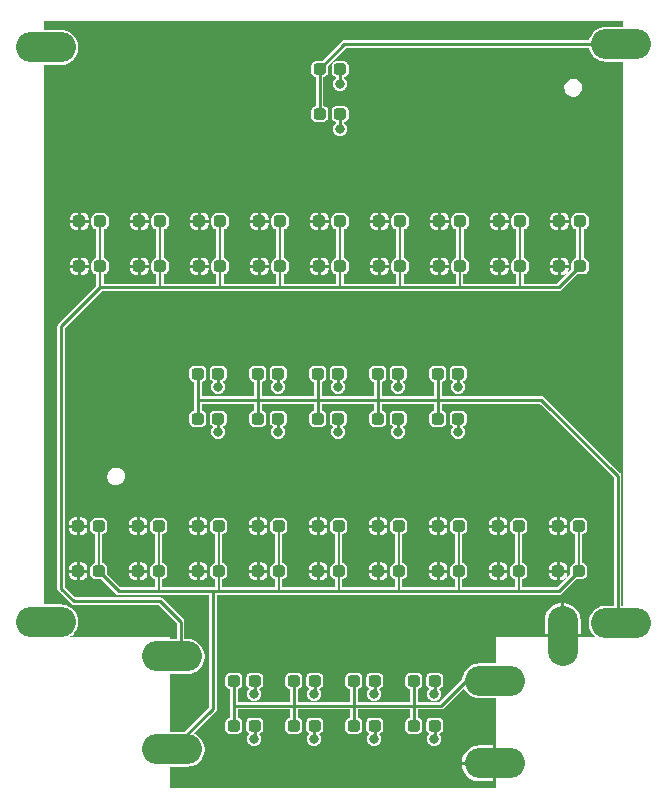
<source format=gbl>
G04 #@! TF.GenerationSoftware,KiCad,Pcbnew,(6.0.2)*
G04 #@! TF.CreationDate,2022-06-08T21:31:36-07:00*
G04 #@! TF.ProjectId,iflfu-bottom,69666c66-752d-4626-9f74-746f6d2e6b69,rev?*
G04 #@! TF.SameCoordinates,Original*
G04 #@! TF.FileFunction,Copper,L2,Bot*
G04 #@! TF.FilePolarity,Positive*
%FSLAX46Y46*%
G04 Gerber Fmt 4.6, Leading zero omitted, Abs format (unit mm)*
G04 Created by KiCad (PCBNEW (6.0.2)) date 2022-06-08 21:31:36*
%MOMM*%
%LPD*%
G01*
G04 APERTURE LIST*
G04 Aperture macros list*
%AMRoundRect*
0 Rectangle with rounded corners*
0 $1 Rounding radius*
0 $2 $3 $4 $5 $6 $7 $8 $9 X,Y pos of 4 corners*
0 Add a 4 corners polygon primitive as box body*
4,1,4,$2,$3,$4,$5,$6,$7,$8,$9,$2,$3,0*
0 Add four circle primitives for the rounded corners*
1,1,$1+$1,$2,$3*
1,1,$1+$1,$4,$5*
1,1,$1+$1,$6,$7*
1,1,$1+$1,$8,$9*
0 Add four rect primitives between the rounded corners*
20,1,$1+$1,$2,$3,$4,$5,0*
20,1,$1+$1,$4,$5,$6,$7,0*
20,1,$1+$1,$6,$7,$8,$9,0*
20,1,$1+$1,$8,$9,$2,$3,0*%
G04 Aperture macros list end*
G04 #@! TA.AperFunction,CastellatedPad*
%ADD10O,5.080000X2.540000*%
G04 #@! TD*
G04 #@! TA.AperFunction,SMDPad,CuDef*
%ADD11RoundRect,0.237500X0.287500X0.237500X-0.287500X0.237500X-0.287500X-0.237500X0.287500X-0.237500X0*%
G04 #@! TD*
G04 #@! TA.AperFunction,CastellatedPad*
%ADD12O,2.540000X5.080000*%
G04 #@! TD*
G04 #@! TA.AperFunction,ViaPad*
%ADD13C,0.800000*%
G04 #@! TD*
G04 #@! TA.AperFunction,Conductor*
%ADD14C,0.250000*%
G04 #@! TD*
G04 #@! TA.AperFunction,Conductor*
%ADD15C,0.200000*%
G04 #@! TD*
G04 APERTURE END LIST*
D10*
X145750000Y-149204717D03*
D11*
X160395000Y-193544717D03*
X158645000Y-193544717D03*
X170655000Y-167734717D03*
X168905000Y-167734717D03*
D10*
X183750000Y-202834717D03*
D11*
X163415000Y-206644717D03*
X161665000Y-206644717D03*
X165475000Y-189734717D03*
X163725000Y-189734717D03*
D10*
X183750000Y-209834717D03*
D11*
X185795000Y-193544717D03*
X184045000Y-193544717D03*
X170515000Y-180644717D03*
X168765000Y-180644717D03*
X155415000Y-163924717D03*
X153665000Y-163924717D03*
X170655000Y-163924717D03*
X168905000Y-163924717D03*
X170555000Y-189734717D03*
X168805000Y-189734717D03*
X185895000Y-167734717D03*
X184145000Y-167734717D03*
X165435000Y-176834717D03*
X163685000Y-176834717D03*
X150335000Y-163924717D03*
X148585000Y-163924717D03*
X170675000Y-151034717D03*
X168925000Y-151034717D03*
X180675000Y-176834717D03*
X178925000Y-176834717D03*
X175735000Y-167734717D03*
X173985000Y-167734717D03*
X170555000Y-193544717D03*
X168805000Y-193544717D03*
X190975000Y-163924717D03*
X189225000Y-163924717D03*
X160355000Y-180644717D03*
X158605000Y-180644717D03*
X160395000Y-189734717D03*
X158645000Y-189734717D03*
X155315000Y-193544717D03*
X153565000Y-193544717D03*
X185795000Y-189734717D03*
X184045000Y-189734717D03*
X190875000Y-189734717D03*
X189125000Y-189734717D03*
X173575000Y-202834717D03*
X171825000Y-202834717D03*
X173575000Y-206644717D03*
X171825000Y-206644717D03*
X180815000Y-167734717D03*
X179065000Y-167734717D03*
X165435000Y-180644717D03*
X163685000Y-180644717D03*
X165575000Y-163924717D03*
X163825000Y-163924717D03*
X150235000Y-189734717D03*
X148485000Y-189734717D03*
X155415000Y-167734717D03*
X153665000Y-167734717D03*
X155315000Y-189734717D03*
X153565000Y-189734717D03*
D10*
X156450000Y-200769717D03*
D11*
X190975000Y-167734717D03*
X189225000Y-167734717D03*
X150335000Y-167734717D03*
X148585000Y-167734717D03*
X170515000Y-176834717D03*
X168765000Y-176834717D03*
X180815000Y-163924717D03*
X179065000Y-163924717D03*
X150235000Y-193544717D03*
X148485000Y-193544717D03*
D10*
X145750000Y-197834717D03*
D11*
X180715000Y-189734717D03*
X178965000Y-189734717D03*
X185895000Y-163924717D03*
X184145000Y-163924717D03*
D10*
X194450000Y-197934717D03*
D11*
X178655000Y-206644717D03*
X176905000Y-206644717D03*
D12*
X189500000Y-199034717D03*
D10*
X194450000Y-148934717D03*
D11*
X165475000Y-193544717D03*
X163725000Y-193544717D03*
X163415000Y-202834717D03*
X161665000Y-202834717D03*
X175635000Y-193544717D03*
X173885000Y-193544717D03*
X175735000Y-163924717D03*
X173985000Y-163924717D03*
X190875000Y-193544717D03*
X189125000Y-193544717D03*
X168495000Y-206644717D03*
X166745000Y-206644717D03*
X180715000Y-193544717D03*
X178965000Y-193544717D03*
X175635000Y-189734717D03*
X173885000Y-189734717D03*
X180675000Y-180644717D03*
X178925000Y-180644717D03*
X160495000Y-163924717D03*
X158745000Y-163924717D03*
D10*
X156450000Y-208634717D03*
D11*
X170675000Y-154844717D03*
X168925000Y-154844717D03*
X168495000Y-202834717D03*
X166745000Y-202834717D03*
X175595000Y-176834717D03*
X173845000Y-176834717D03*
X165575000Y-167734717D03*
X163825000Y-167734717D03*
X175595000Y-180644717D03*
X173845000Y-180644717D03*
X160355000Y-176834717D03*
X158605000Y-176834717D03*
X160495000Y-167734717D03*
X158745000Y-167734717D03*
X178655000Y-202834717D03*
X176905000Y-202834717D03*
D13*
X147400000Y-197834717D03*
X158200000Y-200769717D03*
X158100000Y-208634717D03*
X182100000Y-209834717D03*
X182300000Y-202834717D03*
X189500000Y-197334717D03*
X192900000Y-197934717D03*
X147400000Y-149234717D03*
X192900000Y-148934717D03*
X168470000Y-203947217D03*
X178630000Y-207757217D03*
X165410000Y-181757217D03*
X170650000Y-156122217D03*
X170650000Y-152284717D03*
X170490000Y-177947217D03*
X163390000Y-207757217D03*
X180650000Y-181757217D03*
X163390000Y-203947217D03*
X160330000Y-177947217D03*
X175570000Y-177947217D03*
X175570000Y-181757217D03*
X170490000Y-181757217D03*
X173550000Y-203947217D03*
X178630000Y-203947217D03*
X165410000Y-177947217D03*
X173550000Y-207757217D03*
X168425000Y-207757217D03*
X180650000Y-177947217D03*
X160330000Y-181757217D03*
D14*
X182300000Y-202834717D02*
X181300000Y-202834717D01*
X187700000Y-179034717D02*
X178950000Y-179034717D01*
X194150000Y-185484717D02*
X187700000Y-179034717D01*
X194150000Y-197634717D02*
X194150000Y-185484717D01*
X194450000Y-197934717D02*
X194150000Y-197634717D01*
X192900000Y-148934717D02*
X171025000Y-148934717D01*
X159900000Y-205184717D02*
X159900000Y-195234717D01*
X156450000Y-208634717D02*
X159900000Y-205184717D01*
X194450000Y-148934717D02*
X192900000Y-148934717D01*
X168925000Y-151034717D02*
X168925000Y-154844717D01*
X171025000Y-148934717D02*
X168925000Y-151034717D01*
X175750000Y-169534717D02*
X180800000Y-169534717D01*
X165550000Y-169534717D02*
X170550000Y-169534717D01*
X157150000Y-197834717D02*
X155400000Y-196084717D01*
D15*
X180800000Y-167749717D02*
X180800000Y-169534717D01*
X175735000Y-167734717D02*
X175735000Y-169519717D01*
X155415000Y-163924717D02*
X155415000Y-167734717D01*
D14*
X150350000Y-169534717D02*
X155500000Y-169534717D01*
X157150000Y-200069717D02*
X157150000Y-197834717D01*
X155500000Y-169534717D02*
X160400000Y-169534717D01*
D15*
X155415000Y-167734717D02*
X155415000Y-169449717D01*
X150335000Y-163924717D02*
X150335000Y-167734717D01*
D14*
X156450000Y-200769717D02*
X157150000Y-200069717D01*
X185800000Y-169534717D02*
X189175000Y-169534717D01*
D15*
X165575000Y-163924717D02*
X165575000Y-167734717D01*
X165575000Y-167734717D02*
X165575000Y-169509717D01*
D14*
X189175000Y-169534717D02*
X190975000Y-167734717D01*
D15*
X175735000Y-169519717D02*
X175750000Y-169534717D01*
X160495000Y-169439717D02*
X160400000Y-169534717D01*
X170655000Y-169429717D02*
X170550000Y-169534717D01*
X165575000Y-169509717D02*
X165550000Y-169534717D01*
X175735000Y-163924717D02*
X175735000Y-167734717D01*
X180815000Y-163924717D02*
X180815000Y-167734717D01*
X150335000Y-169519717D02*
X150350000Y-169534717D01*
X185895000Y-167734717D02*
X185895000Y-169439717D01*
D14*
X170550000Y-169534717D02*
X175750000Y-169534717D01*
D15*
X180815000Y-167734717D02*
X180800000Y-167749717D01*
D14*
X155400000Y-196084717D02*
X148100000Y-196084717D01*
D15*
X160495000Y-167734717D02*
X160495000Y-169439717D01*
X185895000Y-169439717D02*
X185800000Y-169534717D01*
X170655000Y-163924717D02*
X170655000Y-167734717D01*
X155415000Y-169449717D02*
X155500000Y-169534717D01*
X160495000Y-163924717D02*
X160495000Y-167734717D01*
D14*
X148100000Y-196084717D02*
X147050000Y-195034717D01*
D15*
X150335000Y-167734717D02*
X150335000Y-169519717D01*
D14*
X147050000Y-172834717D02*
X150350000Y-169534717D01*
X147050000Y-195034717D02*
X147050000Y-172834717D01*
D15*
X190975000Y-163924717D02*
X190975000Y-167734717D01*
D14*
X180800000Y-169534717D02*
X185800000Y-169534717D01*
X160400000Y-169534717D02*
X165550000Y-169534717D01*
D15*
X185895000Y-163924717D02*
X185895000Y-167734717D01*
X170655000Y-167734717D02*
X170655000Y-169429717D01*
X150235000Y-193544717D02*
X150235000Y-193569717D01*
X170555000Y-195189717D02*
X170600000Y-195234717D01*
X160395000Y-195189717D02*
X160350000Y-195234717D01*
D14*
X150235000Y-193569717D02*
X151900000Y-195234717D01*
D15*
X160395000Y-193544717D02*
X160395000Y-195189717D01*
X185795000Y-195229717D02*
X185800000Y-195234717D01*
X175635000Y-195199717D02*
X175600000Y-195234717D01*
X185795000Y-189734717D02*
X185795000Y-193544717D01*
X175635000Y-189734717D02*
X175635000Y-193544717D01*
X165475000Y-189734717D02*
X165475000Y-193544717D01*
X175635000Y-193544717D02*
X175635000Y-195199717D01*
X155315000Y-189734717D02*
X155315000Y-193544717D01*
X170555000Y-189734717D02*
X170555000Y-193544717D01*
D14*
X151900000Y-195234717D02*
X189185000Y-195234717D01*
D15*
X155315000Y-195169717D02*
X155250000Y-195234717D01*
X150235000Y-189734717D02*
X150235000Y-193544717D01*
D14*
X189185000Y-195234717D02*
X190875000Y-193544717D01*
D15*
X170555000Y-193544717D02*
X170555000Y-195189717D01*
X160395000Y-189734717D02*
X160395000Y-193544717D01*
X165475000Y-193544717D02*
X165475000Y-195209717D01*
X180715000Y-195219717D02*
X180700000Y-195234717D01*
X185795000Y-193544717D02*
X185795000Y-195229717D01*
X190875000Y-193544717D02*
X190875000Y-193859717D01*
X180715000Y-193544717D02*
X180715000Y-195219717D01*
X165475000Y-195209717D02*
X165500000Y-195234717D01*
X155315000Y-193544717D02*
X155315000Y-195169717D01*
X190875000Y-189734717D02*
X190875000Y-193544717D01*
X180715000Y-189734717D02*
X180715000Y-193544717D01*
D14*
X170675000Y-151034717D02*
X170675000Y-152259717D01*
X163415000Y-206507217D02*
X163415000Y-207732217D01*
X170515000Y-176697217D02*
X170515000Y-177922217D01*
X173575000Y-202697217D02*
X173575000Y-203922217D01*
X163415000Y-202697217D02*
X163415000Y-203922217D01*
X168495000Y-202697217D02*
X168495000Y-203922217D01*
X170675000Y-154872217D02*
X170675000Y-156097217D01*
X168450000Y-206507217D02*
X168450000Y-207732217D01*
X170675000Y-152259717D02*
X170650000Y-152284717D01*
X165435000Y-176697217D02*
X165435000Y-177922217D01*
X175595000Y-180507217D02*
X175595000Y-181732217D01*
X170515000Y-180507217D02*
X170515000Y-181732217D01*
X178655000Y-202697217D02*
X178655000Y-203922217D01*
X160355000Y-176697217D02*
X160355000Y-177922217D01*
X173575000Y-206507217D02*
X173575000Y-207732217D01*
X178655000Y-206507217D02*
X178655000Y-207732217D01*
X175595000Y-176697217D02*
X175595000Y-177922217D01*
X180675000Y-176697217D02*
X180675000Y-177922217D01*
X165435000Y-180507217D02*
X165435000Y-181732217D01*
X180675000Y-180507217D02*
X180675000Y-181732217D01*
X160355000Y-180507217D02*
X160355000Y-181732217D01*
X178925000Y-176834717D02*
X178925000Y-179009717D01*
X178925000Y-179009717D02*
X178950000Y-179034717D01*
X168800000Y-179034717D02*
X163600000Y-179034717D01*
X168765000Y-180644717D02*
X168765000Y-179069717D01*
X173845000Y-176834717D02*
X173845000Y-179079717D01*
X163600000Y-179034717D02*
X158600000Y-179034717D01*
X173800000Y-179034717D02*
X168800000Y-179034717D01*
X173845000Y-179079717D02*
X173800000Y-179034717D01*
X178925000Y-180644717D02*
X178925000Y-179059717D01*
X163685000Y-176834717D02*
X163685000Y-179119717D01*
X163685000Y-180644717D02*
X163685000Y-179119717D01*
X163685000Y-179119717D02*
X163600000Y-179034717D01*
X178950000Y-179034717D02*
X173800000Y-179034717D01*
X168765000Y-179069717D02*
X168800000Y-179034717D01*
X178925000Y-179059717D02*
X178950000Y-179034717D01*
X173845000Y-180644717D02*
X173845000Y-179079717D01*
X158605000Y-176834717D02*
X158605000Y-180644717D01*
X168765000Y-176834717D02*
X168765000Y-179069717D01*
X161650000Y-206629717D02*
X161665000Y-206644717D01*
X176900000Y-204934717D02*
X171800000Y-204934717D01*
X171825000Y-204959717D02*
X171800000Y-204934717D01*
X166800000Y-204934717D02*
X161650000Y-204934717D01*
X166745000Y-204989717D02*
X166800000Y-204934717D01*
X161650000Y-204934717D02*
X161650000Y-202849717D01*
X166745000Y-206644717D02*
X166745000Y-204989717D01*
X166745000Y-202834717D02*
X166745000Y-204989717D01*
X181300000Y-202834717D02*
X179200000Y-204934717D01*
X171825000Y-202834717D02*
X171825000Y-204959717D01*
X161650000Y-202849717D02*
X161665000Y-202834717D01*
X176905000Y-206644717D02*
X176905000Y-204939717D01*
X183750000Y-202834717D02*
X182300000Y-202834717D01*
X171825000Y-206644717D02*
X171825000Y-204959717D01*
X161650000Y-204934717D02*
X161650000Y-206629717D01*
X179200000Y-204934717D02*
X176900000Y-204934717D01*
X176905000Y-202834717D02*
X176905000Y-204939717D01*
X171800000Y-204934717D02*
X166800000Y-204934717D01*
X176905000Y-204939717D02*
X176900000Y-204934717D01*
G04 #@! TA.AperFunction,Conductor*
G36*
X194596073Y-146938644D02*
G01*
X194599500Y-146946917D01*
X194599500Y-147452517D01*
X194596073Y-147460790D01*
X194587800Y-147464217D01*
X193118696Y-147464217D01*
X193118482Y-147464235D01*
X193118472Y-147464235D01*
X192959224Y-147477328D01*
X192939006Y-147478990D01*
X192704484Y-147537898D01*
X192676806Y-147549933D01*
X192483173Y-147634127D01*
X192483171Y-147634128D01*
X192482732Y-147634319D01*
X192279706Y-147765662D01*
X192100858Y-147928401D01*
X192100562Y-147928776D01*
X192100560Y-147928778D01*
X192043194Y-148001417D01*
X191950991Y-148118166D01*
X191950763Y-148118579D01*
X191950761Y-148118582D01*
X191891766Y-148225452D01*
X191834130Y-148329859D01*
X191833971Y-148330307D01*
X191833970Y-148330310D01*
X191753574Y-148557342D01*
X191753413Y-148557797D01*
X191753329Y-148558267D01*
X191753328Y-148558272D01*
X191745973Y-148599569D01*
X191741148Y-148607113D01*
X191734454Y-148609217D01*
X171039708Y-148609217D01*
X171038688Y-148609172D01*
X171035297Y-148608875D01*
X170996193Y-148605454D01*
X170995200Y-148605720D01*
X170954981Y-148616497D01*
X170953985Y-148616718D01*
X170912963Y-148623951D01*
X170912962Y-148623952D01*
X170911955Y-148624129D01*
X170911070Y-148624640D01*
X170911067Y-148624641D01*
X170900689Y-148630632D01*
X170897869Y-148631800D01*
X170891992Y-148633375D01*
X170885316Y-148635164D01*
X170884479Y-148635750D01*
X170884477Y-148635751D01*
X170850370Y-148659633D01*
X170849511Y-148660181D01*
X170812545Y-148681523D01*
X170785109Y-148714221D01*
X170784428Y-148714963D01*
X169143601Y-150355790D01*
X169135328Y-150359217D01*
X168615177Y-150359218D01*
X168585168Y-150359218D01*
X168584895Y-150359244D01*
X168584891Y-150359244D01*
X168555208Y-150362049D01*
X168555207Y-150362049D01*
X168554500Y-150362116D01*
X168430232Y-150405756D01*
X168324289Y-150484006D01*
X168323769Y-150484710D01*
X168321567Y-150487692D01*
X168246039Y-150589949D01*
X168202399Y-150714217D01*
X168199500Y-150744884D01*
X168199501Y-151324549D01*
X168202399Y-151355217D01*
X168246039Y-151479485D01*
X168324289Y-151585428D01*
X168430232Y-151663678D01*
X168554500Y-151707318D01*
X168555207Y-151707385D01*
X168555208Y-151707385D01*
X168584891Y-151710191D01*
X168584893Y-151710191D01*
X168585167Y-151710217D01*
X168587800Y-151710217D01*
X168596073Y-151713644D01*
X168599500Y-151721917D01*
X168599500Y-154157518D01*
X168596073Y-154165791D01*
X168587800Y-154169218D01*
X168585168Y-154169218D01*
X168584895Y-154169244D01*
X168584891Y-154169244D01*
X168555208Y-154172049D01*
X168555207Y-154172049D01*
X168554500Y-154172116D01*
X168430232Y-154215756D01*
X168324289Y-154294006D01*
X168246039Y-154399949D01*
X168202399Y-154524217D01*
X168199500Y-154554884D01*
X168199501Y-155134549D01*
X168202399Y-155165217D01*
X168246039Y-155289485D01*
X168324289Y-155395428D01*
X168430232Y-155473678D01*
X168554500Y-155517318D01*
X168555207Y-155517385D01*
X168555208Y-155517385D01*
X168584891Y-155520191D01*
X168584893Y-155520191D01*
X168585167Y-155520217D01*
X168925000Y-155520217D01*
X169264832Y-155520216D01*
X169265105Y-155520190D01*
X169265109Y-155520190D01*
X169294792Y-155517385D01*
X169294793Y-155517385D01*
X169295500Y-155517318D01*
X169419768Y-155473678D01*
X169525711Y-155395428D01*
X169603961Y-155289485D01*
X169647601Y-155165217D01*
X169650500Y-155134550D01*
X169650499Y-154554885D01*
X169650499Y-154554884D01*
X169949500Y-154554884D01*
X169949501Y-155134549D01*
X169952399Y-155165217D01*
X169996039Y-155289485D01*
X170074289Y-155395428D01*
X170180232Y-155473678D01*
X170304500Y-155517318D01*
X170305207Y-155517385D01*
X170305208Y-155517385D01*
X170334891Y-155520191D01*
X170334893Y-155520191D01*
X170335167Y-155520217D01*
X170337800Y-155520217D01*
X170346073Y-155523644D01*
X170349500Y-155531917D01*
X170349500Y-155590116D01*
X170346073Y-155598389D01*
X170344927Y-155599394D01*
X170221718Y-155693935D01*
X170125464Y-155819376D01*
X170064956Y-155965455D01*
X170044318Y-156122217D01*
X170064956Y-156278979D01*
X170125464Y-156425058D01*
X170221718Y-156550499D01*
X170347159Y-156646753D01*
X170493238Y-156707261D01*
X170650000Y-156727899D01*
X170806762Y-156707261D01*
X170952841Y-156646753D01*
X171078282Y-156550499D01*
X171174536Y-156425058D01*
X171235044Y-156278979D01*
X171255682Y-156122217D01*
X171235044Y-155965455D01*
X171174536Y-155819376D01*
X171078282Y-155693935D01*
X171005078Y-155637764D01*
X171000600Y-155630009D01*
X171000500Y-155628482D01*
X171000500Y-155531916D01*
X171003927Y-155523643D01*
X171012200Y-155520216D01*
X171014832Y-155520216D01*
X171015105Y-155520190D01*
X171015109Y-155520190D01*
X171044792Y-155517385D01*
X171044793Y-155517385D01*
X171045500Y-155517318D01*
X171169768Y-155473678D01*
X171275711Y-155395428D01*
X171353961Y-155289485D01*
X171397601Y-155165217D01*
X171400500Y-155134550D01*
X171400499Y-154554885D01*
X171397601Y-154524217D01*
X171353961Y-154399949D01*
X171275711Y-154294006D01*
X171169768Y-154215756D01*
X171045500Y-154172116D01*
X171044793Y-154172049D01*
X171044792Y-154172049D01*
X171015109Y-154169243D01*
X171015107Y-154169243D01*
X171014833Y-154169217D01*
X171014556Y-154169217D01*
X170675001Y-154169218D01*
X170335168Y-154169218D01*
X170334895Y-154169244D01*
X170334891Y-154169244D01*
X170305208Y-154172049D01*
X170305207Y-154172049D01*
X170304500Y-154172116D01*
X170180232Y-154215756D01*
X170074289Y-154294006D01*
X169996039Y-154399949D01*
X169952399Y-154524217D01*
X169949500Y-154554884D01*
X169650499Y-154554884D01*
X169647601Y-154524217D01*
X169603961Y-154399949D01*
X169525711Y-154294006D01*
X169419768Y-154215756D01*
X169295500Y-154172116D01*
X169294793Y-154172049D01*
X169294792Y-154172049D01*
X169265109Y-154169243D01*
X169265107Y-154169243D01*
X169264833Y-154169217D01*
X169262200Y-154169217D01*
X169253927Y-154165790D01*
X169250500Y-154157517D01*
X169250500Y-151721916D01*
X169253927Y-151713643D01*
X169262200Y-151710216D01*
X169264832Y-151710216D01*
X169265105Y-151710190D01*
X169265109Y-151710190D01*
X169294792Y-151707385D01*
X169294793Y-151707385D01*
X169295500Y-151707318D01*
X169419768Y-151663678D01*
X169525711Y-151585428D01*
X169603961Y-151479485D01*
X169647601Y-151355217D01*
X169650500Y-151324550D01*
X169650499Y-150774390D01*
X169653926Y-150766117D01*
X169675159Y-150744884D01*
X169949500Y-150744884D01*
X169949501Y-151324549D01*
X169952399Y-151355217D01*
X169996039Y-151479485D01*
X170074289Y-151585428D01*
X170180232Y-151663678D01*
X170304500Y-151707318D01*
X170305207Y-151707385D01*
X170305208Y-151707385D01*
X170334891Y-151710191D01*
X170334893Y-151710191D01*
X170335167Y-151710217D01*
X170337800Y-151710217D01*
X170346073Y-151713644D01*
X170349500Y-151721917D01*
X170349500Y-151752616D01*
X170346073Y-151760889D01*
X170344927Y-151761894D01*
X170221718Y-151856435D01*
X170221250Y-151857045D01*
X170143129Y-151958855D01*
X170125464Y-151981876D01*
X170064956Y-152127955D01*
X170044318Y-152284717D01*
X170064956Y-152441479D01*
X170125464Y-152587558D01*
X170221718Y-152712999D01*
X170347159Y-152809253D01*
X170493238Y-152869761D01*
X170650000Y-152890399D01*
X170806762Y-152869761D01*
X170952841Y-152809253D01*
X171078282Y-152712999D01*
X171106995Y-152675579D01*
X189645497Y-152675579D01*
X189675134Y-152848057D01*
X189743654Y-153009090D01*
X189847383Y-153150041D01*
X189980755Y-153263349D01*
X190136616Y-153342936D01*
X190137278Y-153343098D01*
X190306102Y-153384409D01*
X190306106Y-153384410D01*
X190306606Y-153384532D01*
X190309981Y-153384741D01*
X190317465Y-153385206D01*
X190317476Y-153385206D01*
X190317648Y-153385217D01*
X190443822Y-153385217D01*
X190444153Y-153385178D01*
X190444160Y-153385178D01*
X190520628Y-153376262D01*
X190573828Y-153370060D01*
X190738331Y-153310348D01*
X190884685Y-153214394D01*
X191005040Y-153087345D01*
X191092939Y-152936015D01*
X191131242Y-152809549D01*
X191143471Y-152769172D01*
X191143471Y-152769170D01*
X191143667Y-152768524D01*
X191147150Y-152712389D01*
X191154461Y-152594533D01*
X191154461Y-152594532D01*
X191154503Y-152593855D01*
X191153527Y-152588172D01*
X191124981Y-152422047D01*
X191124866Y-152421377D01*
X191056346Y-152260344D01*
X190952617Y-152119393D01*
X190819245Y-152006085D01*
X190663384Y-151926498D01*
X190662722Y-151926336D01*
X190493898Y-151885025D01*
X190493894Y-151885024D01*
X190493394Y-151884902D01*
X190490019Y-151884693D01*
X190482535Y-151884228D01*
X190482524Y-151884228D01*
X190482352Y-151884217D01*
X190356178Y-151884217D01*
X190355847Y-151884256D01*
X190355840Y-151884256D01*
X190279372Y-151893172D01*
X190226172Y-151899374D01*
X190061669Y-151959086D01*
X190061104Y-151959457D01*
X190061103Y-151959457D01*
X190025818Y-151982591D01*
X189915315Y-152055040D01*
X189794960Y-152182089D01*
X189707061Y-152333419D01*
X189656333Y-152500910D01*
X189656291Y-152501584D01*
X189656291Y-152501585D01*
X189650567Y-152593855D01*
X189645497Y-152675579D01*
X171106995Y-152675579D01*
X171174536Y-152587558D01*
X171235044Y-152441479D01*
X171255682Y-152284717D01*
X171235044Y-152127955D01*
X171174536Y-151981876D01*
X171156872Y-151958855D01*
X171078750Y-151857045D01*
X171078282Y-151856435D01*
X171005078Y-151800264D01*
X171000600Y-151792509D01*
X171000500Y-151790982D01*
X171000500Y-151721916D01*
X171003927Y-151713643D01*
X171012200Y-151710216D01*
X171014832Y-151710216D01*
X171015105Y-151710190D01*
X171015109Y-151710190D01*
X171044792Y-151707385D01*
X171044793Y-151707385D01*
X171045500Y-151707318D01*
X171169768Y-151663678D01*
X171275711Y-151585428D01*
X171353961Y-151479485D01*
X171397601Y-151355217D01*
X171400500Y-151324550D01*
X171400499Y-150744885D01*
X171397601Y-150714217D01*
X171353961Y-150589949D01*
X171278434Y-150487692D01*
X171276231Y-150484710D01*
X171275711Y-150484006D01*
X171169768Y-150405756D01*
X171045500Y-150362116D01*
X171044793Y-150362049D01*
X171044792Y-150362049D01*
X171015109Y-150359243D01*
X171015107Y-150359243D01*
X171014833Y-150359217D01*
X171014556Y-150359217D01*
X170675001Y-150359218D01*
X170335168Y-150359218D01*
X170334895Y-150359244D01*
X170334891Y-150359244D01*
X170305208Y-150362049D01*
X170305207Y-150362049D01*
X170304500Y-150362116D01*
X170180232Y-150405756D01*
X170074289Y-150484006D01*
X170073769Y-150484710D01*
X170071567Y-150487692D01*
X169996039Y-150589949D01*
X169952399Y-150714217D01*
X169949500Y-150744884D01*
X169675159Y-150744884D01*
X171156400Y-149263644D01*
X171164673Y-149260217D01*
X191732067Y-149260217D01*
X191740340Y-149263644D01*
X191743632Y-149270148D01*
X191744630Y-149276670D01*
X191819754Y-149506512D01*
X191931408Y-149720997D01*
X192076594Y-149914367D01*
X192251413Y-150081427D01*
X192451169Y-150217692D01*
X192451606Y-150217895D01*
X192451608Y-150217896D01*
X192670059Y-150319297D01*
X192670062Y-150319298D01*
X192670499Y-150319501D01*
X192670961Y-150319629D01*
X192670966Y-150319631D01*
X192865029Y-150373449D01*
X192903511Y-150384121D01*
X192903985Y-150384172D01*
X192903987Y-150384172D01*
X192958645Y-150390013D01*
X193100907Y-150405217D01*
X194587800Y-150405217D01*
X194596073Y-150408644D01*
X194599500Y-150416917D01*
X194599500Y-196452517D01*
X194596073Y-196460790D01*
X194587800Y-196464217D01*
X194487200Y-196464217D01*
X194478927Y-196460790D01*
X194475500Y-196452517D01*
X194475500Y-185499425D01*
X194475545Y-185498405D01*
X194479173Y-185456935D01*
X194479263Y-185455910D01*
X194468220Y-185414698D01*
X194467999Y-185413702D01*
X194460766Y-185372680D01*
X194460765Y-185372679D01*
X194460588Y-185371672D01*
X194460077Y-185370787D01*
X194460076Y-185370784D01*
X194454085Y-185360406D01*
X194452917Y-185357586D01*
X194449818Y-185346022D01*
X194449553Y-185345033D01*
X194425082Y-185310084D01*
X194424535Y-185309226D01*
X194403704Y-185273146D01*
X194403194Y-185272262D01*
X194402415Y-185271608D01*
X194402413Y-185271606D01*
X194370502Y-185244830D01*
X194369750Y-185244140D01*
X187940581Y-178814972D01*
X187939891Y-178814220D01*
X187913111Y-178782304D01*
X187913109Y-178782302D01*
X187912455Y-178781523D01*
X187911571Y-178781013D01*
X187911568Y-178781010D01*
X187875493Y-178760182D01*
X187874632Y-178759634D01*
X187840523Y-178735750D01*
X187840521Y-178735749D01*
X187839684Y-178735163D01*
X187827123Y-178731797D01*
X187824303Y-178730629D01*
X187813934Y-178724642D01*
X187813933Y-178724642D01*
X187813045Y-178724129D01*
X187804111Y-178722554D01*
X187771026Y-178716720D01*
X187770030Y-178716499D01*
X187729800Y-178705719D01*
X187728807Y-178705453D01*
X187689745Y-178708871D01*
X187686300Y-178709172D01*
X187685280Y-178709217D01*
X179262200Y-178709217D01*
X179253927Y-178705790D01*
X179250500Y-178697517D01*
X179250500Y-177521916D01*
X179253927Y-177513643D01*
X179262200Y-177510216D01*
X179264832Y-177510216D01*
X179265105Y-177510190D01*
X179265109Y-177510190D01*
X179294792Y-177507385D01*
X179294793Y-177507385D01*
X179295500Y-177507318D01*
X179419768Y-177463678D01*
X179525711Y-177385428D01*
X179603961Y-177279485D01*
X179647601Y-177155217D01*
X179650500Y-177124550D01*
X179650499Y-176544885D01*
X179650499Y-176544884D01*
X179949500Y-176544884D01*
X179949501Y-177124549D01*
X179952399Y-177155217D01*
X179996039Y-177279485D01*
X180074289Y-177385428D01*
X180180232Y-177463678D01*
X180181062Y-177463969D01*
X180181061Y-177463969D01*
X180237700Y-177483860D01*
X180244370Y-177489835D01*
X180244862Y-177498776D01*
X180240945Y-177504181D01*
X180222328Y-177518466D01*
X180222324Y-177518470D01*
X180221718Y-177518935D01*
X180125464Y-177644376D01*
X180064956Y-177790455D01*
X180044318Y-177947217D01*
X180064956Y-178103979D01*
X180125464Y-178250058D01*
X180221718Y-178375499D01*
X180347159Y-178471753D01*
X180493238Y-178532261D01*
X180650000Y-178552899D01*
X180806762Y-178532261D01*
X180952841Y-178471753D01*
X181078282Y-178375499D01*
X181174536Y-178250058D01*
X181235044Y-178103979D01*
X181255682Y-177947217D01*
X181235044Y-177790455D01*
X181174536Y-177644376D01*
X181078282Y-177518935D01*
X181074751Y-177516226D01*
X181070275Y-177508472D01*
X181072593Y-177499822D01*
X181077998Y-177495906D01*
X181168939Y-177463969D01*
X181168938Y-177463969D01*
X181169768Y-177463678D01*
X181275711Y-177385428D01*
X181353961Y-177279485D01*
X181397601Y-177155217D01*
X181400500Y-177124550D01*
X181400499Y-176544885D01*
X181397601Y-176514217D01*
X181353961Y-176389949D01*
X181275711Y-176284006D01*
X181169768Y-176205756D01*
X181045500Y-176162116D01*
X181044793Y-176162049D01*
X181044792Y-176162049D01*
X181015109Y-176159243D01*
X181015107Y-176159243D01*
X181014833Y-176159217D01*
X181014556Y-176159217D01*
X180675001Y-176159218D01*
X180335168Y-176159218D01*
X180334895Y-176159244D01*
X180334891Y-176159244D01*
X180305208Y-176162049D01*
X180305207Y-176162049D01*
X180304500Y-176162116D01*
X180180232Y-176205756D01*
X180074289Y-176284006D01*
X179996039Y-176389949D01*
X179952399Y-176514217D01*
X179949500Y-176544884D01*
X179650499Y-176544884D01*
X179647601Y-176514217D01*
X179603961Y-176389949D01*
X179525711Y-176284006D01*
X179419768Y-176205756D01*
X179295500Y-176162116D01*
X179294793Y-176162049D01*
X179294792Y-176162049D01*
X179265109Y-176159243D01*
X179265107Y-176159243D01*
X179264833Y-176159217D01*
X179264556Y-176159217D01*
X178925001Y-176159218D01*
X178585168Y-176159218D01*
X178584895Y-176159244D01*
X178584891Y-176159244D01*
X178555208Y-176162049D01*
X178555207Y-176162049D01*
X178554500Y-176162116D01*
X178430232Y-176205756D01*
X178324289Y-176284006D01*
X178246039Y-176389949D01*
X178202399Y-176514217D01*
X178199500Y-176544884D01*
X178199501Y-177124549D01*
X178202399Y-177155217D01*
X178246039Y-177279485D01*
X178324289Y-177385428D01*
X178430232Y-177463678D01*
X178554500Y-177507318D01*
X178555207Y-177507385D01*
X178555208Y-177507385D01*
X178584891Y-177510191D01*
X178584893Y-177510191D01*
X178585167Y-177510217D01*
X178587800Y-177510217D01*
X178596073Y-177513644D01*
X178599500Y-177521917D01*
X178599500Y-178697517D01*
X178596073Y-178705790D01*
X178587800Y-178709217D01*
X174182200Y-178709217D01*
X174173927Y-178705790D01*
X174170500Y-178697517D01*
X174170500Y-177521916D01*
X174173927Y-177513643D01*
X174182200Y-177510216D01*
X174184832Y-177510216D01*
X174185105Y-177510190D01*
X174185109Y-177510190D01*
X174214792Y-177507385D01*
X174214793Y-177507385D01*
X174215500Y-177507318D01*
X174339768Y-177463678D01*
X174445711Y-177385428D01*
X174523961Y-177279485D01*
X174567601Y-177155217D01*
X174570500Y-177124550D01*
X174570499Y-176544885D01*
X174570499Y-176544884D01*
X174869500Y-176544884D01*
X174869501Y-177124549D01*
X174872399Y-177155217D01*
X174916039Y-177279485D01*
X174994289Y-177385428D01*
X175100232Y-177463678D01*
X175101062Y-177463969D01*
X175101061Y-177463969D01*
X175157700Y-177483860D01*
X175164370Y-177489835D01*
X175164862Y-177498776D01*
X175160945Y-177504181D01*
X175142328Y-177518466D01*
X175142324Y-177518470D01*
X175141718Y-177518935D01*
X175045464Y-177644376D01*
X174984956Y-177790455D01*
X174964318Y-177947217D01*
X174984956Y-178103979D01*
X175045464Y-178250058D01*
X175141718Y-178375499D01*
X175267159Y-178471753D01*
X175413238Y-178532261D01*
X175570000Y-178552899D01*
X175726762Y-178532261D01*
X175872841Y-178471753D01*
X175998282Y-178375499D01*
X176094536Y-178250058D01*
X176155044Y-178103979D01*
X176175682Y-177947217D01*
X176155044Y-177790455D01*
X176094536Y-177644376D01*
X175998282Y-177518935D01*
X175994751Y-177516226D01*
X175990275Y-177508472D01*
X175992593Y-177499822D01*
X175997998Y-177495906D01*
X176088939Y-177463969D01*
X176088938Y-177463969D01*
X176089768Y-177463678D01*
X176195711Y-177385428D01*
X176273961Y-177279485D01*
X176317601Y-177155217D01*
X176320500Y-177124550D01*
X176320499Y-176544885D01*
X176317601Y-176514217D01*
X176273961Y-176389949D01*
X176195711Y-176284006D01*
X176089768Y-176205756D01*
X175965500Y-176162116D01*
X175964793Y-176162049D01*
X175964792Y-176162049D01*
X175935109Y-176159243D01*
X175935107Y-176159243D01*
X175934833Y-176159217D01*
X175934556Y-176159217D01*
X175595001Y-176159218D01*
X175255168Y-176159218D01*
X175254895Y-176159244D01*
X175254891Y-176159244D01*
X175225208Y-176162049D01*
X175225207Y-176162049D01*
X175224500Y-176162116D01*
X175100232Y-176205756D01*
X174994289Y-176284006D01*
X174916039Y-176389949D01*
X174872399Y-176514217D01*
X174869500Y-176544884D01*
X174570499Y-176544884D01*
X174567601Y-176514217D01*
X174523961Y-176389949D01*
X174445711Y-176284006D01*
X174339768Y-176205756D01*
X174215500Y-176162116D01*
X174214793Y-176162049D01*
X174214792Y-176162049D01*
X174185109Y-176159243D01*
X174185107Y-176159243D01*
X174184833Y-176159217D01*
X174184556Y-176159217D01*
X173845001Y-176159218D01*
X173505168Y-176159218D01*
X173504895Y-176159244D01*
X173504891Y-176159244D01*
X173475208Y-176162049D01*
X173475207Y-176162049D01*
X173474500Y-176162116D01*
X173350232Y-176205756D01*
X173244289Y-176284006D01*
X173166039Y-176389949D01*
X173122399Y-176514217D01*
X173119500Y-176544884D01*
X173119501Y-177124549D01*
X173122399Y-177155217D01*
X173166039Y-177279485D01*
X173244289Y-177385428D01*
X173350232Y-177463678D01*
X173474500Y-177507318D01*
X173475207Y-177507385D01*
X173475208Y-177507385D01*
X173504891Y-177510191D01*
X173504893Y-177510191D01*
X173505167Y-177510217D01*
X173507800Y-177510217D01*
X173516073Y-177513644D01*
X173519500Y-177521917D01*
X173519500Y-178697517D01*
X173516073Y-178705790D01*
X173507800Y-178709217D01*
X169102200Y-178709217D01*
X169093927Y-178705790D01*
X169090500Y-178697517D01*
X169090500Y-177521916D01*
X169093927Y-177513643D01*
X169102200Y-177510216D01*
X169104832Y-177510216D01*
X169105105Y-177510190D01*
X169105109Y-177510190D01*
X169134792Y-177507385D01*
X169134793Y-177507385D01*
X169135500Y-177507318D01*
X169259768Y-177463678D01*
X169365711Y-177385428D01*
X169443961Y-177279485D01*
X169487601Y-177155217D01*
X169490500Y-177124550D01*
X169490499Y-176544885D01*
X169490499Y-176544884D01*
X169789500Y-176544884D01*
X169789501Y-177124549D01*
X169792399Y-177155217D01*
X169836039Y-177279485D01*
X169914289Y-177385428D01*
X170020232Y-177463678D01*
X170021062Y-177463969D01*
X170021061Y-177463969D01*
X170077700Y-177483860D01*
X170084370Y-177489835D01*
X170084862Y-177498776D01*
X170080945Y-177504181D01*
X170062328Y-177518466D01*
X170062324Y-177518470D01*
X170061718Y-177518935D01*
X169965464Y-177644376D01*
X169904956Y-177790455D01*
X169884318Y-177947217D01*
X169904956Y-178103979D01*
X169965464Y-178250058D01*
X170061718Y-178375499D01*
X170187159Y-178471753D01*
X170333238Y-178532261D01*
X170490000Y-178552899D01*
X170646762Y-178532261D01*
X170792841Y-178471753D01*
X170918282Y-178375499D01*
X171014536Y-178250058D01*
X171075044Y-178103979D01*
X171095682Y-177947217D01*
X171075044Y-177790455D01*
X171014536Y-177644376D01*
X170918282Y-177518935D01*
X170914751Y-177516226D01*
X170910275Y-177508472D01*
X170912593Y-177499822D01*
X170917998Y-177495906D01*
X171008939Y-177463969D01*
X171008938Y-177463969D01*
X171009768Y-177463678D01*
X171115711Y-177385428D01*
X171193961Y-177279485D01*
X171237601Y-177155217D01*
X171240500Y-177124550D01*
X171240499Y-176544885D01*
X171237601Y-176514217D01*
X171193961Y-176389949D01*
X171115711Y-176284006D01*
X171009768Y-176205756D01*
X170885500Y-176162116D01*
X170884793Y-176162049D01*
X170884792Y-176162049D01*
X170855109Y-176159243D01*
X170855107Y-176159243D01*
X170854833Y-176159217D01*
X170854556Y-176159217D01*
X170515001Y-176159218D01*
X170175168Y-176159218D01*
X170174895Y-176159244D01*
X170174891Y-176159244D01*
X170145208Y-176162049D01*
X170145207Y-176162049D01*
X170144500Y-176162116D01*
X170020232Y-176205756D01*
X169914289Y-176284006D01*
X169836039Y-176389949D01*
X169792399Y-176514217D01*
X169789500Y-176544884D01*
X169490499Y-176544884D01*
X169487601Y-176514217D01*
X169443961Y-176389949D01*
X169365711Y-176284006D01*
X169259768Y-176205756D01*
X169135500Y-176162116D01*
X169134793Y-176162049D01*
X169134792Y-176162049D01*
X169105109Y-176159243D01*
X169105107Y-176159243D01*
X169104833Y-176159217D01*
X169104556Y-176159217D01*
X168765001Y-176159218D01*
X168425168Y-176159218D01*
X168424895Y-176159244D01*
X168424891Y-176159244D01*
X168395208Y-176162049D01*
X168395207Y-176162049D01*
X168394500Y-176162116D01*
X168270232Y-176205756D01*
X168164289Y-176284006D01*
X168086039Y-176389949D01*
X168042399Y-176514217D01*
X168039500Y-176544884D01*
X168039501Y-177124549D01*
X168042399Y-177155217D01*
X168086039Y-177279485D01*
X168164289Y-177385428D01*
X168270232Y-177463678D01*
X168394500Y-177507318D01*
X168395207Y-177507385D01*
X168395208Y-177507385D01*
X168424891Y-177510191D01*
X168424893Y-177510191D01*
X168425167Y-177510217D01*
X168427800Y-177510217D01*
X168436073Y-177513644D01*
X168439500Y-177521917D01*
X168439500Y-178697517D01*
X168436073Y-178705790D01*
X168427800Y-178709217D01*
X164022200Y-178709217D01*
X164013927Y-178705790D01*
X164010500Y-178697517D01*
X164010500Y-177521916D01*
X164013927Y-177513643D01*
X164022200Y-177510216D01*
X164024832Y-177510216D01*
X164025105Y-177510190D01*
X164025109Y-177510190D01*
X164054792Y-177507385D01*
X164054793Y-177507385D01*
X164055500Y-177507318D01*
X164179768Y-177463678D01*
X164285711Y-177385428D01*
X164363961Y-177279485D01*
X164407601Y-177155217D01*
X164410500Y-177124550D01*
X164410499Y-176544885D01*
X164410499Y-176544884D01*
X164709500Y-176544884D01*
X164709501Y-177124549D01*
X164712399Y-177155217D01*
X164756039Y-177279485D01*
X164834289Y-177385428D01*
X164940232Y-177463678D01*
X164941062Y-177463969D01*
X164941061Y-177463969D01*
X164997700Y-177483860D01*
X165004370Y-177489835D01*
X165004862Y-177498776D01*
X165000945Y-177504181D01*
X164982328Y-177518466D01*
X164982324Y-177518470D01*
X164981718Y-177518935D01*
X164885464Y-177644376D01*
X164824956Y-177790455D01*
X164804318Y-177947217D01*
X164824956Y-178103979D01*
X164885464Y-178250058D01*
X164981718Y-178375499D01*
X165107159Y-178471753D01*
X165253238Y-178532261D01*
X165410000Y-178552899D01*
X165566762Y-178532261D01*
X165712841Y-178471753D01*
X165838282Y-178375499D01*
X165934536Y-178250058D01*
X165995044Y-178103979D01*
X166015682Y-177947217D01*
X165995044Y-177790455D01*
X165934536Y-177644376D01*
X165838282Y-177518935D01*
X165834751Y-177516226D01*
X165830275Y-177508472D01*
X165832593Y-177499822D01*
X165837998Y-177495906D01*
X165928939Y-177463969D01*
X165928938Y-177463969D01*
X165929768Y-177463678D01*
X166035711Y-177385428D01*
X166113961Y-177279485D01*
X166157601Y-177155217D01*
X166160500Y-177124550D01*
X166160499Y-176544885D01*
X166157601Y-176514217D01*
X166113961Y-176389949D01*
X166035711Y-176284006D01*
X165929768Y-176205756D01*
X165805500Y-176162116D01*
X165804793Y-176162049D01*
X165804792Y-176162049D01*
X165775109Y-176159243D01*
X165775107Y-176159243D01*
X165774833Y-176159217D01*
X165774556Y-176159217D01*
X165435001Y-176159218D01*
X165095168Y-176159218D01*
X165094895Y-176159244D01*
X165094891Y-176159244D01*
X165065208Y-176162049D01*
X165065207Y-176162049D01*
X165064500Y-176162116D01*
X164940232Y-176205756D01*
X164834289Y-176284006D01*
X164756039Y-176389949D01*
X164712399Y-176514217D01*
X164709500Y-176544884D01*
X164410499Y-176544884D01*
X164407601Y-176514217D01*
X164363961Y-176389949D01*
X164285711Y-176284006D01*
X164179768Y-176205756D01*
X164055500Y-176162116D01*
X164054793Y-176162049D01*
X164054792Y-176162049D01*
X164025109Y-176159243D01*
X164025107Y-176159243D01*
X164024833Y-176159217D01*
X164024556Y-176159217D01*
X163685001Y-176159218D01*
X163345168Y-176159218D01*
X163344895Y-176159244D01*
X163344891Y-176159244D01*
X163315208Y-176162049D01*
X163315207Y-176162049D01*
X163314500Y-176162116D01*
X163190232Y-176205756D01*
X163084289Y-176284006D01*
X163006039Y-176389949D01*
X162962399Y-176514217D01*
X162959500Y-176544884D01*
X162959501Y-177124549D01*
X162962399Y-177155217D01*
X163006039Y-177279485D01*
X163084289Y-177385428D01*
X163190232Y-177463678D01*
X163314500Y-177507318D01*
X163315207Y-177507385D01*
X163315208Y-177507385D01*
X163344891Y-177510191D01*
X163344893Y-177510191D01*
X163345167Y-177510217D01*
X163347800Y-177510217D01*
X163356073Y-177513644D01*
X163359500Y-177521917D01*
X163359500Y-178697517D01*
X163356073Y-178705790D01*
X163347800Y-178709217D01*
X158942200Y-178709217D01*
X158933927Y-178705790D01*
X158930500Y-178697517D01*
X158930500Y-177521916D01*
X158933927Y-177513643D01*
X158942200Y-177510216D01*
X158944832Y-177510216D01*
X158945105Y-177510190D01*
X158945109Y-177510190D01*
X158974792Y-177507385D01*
X158974793Y-177507385D01*
X158975500Y-177507318D01*
X159099768Y-177463678D01*
X159205711Y-177385428D01*
X159283961Y-177279485D01*
X159327601Y-177155217D01*
X159330500Y-177124550D01*
X159330499Y-176544885D01*
X159330499Y-176544884D01*
X159629500Y-176544884D01*
X159629501Y-177124549D01*
X159632399Y-177155217D01*
X159676039Y-177279485D01*
X159754289Y-177385428D01*
X159860232Y-177463678D01*
X159861062Y-177463969D01*
X159861061Y-177463969D01*
X159917700Y-177483860D01*
X159924370Y-177489835D01*
X159924862Y-177498776D01*
X159920945Y-177504181D01*
X159902328Y-177518466D01*
X159902324Y-177518470D01*
X159901718Y-177518935D01*
X159805464Y-177644376D01*
X159744956Y-177790455D01*
X159724318Y-177947217D01*
X159744956Y-178103979D01*
X159805464Y-178250058D01*
X159901718Y-178375499D01*
X160027159Y-178471753D01*
X160173238Y-178532261D01*
X160330000Y-178552899D01*
X160486762Y-178532261D01*
X160632841Y-178471753D01*
X160758282Y-178375499D01*
X160854536Y-178250058D01*
X160915044Y-178103979D01*
X160935682Y-177947217D01*
X160915044Y-177790455D01*
X160854536Y-177644376D01*
X160758282Y-177518935D01*
X160754751Y-177516226D01*
X160750275Y-177508472D01*
X160752593Y-177499822D01*
X160757998Y-177495906D01*
X160848939Y-177463969D01*
X160848938Y-177463969D01*
X160849768Y-177463678D01*
X160955711Y-177385428D01*
X161033961Y-177279485D01*
X161077601Y-177155217D01*
X161080500Y-177124550D01*
X161080499Y-176544885D01*
X161077601Y-176514217D01*
X161033961Y-176389949D01*
X160955711Y-176284006D01*
X160849768Y-176205756D01*
X160725500Y-176162116D01*
X160724793Y-176162049D01*
X160724792Y-176162049D01*
X160695109Y-176159243D01*
X160695107Y-176159243D01*
X160694833Y-176159217D01*
X160694556Y-176159217D01*
X160355001Y-176159218D01*
X160015168Y-176159218D01*
X160014895Y-176159244D01*
X160014891Y-176159244D01*
X159985208Y-176162049D01*
X159985207Y-176162049D01*
X159984500Y-176162116D01*
X159860232Y-176205756D01*
X159754289Y-176284006D01*
X159676039Y-176389949D01*
X159632399Y-176514217D01*
X159629500Y-176544884D01*
X159330499Y-176544884D01*
X159327601Y-176514217D01*
X159283961Y-176389949D01*
X159205711Y-176284006D01*
X159099768Y-176205756D01*
X158975500Y-176162116D01*
X158974793Y-176162049D01*
X158974792Y-176162049D01*
X158945109Y-176159243D01*
X158945107Y-176159243D01*
X158944833Y-176159217D01*
X158944556Y-176159217D01*
X158605001Y-176159218D01*
X158265168Y-176159218D01*
X158264895Y-176159244D01*
X158264891Y-176159244D01*
X158235208Y-176162049D01*
X158235207Y-176162049D01*
X158234500Y-176162116D01*
X158110232Y-176205756D01*
X158004289Y-176284006D01*
X157926039Y-176389949D01*
X157882399Y-176514217D01*
X157879500Y-176544884D01*
X157879501Y-177124549D01*
X157882399Y-177155217D01*
X157926039Y-177279485D01*
X158004289Y-177385428D01*
X158110232Y-177463678D01*
X158234500Y-177507318D01*
X158235207Y-177507385D01*
X158235208Y-177507385D01*
X158264891Y-177510191D01*
X158264893Y-177510191D01*
X158265167Y-177510217D01*
X158267800Y-177510217D01*
X158276073Y-177513644D01*
X158279500Y-177521917D01*
X158279500Y-178961524D01*
X158278794Y-178965524D01*
X158274500Y-178977323D01*
X158274500Y-179092111D01*
X158274851Y-179093074D01*
X158278794Y-179103908D01*
X158279500Y-179107910D01*
X158279500Y-179957518D01*
X158276073Y-179965791D01*
X158267800Y-179969218D01*
X158265168Y-179969218D01*
X158264895Y-179969244D01*
X158264891Y-179969244D01*
X158235208Y-179972049D01*
X158235207Y-179972049D01*
X158234500Y-179972116D01*
X158110232Y-180015756D01*
X158004289Y-180094006D01*
X157926039Y-180199949D01*
X157882399Y-180324217D01*
X157879500Y-180354884D01*
X157879501Y-180934549D01*
X157882399Y-180965217D01*
X157926039Y-181089485D01*
X158004289Y-181195428D01*
X158110232Y-181273678D01*
X158234500Y-181317318D01*
X158235207Y-181317385D01*
X158235208Y-181317385D01*
X158264891Y-181320191D01*
X158264893Y-181320191D01*
X158265167Y-181320217D01*
X158605000Y-181320217D01*
X158944832Y-181320216D01*
X158945105Y-181320190D01*
X158945109Y-181320190D01*
X158974792Y-181317385D01*
X158974793Y-181317385D01*
X158975500Y-181317318D01*
X159099768Y-181273678D01*
X159205711Y-181195428D01*
X159283961Y-181089485D01*
X159327601Y-180965217D01*
X159330500Y-180934550D01*
X159330499Y-180354885D01*
X159330499Y-180354884D01*
X159629500Y-180354884D01*
X159629501Y-180934549D01*
X159632399Y-180965217D01*
X159676039Y-181089485D01*
X159754289Y-181195428D01*
X159860232Y-181273678D01*
X159861062Y-181273969D01*
X159861061Y-181273969D01*
X159917700Y-181293860D01*
X159924370Y-181299835D01*
X159924862Y-181308776D01*
X159920945Y-181314181D01*
X159902328Y-181328466D01*
X159902324Y-181328470D01*
X159901718Y-181328935D01*
X159805464Y-181454376D01*
X159744956Y-181600455D01*
X159724318Y-181757217D01*
X159744956Y-181913979D01*
X159805464Y-182060058D01*
X159901718Y-182185499D01*
X160027159Y-182281753D01*
X160173238Y-182342261D01*
X160330000Y-182362899D01*
X160486762Y-182342261D01*
X160632841Y-182281753D01*
X160758282Y-182185499D01*
X160854536Y-182060058D01*
X160915044Y-181913979D01*
X160935682Y-181757217D01*
X160915044Y-181600455D01*
X160854536Y-181454376D01*
X160758282Y-181328935D01*
X160754751Y-181326226D01*
X160750275Y-181318472D01*
X160752593Y-181309822D01*
X160757998Y-181305906D01*
X160848939Y-181273969D01*
X160848938Y-181273969D01*
X160849768Y-181273678D01*
X160955711Y-181195428D01*
X161033961Y-181089485D01*
X161077601Y-180965217D01*
X161080500Y-180934550D01*
X161080499Y-180354885D01*
X161077601Y-180324217D01*
X161033961Y-180199949D01*
X160955711Y-180094006D01*
X160849768Y-180015756D01*
X160725500Y-179972116D01*
X160724793Y-179972049D01*
X160724792Y-179972049D01*
X160695109Y-179969243D01*
X160695107Y-179969243D01*
X160694833Y-179969217D01*
X160694556Y-179969217D01*
X160355001Y-179969218D01*
X160015168Y-179969218D01*
X160014895Y-179969244D01*
X160014891Y-179969244D01*
X159985208Y-179972049D01*
X159985207Y-179972049D01*
X159984500Y-179972116D01*
X159860232Y-180015756D01*
X159754289Y-180094006D01*
X159676039Y-180199949D01*
X159632399Y-180324217D01*
X159629500Y-180354884D01*
X159330499Y-180354884D01*
X159327601Y-180324217D01*
X159283961Y-180199949D01*
X159205711Y-180094006D01*
X159099768Y-180015756D01*
X158975500Y-179972116D01*
X158974793Y-179972049D01*
X158974792Y-179972049D01*
X158945109Y-179969243D01*
X158945107Y-179969243D01*
X158944833Y-179969217D01*
X158942200Y-179969217D01*
X158933927Y-179965790D01*
X158930500Y-179957517D01*
X158930500Y-179371917D01*
X158933927Y-179363644D01*
X158942200Y-179360217D01*
X163347800Y-179360217D01*
X163356073Y-179363644D01*
X163359500Y-179371917D01*
X163359500Y-179957518D01*
X163356073Y-179965791D01*
X163347800Y-179969218D01*
X163345168Y-179969218D01*
X163344895Y-179969244D01*
X163344891Y-179969244D01*
X163315208Y-179972049D01*
X163315207Y-179972049D01*
X163314500Y-179972116D01*
X163190232Y-180015756D01*
X163084289Y-180094006D01*
X163006039Y-180199949D01*
X162962399Y-180324217D01*
X162959500Y-180354884D01*
X162959501Y-180934549D01*
X162962399Y-180965217D01*
X163006039Y-181089485D01*
X163084289Y-181195428D01*
X163190232Y-181273678D01*
X163314500Y-181317318D01*
X163315207Y-181317385D01*
X163315208Y-181317385D01*
X163344891Y-181320191D01*
X163344893Y-181320191D01*
X163345167Y-181320217D01*
X163685000Y-181320217D01*
X164024832Y-181320216D01*
X164025105Y-181320190D01*
X164025109Y-181320190D01*
X164054792Y-181317385D01*
X164054793Y-181317385D01*
X164055500Y-181317318D01*
X164179768Y-181273678D01*
X164285711Y-181195428D01*
X164363961Y-181089485D01*
X164407601Y-180965217D01*
X164410500Y-180934550D01*
X164410499Y-180354885D01*
X164410499Y-180354884D01*
X164709500Y-180354884D01*
X164709501Y-180934549D01*
X164712399Y-180965217D01*
X164756039Y-181089485D01*
X164834289Y-181195428D01*
X164940232Y-181273678D01*
X164941062Y-181273969D01*
X164941061Y-181273969D01*
X164997700Y-181293860D01*
X165004370Y-181299835D01*
X165004862Y-181308776D01*
X165000945Y-181314181D01*
X164982328Y-181328466D01*
X164982324Y-181328470D01*
X164981718Y-181328935D01*
X164885464Y-181454376D01*
X164824956Y-181600455D01*
X164804318Y-181757217D01*
X164824956Y-181913979D01*
X164885464Y-182060058D01*
X164981718Y-182185499D01*
X165107159Y-182281753D01*
X165253238Y-182342261D01*
X165410000Y-182362899D01*
X165566762Y-182342261D01*
X165712841Y-182281753D01*
X165838282Y-182185499D01*
X165934536Y-182060058D01*
X165995044Y-181913979D01*
X166015682Y-181757217D01*
X165995044Y-181600455D01*
X165934536Y-181454376D01*
X165838282Y-181328935D01*
X165834751Y-181326226D01*
X165830275Y-181318472D01*
X165832593Y-181309822D01*
X165837998Y-181305906D01*
X165928939Y-181273969D01*
X165928938Y-181273969D01*
X165929768Y-181273678D01*
X166035711Y-181195428D01*
X166113961Y-181089485D01*
X166157601Y-180965217D01*
X166160500Y-180934550D01*
X166160499Y-180354885D01*
X166157601Y-180324217D01*
X166113961Y-180199949D01*
X166035711Y-180094006D01*
X165929768Y-180015756D01*
X165805500Y-179972116D01*
X165804793Y-179972049D01*
X165804792Y-179972049D01*
X165775109Y-179969243D01*
X165775107Y-179969243D01*
X165774833Y-179969217D01*
X165774556Y-179969217D01*
X165435001Y-179969218D01*
X165095168Y-179969218D01*
X165094895Y-179969244D01*
X165094891Y-179969244D01*
X165065208Y-179972049D01*
X165065207Y-179972049D01*
X165064500Y-179972116D01*
X164940232Y-180015756D01*
X164834289Y-180094006D01*
X164756039Y-180199949D01*
X164712399Y-180324217D01*
X164709500Y-180354884D01*
X164410499Y-180354884D01*
X164407601Y-180324217D01*
X164363961Y-180199949D01*
X164285711Y-180094006D01*
X164179768Y-180015756D01*
X164055500Y-179972116D01*
X164054793Y-179972049D01*
X164054792Y-179972049D01*
X164025109Y-179969243D01*
X164025107Y-179969243D01*
X164024833Y-179969217D01*
X164022200Y-179969217D01*
X164013927Y-179965790D01*
X164010500Y-179957517D01*
X164010500Y-179371917D01*
X164013927Y-179363644D01*
X164022200Y-179360217D01*
X168427800Y-179360217D01*
X168436073Y-179363644D01*
X168439500Y-179371917D01*
X168439500Y-179957518D01*
X168436073Y-179965791D01*
X168427800Y-179969218D01*
X168425168Y-179969218D01*
X168424895Y-179969244D01*
X168424891Y-179969244D01*
X168395208Y-179972049D01*
X168395207Y-179972049D01*
X168394500Y-179972116D01*
X168270232Y-180015756D01*
X168164289Y-180094006D01*
X168086039Y-180199949D01*
X168042399Y-180324217D01*
X168039500Y-180354884D01*
X168039501Y-180934549D01*
X168042399Y-180965217D01*
X168086039Y-181089485D01*
X168164289Y-181195428D01*
X168270232Y-181273678D01*
X168394500Y-181317318D01*
X168395207Y-181317385D01*
X168395208Y-181317385D01*
X168424891Y-181320191D01*
X168424893Y-181320191D01*
X168425167Y-181320217D01*
X168765000Y-181320217D01*
X169104832Y-181320216D01*
X169105105Y-181320190D01*
X169105109Y-181320190D01*
X169134792Y-181317385D01*
X169134793Y-181317385D01*
X169135500Y-181317318D01*
X169259768Y-181273678D01*
X169365711Y-181195428D01*
X169443961Y-181089485D01*
X169487601Y-180965217D01*
X169490500Y-180934550D01*
X169490499Y-180354885D01*
X169490499Y-180354884D01*
X169789500Y-180354884D01*
X169789501Y-180934549D01*
X169792399Y-180965217D01*
X169836039Y-181089485D01*
X169914289Y-181195428D01*
X170020232Y-181273678D01*
X170021062Y-181273969D01*
X170021061Y-181273969D01*
X170077700Y-181293860D01*
X170084370Y-181299835D01*
X170084862Y-181308776D01*
X170080945Y-181314181D01*
X170062328Y-181328466D01*
X170062324Y-181328470D01*
X170061718Y-181328935D01*
X169965464Y-181454376D01*
X169904956Y-181600455D01*
X169884318Y-181757217D01*
X169904956Y-181913979D01*
X169965464Y-182060058D01*
X170061718Y-182185499D01*
X170187159Y-182281753D01*
X170333238Y-182342261D01*
X170490000Y-182362899D01*
X170646762Y-182342261D01*
X170792841Y-182281753D01*
X170918282Y-182185499D01*
X171014536Y-182060058D01*
X171075044Y-181913979D01*
X171095682Y-181757217D01*
X171075044Y-181600455D01*
X171014536Y-181454376D01*
X170918282Y-181328935D01*
X170914751Y-181326226D01*
X170910275Y-181318472D01*
X170912593Y-181309822D01*
X170917998Y-181305906D01*
X171008939Y-181273969D01*
X171008938Y-181273969D01*
X171009768Y-181273678D01*
X171115711Y-181195428D01*
X171193961Y-181089485D01*
X171237601Y-180965217D01*
X171240500Y-180934550D01*
X171240499Y-180354885D01*
X171237601Y-180324217D01*
X171193961Y-180199949D01*
X171115711Y-180094006D01*
X171009768Y-180015756D01*
X170885500Y-179972116D01*
X170884793Y-179972049D01*
X170884792Y-179972049D01*
X170855109Y-179969243D01*
X170855107Y-179969243D01*
X170854833Y-179969217D01*
X170854556Y-179969217D01*
X170515001Y-179969218D01*
X170175168Y-179969218D01*
X170174895Y-179969244D01*
X170174891Y-179969244D01*
X170145208Y-179972049D01*
X170145207Y-179972049D01*
X170144500Y-179972116D01*
X170020232Y-180015756D01*
X169914289Y-180094006D01*
X169836039Y-180199949D01*
X169792399Y-180324217D01*
X169789500Y-180354884D01*
X169490499Y-180354884D01*
X169487601Y-180324217D01*
X169443961Y-180199949D01*
X169365711Y-180094006D01*
X169259768Y-180015756D01*
X169135500Y-179972116D01*
X169134793Y-179972049D01*
X169134792Y-179972049D01*
X169105109Y-179969243D01*
X169105107Y-179969243D01*
X169104833Y-179969217D01*
X169102200Y-179969217D01*
X169093927Y-179965790D01*
X169090500Y-179957517D01*
X169090500Y-179371917D01*
X169093927Y-179363644D01*
X169102200Y-179360217D01*
X173507800Y-179360217D01*
X173516073Y-179363644D01*
X173519500Y-179371917D01*
X173519500Y-179957518D01*
X173516073Y-179965791D01*
X173507800Y-179969218D01*
X173505168Y-179969218D01*
X173504895Y-179969244D01*
X173504891Y-179969244D01*
X173475208Y-179972049D01*
X173475207Y-179972049D01*
X173474500Y-179972116D01*
X173350232Y-180015756D01*
X173244289Y-180094006D01*
X173166039Y-180199949D01*
X173122399Y-180324217D01*
X173119500Y-180354884D01*
X173119501Y-180934549D01*
X173122399Y-180965217D01*
X173166039Y-181089485D01*
X173244289Y-181195428D01*
X173350232Y-181273678D01*
X173474500Y-181317318D01*
X173475207Y-181317385D01*
X173475208Y-181317385D01*
X173504891Y-181320191D01*
X173504893Y-181320191D01*
X173505167Y-181320217D01*
X173845000Y-181320217D01*
X174184832Y-181320216D01*
X174185105Y-181320190D01*
X174185109Y-181320190D01*
X174214792Y-181317385D01*
X174214793Y-181317385D01*
X174215500Y-181317318D01*
X174339768Y-181273678D01*
X174445711Y-181195428D01*
X174523961Y-181089485D01*
X174567601Y-180965217D01*
X174570500Y-180934550D01*
X174570499Y-180354885D01*
X174570499Y-180354884D01*
X174869500Y-180354884D01*
X174869501Y-180934549D01*
X174872399Y-180965217D01*
X174916039Y-181089485D01*
X174994289Y-181195428D01*
X175100232Y-181273678D01*
X175101062Y-181273969D01*
X175101061Y-181273969D01*
X175157700Y-181293860D01*
X175164370Y-181299835D01*
X175164862Y-181308776D01*
X175160945Y-181314181D01*
X175142328Y-181328466D01*
X175142324Y-181328470D01*
X175141718Y-181328935D01*
X175045464Y-181454376D01*
X174984956Y-181600455D01*
X174964318Y-181757217D01*
X174984956Y-181913979D01*
X175045464Y-182060058D01*
X175141718Y-182185499D01*
X175267159Y-182281753D01*
X175413238Y-182342261D01*
X175570000Y-182362899D01*
X175726762Y-182342261D01*
X175872841Y-182281753D01*
X175998282Y-182185499D01*
X176094536Y-182060058D01*
X176155044Y-181913979D01*
X176175682Y-181757217D01*
X176155044Y-181600455D01*
X176094536Y-181454376D01*
X175998282Y-181328935D01*
X175994751Y-181326226D01*
X175990275Y-181318472D01*
X175992593Y-181309822D01*
X175997998Y-181305906D01*
X176088939Y-181273969D01*
X176088938Y-181273969D01*
X176089768Y-181273678D01*
X176195711Y-181195428D01*
X176273961Y-181089485D01*
X176317601Y-180965217D01*
X176320500Y-180934550D01*
X176320499Y-180354885D01*
X176317601Y-180324217D01*
X176273961Y-180199949D01*
X176195711Y-180094006D01*
X176089768Y-180015756D01*
X175965500Y-179972116D01*
X175964793Y-179972049D01*
X175964792Y-179972049D01*
X175935109Y-179969243D01*
X175935107Y-179969243D01*
X175934833Y-179969217D01*
X175934556Y-179969217D01*
X175595001Y-179969218D01*
X175255168Y-179969218D01*
X175254895Y-179969244D01*
X175254891Y-179969244D01*
X175225208Y-179972049D01*
X175225207Y-179972049D01*
X175224500Y-179972116D01*
X175100232Y-180015756D01*
X174994289Y-180094006D01*
X174916039Y-180199949D01*
X174872399Y-180324217D01*
X174869500Y-180354884D01*
X174570499Y-180354884D01*
X174567601Y-180324217D01*
X174523961Y-180199949D01*
X174445711Y-180094006D01*
X174339768Y-180015756D01*
X174215500Y-179972116D01*
X174214793Y-179972049D01*
X174214792Y-179972049D01*
X174185109Y-179969243D01*
X174185107Y-179969243D01*
X174184833Y-179969217D01*
X174182200Y-179969217D01*
X174173927Y-179965790D01*
X174170500Y-179957517D01*
X174170500Y-179371917D01*
X174173927Y-179363644D01*
X174182200Y-179360217D01*
X178587800Y-179360217D01*
X178596073Y-179363644D01*
X178599500Y-179371917D01*
X178599500Y-179957518D01*
X178596073Y-179965791D01*
X178587800Y-179969218D01*
X178585168Y-179969218D01*
X178584895Y-179969244D01*
X178584891Y-179969244D01*
X178555208Y-179972049D01*
X178555207Y-179972049D01*
X178554500Y-179972116D01*
X178430232Y-180015756D01*
X178324289Y-180094006D01*
X178246039Y-180199949D01*
X178202399Y-180324217D01*
X178199500Y-180354884D01*
X178199501Y-180934549D01*
X178202399Y-180965217D01*
X178246039Y-181089485D01*
X178324289Y-181195428D01*
X178430232Y-181273678D01*
X178554500Y-181317318D01*
X178555207Y-181317385D01*
X178555208Y-181317385D01*
X178584891Y-181320191D01*
X178584893Y-181320191D01*
X178585167Y-181320217D01*
X178925000Y-181320217D01*
X179264832Y-181320216D01*
X179265105Y-181320190D01*
X179265109Y-181320190D01*
X179294792Y-181317385D01*
X179294793Y-181317385D01*
X179295500Y-181317318D01*
X179419768Y-181273678D01*
X179525711Y-181195428D01*
X179603961Y-181089485D01*
X179647601Y-180965217D01*
X179650500Y-180934550D01*
X179650499Y-180354885D01*
X179650499Y-180354884D01*
X179949500Y-180354884D01*
X179949501Y-180934549D01*
X179952399Y-180965217D01*
X179996039Y-181089485D01*
X180074289Y-181195428D01*
X180180232Y-181273678D01*
X180181062Y-181273969D01*
X180181061Y-181273969D01*
X180237700Y-181293860D01*
X180244370Y-181299835D01*
X180244862Y-181308776D01*
X180240945Y-181314181D01*
X180222328Y-181328466D01*
X180222324Y-181328470D01*
X180221718Y-181328935D01*
X180125464Y-181454376D01*
X180064956Y-181600455D01*
X180044318Y-181757217D01*
X180064956Y-181913979D01*
X180125464Y-182060058D01*
X180221718Y-182185499D01*
X180347159Y-182281753D01*
X180493238Y-182342261D01*
X180650000Y-182362899D01*
X180806762Y-182342261D01*
X180952841Y-182281753D01*
X181078282Y-182185499D01*
X181174536Y-182060058D01*
X181235044Y-181913979D01*
X181255682Y-181757217D01*
X181235044Y-181600455D01*
X181174536Y-181454376D01*
X181078282Y-181328935D01*
X181074751Y-181326226D01*
X181070275Y-181318472D01*
X181072593Y-181309822D01*
X181077998Y-181305906D01*
X181168939Y-181273969D01*
X181168938Y-181273969D01*
X181169768Y-181273678D01*
X181275711Y-181195428D01*
X181353961Y-181089485D01*
X181397601Y-180965217D01*
X181400500Y-180934550D01*
X181400499Y-180354885D01*
X181397601Y-180324217D01*
X181353961Y-180199949D01*
X181275711Y-180094006D01*
X181169768Y-180015756D01*
X181045500Y-179972116D01*
X181044793Y-179972049D01*
X181044792Y-179972049D01*
X181015109Y-179969243D01*
X181015107Y-179969243D01*
X181014833Y-179969217D01*
X181014556Y-179969217D01*
X180675001Y-179969218D01*
X180335168Y-179969218D01*
X180334895Y-179969244D01*
X180334891Y-179969244D01*
X180305208Y-179972049D01*
X180305207Y-179972049D01*
X180304500Y-179972116D01*
X180180232Y-180015756D01*
X180074289Y-180094006D01*
X179996039Y-180199949D01*
X179952399Y-180324217D01*
X179949500Y-180354884D01*
X179650499Y-180354884D01*
X179647601Y-180324217D01*
X179603961Y-180199949D01*
X179525711Y-180094006D01*
X179419768Y-180015756D01*
X179295500Y-179972116D01*
X179294793Y-179972049D01*
X179294792Y-179972049D01*
X179265109Y-179969243D01*
X179265107Y-179969243D01*
X179264833Y-179969217D01*
X179262200Y-179969217D01*
X179253927Y-179965790D01*
X179250500Y-179957517D01*
X179250500Y-179371917D01*
X179253927Y-179363644D01*
X179262200Y-179360217D01*
X187560328Y-179360217D01*
X187568601Y-179363644D01*
X193821073Y-185616117D01*
X193824500Y-185624390D01*
X193824500Y-196452517D01*
X193821073Y-196460790D01*
X193812800Y-196464217D01*
X193118696Y-196464217D01*
X193118482Y-196464235D01*
X193118472Y-196464235D01*
X192959224Y-196477328D01*
X192939006Y-196478990D01*
X192704484Y-196537898D01*
X192624034Y-196572879D01*
X192483173Y-196634127D01*
X192483171Y-196634128D01*
X192482732Y-196634319D01*
X192279706Y-196765662D01*
X192100858Y-196928401D01*
X192100562Y-196928776D01*
X192100560Y-196928778D01*
X192043194Y-197001417D01*
X191950991Y-197118166D01*
X191834130Y-197329859D01*
X191753413Y-197557797D01*
X191753329Y-197558267D01*
X191753328Y-197558272D01*
X191722420Y-197731789D01*
X191711008Y-197795856D01*
X191711002Y-197796330D01*
X191711002Y-197796332D01*
X191710353Y-197849437D01*
X191708054Y-198037645D01*
X191744630Y-198276670D01*
X191819754Y-198506512D01*
X191931408Y-198720997D01*
X192076594Y-198914367D01*
X192076939Y-198914696D01*
X192076941Y-198914699D01*
X192169105Y-199002773D01*
X192251413Y-199081427D01*
X192288415Y-199106668D01*
X192297480Y-199112852D01*
X192302384Y-199120345D01*
X192300552Y-199129110D01*
X192293059Y-199134014D01*
X192290887Y-199134217D01*
X183900099Y-199134217D01*
X183900000Y-199134176D01*
X183899901Y-199134217D01*
X183899617Y-199134334D01*
X183899459Y-199134717D01*
X183899500Y-199134816D01*
X183899500Y-201352517D01*
X183896073Y-201360790D01*
X183887800Y-201364217D01*
X182418696Y-201364217D01*
X182418482Y-201364235D01*
X182418472Y-201364235D01*
X182259224Y-201377328D01*
X182239006Y-201378990D01*
X182004484Y-201437898D01*
X181976806Y-201449933D01*
X181783173Y-201534127D01*
X181783171Y-201534128D01*
X181782732Y-201534319D01*
X181579706Y-201665662D01*
X181400858Y-201828401D01*
X181400562Y-201828776D01*
X181400560Y-201828778D01*
X181343194Y-201901417D01*
X181250991Y-202018166D01*
X181250763Y-202018579D01*
X181250761Y-202018582D01*
X181136546Y-202225483D01*
X181134130Y-202229859D01*
X181133971Y-202230307D01*
X181133970Y-202230310D01*
X181053574Y-202457342D01*
X181053413Y-202457797D01*
X181053329Y-202458268D01*
X181053328Y-202458272D01*
X181018691Y-202652724D01*
X181015445Y-202658945D01*
X179068601Y-204605790D01*
X179060328Y-204609217D01*
X177242200Y-204609217D01*
X177233927Y-204605790D01*
X177230500Y-204597517D01*
X177230500Y-203521916D01*
X177233927Y-203513643D01*
X177242200Y-203510216D01*
X177244832Y-203510216D01*
X177245105Y-203510190D01*
X177245109Y-203510190D01*
X177274792Y-203507385D01*
X177274793Y-203507385D01*
X177275500Y-203507318D01*
X177399768Y-203463678D01*
X177400650Y-203463027D01*
X177505007Y-203385948D01*
X177505711Y-203385428D01*
X177583961Y-203279485D01*
X177627601Y-203155217D01*
X177630500Y-203124550D01*
X177630499Y-202544885D01*
X177630499Y-202544884D01*
X177929500Y-202544884D01*
X177929501Y-203124549D01*
X177932399Y-203155217D01*
X177976039Y-203279485D01*
X178054289Y-203385428D01*
X178054993Y-203385948D01*
X178159351Y-203463027D01*
X178160232Y-203463678D01*
X178161062Y-203463969D01*
X178161061Y-203463969D01*
X178217700Y-203483860D01*
X178224370Y-203489835D01*
X178224862Y-203498776D01*
X178220945Y-203504181D01*
X178202328Y-203518466D01*
X178202324Y-203518470D01*
X178201718Y-203518935D01*
X178105464Y-203644376D01*
X178044956Y-203790455D01*
X178024318Y-203947217D01*
X178044956Y-204103979D01*
X178105464Y-204250058D01*
X178105935Y-204250671D01*
X178105935Y-204250672D01*
X178136453Y-204290444D01*
X178201718Y-204375499D01*
X178327159Y-204471753D01*
X178473238Y-204532261D01*
X178630000Y-204552899D01*
X178786762Y-204532261D01*
X178932841Y-204471753D01*
X179058282Y-204375499D01*
X179123547Y-204290444D01*
X179154065Y-204250672D01*
X179154065Y-204250671D01*
X179154536Y-204250058D01*
X179215044Y-204103979D01*
X179235682Y-203947217D01*
X179215044Y-203790455D01*
X179154536Y-203644376D01*
X179058282Y-203518935D01*
X179054751Y-203516226D01*
X179050275Y-203508472D01*
X179052593Y-203499822D01*
X179057998Y-203495906D01*
X179148939Y-203463969D01*
X179148938Y-203463969D01*
X179149768Y-203463678D01*
X179150650Y-203463027D01*
X179255007Y-203385948D01*
X179255711Y-203385428D01*
X179333961Y-203279485D01*
X179377601Y-203155217D01*
X179380500Y-203124550D01*
X179380499Y-202544885D01*
X179377601Y-202514217D01*
X179333961Y-202389949D01*
X179255711Y-202284006D01*
X179181831Y-202229438D01*
X179150475Y-202206278D01*
X179150474Y-202206278D01*
X179149768Y-202205756D01*
X179025500Y-202162116D01*
X179024793Y-202162049D01*
X179024792Y-202162049D01*
X178995109Y-202159243D01*
X178995107Y-202159243D01*
X178994833Y-202159217D01*
X178994556Y-202159217D01*
X178655001Y-202159218D01*
X178315168Y-202159218D01*
X178314895Y-202159244D01*
X178314891Y-202159244D01*
X178285208Y-202162049D01*
X178285207Y-202162049D01*
X178284500Y-202162116D01*
X178160232Y-202205756D01*
X178159526Y-202206278D01*
X178159525Y-202206278D01*
X178128169Y-202229438D01*
X178054289Y-202284006D01*
X177976039Y-202389949D01*
X177932399Y-202514217D01*
X177929500Y-202544884D01*
X177630499Y-202544884D01*
X177627601Y-202514217D01*
X177583961Y-202389949D01*
X177505711Y-202284006D01*
X177431831Y-202229438D01*
X177400475Y-202206278D01*
X177400474Y-202206278D01*
X177399768Y-202205756D01*
X177275500Y-202162116D01*
X177274793Y-202162049D01*
X177274792Y-202162049D01*
X177245109Y-202159243D01*
X177245107Y-202159243D01*
X177244833Y-202159217D01*
X177244556Y-202159217D01*
X176905001Y-202159218D01*
X176565168Y-202159218D01*
X176564895Y-202159244D01*
X176564891Y-202159244D01*
X176535208Y-202162049D01*
X176535207Y-202162049D01*
X176534500Y-202162116D01*
X176410232Y-202205756D01*
X176409526Y-202206278D01*
X176409525Y-202206278D01*
X176378169Y-202229438D01*
X176304289Y-202284006D01*
X176226039Y-202389949D01*
X176182399Y-202514217D01*
X176179500Y-202544884D01*
X176179501Y-203124549D01*
X176182399Y-203155217D01*
X176226039Y-203279485D01*
X176304289Y-203385428D01*
X176304993Y-203385948D01*
X176409351Y-203463027D01*
X176410232Y-203463678D01*
X176534500Y-203507318D01*
X176535207Y-203507385D01*
X176535208Y-203507385D01*
X176564891Y-203510191D01*
X176564893Y-203510191D01*
X176565167Y-203510217D01*
X176567800Y-203510217D01*
X176576073Y-203513644D01*
X176579500Y-203521917D01*
X176579500Y-204597517D01*
X176576073Y-204605790D01*
X176567800Y-204609217D01*
X172162200Y-204609217D01*
X172153927Y-204605790D01*
X172150500Y-204597517D01*
X172150500Y-203521916D01*
X172153927Y-203513643D01*
X172162200Y-203510216D01*
X172164832Y-203510216D01*
X172165105Y-203510190D01*
X172165109Y-203510190D01*
X172194792Y-203507385D01*
X172194793Y-203507385D01*
X172195500Y-203507318D01*
X172319768Y-203463678D01*
X172320650Y-203463027D01*
X172425007Y-203385948D01*
X172425711Y-203385428D01*
X172503961Y-203279485D01*
X172547601Y-203155217D01*
X172550500Y-203124550D01*
X172550499Y-202544885D01*
X172550499Y-202544884D01*
X172849500Y-202544884D01*
X172849501Y-203124549D01*
X172852399Y-203155217D01*
X172896039Y-203279485D01*
X172974289Y-203385428D01*
X172974993Y-203385948D01*
X173079351Y-203463027D01*
X173080232Y-203463678D01*
X173081062Y-203463969D01*
X173081061Y-203463969D01*
X173137700Y-203483860D01*
X173144370Y-203489835D01*
X173144862Y-203498776D01*
X173140945Y-203504181D01*
X173122328Y-203518466D01*
X173122324Y-203518470D01*
X173121718Y-203518935D01*
X173025464Y-203644376D01*
X172964956Y-203790455D01*
X172944318Y-203947217D01*
X172964956Y-204103979D01*
X173025464Y-204250058D01*
X173025935Y-204250671D01*
X173025935Y-204250672D01*
X173056453Y-204290444D01*
X173121718Y-204375499D01*
X173247159Y-204471753D01*
X173393238Y-204532261D01*
X173550000Y-204552899D01*
X173706762Y-204532261D01*
X173852841Y-204471753D01*
X173978282Y-204375499D01*
X174043547Y-204290444D01*
X174074065Y-204250672D01*
X174074065Y-204250671D01*
X174074536Y-204250058D01*
X174135044Y-204103979D01*
X174155682Y-203947217D01*
X174135044Y-203790455D01*
X174074536Y-203644376D01*
X173978282Y-203518935D01*
X173974751Y-203516226D01*
X173970275Y-203508472D01*
X173972593Y-203499822D01*
X173977998Y-203495906D01*
X174068939Y-203463969D01*
X174068938Y-203463969D01*
X174069768Y-203463678D01*
X174070650Y-203463027D01*
X174175007Y-203385948D01*
X174175711Y-203385428D01*
X174253961Y-203279485D01*
X174297601Y-203155217D01*
X174300500Y-203124550D01*
X174300499Y-202544885D01*
X174297601Y-202514217D01*
X174253961Y-202389949D01*
X174175711Y-202284006D01*
X174101831Y-202229438D01*
X174070475Y-202206278D01*
X174070474Y-202206278D01*
X174069768Y-202205756D01*
X173945500Y-202162116D01*
X173944793Y-202162049D01*
X173944792Y-202162049D01*
X173915109Y-202159243D01*
X173915107Y-202159243D01*
X173914833Y-202159217D01*
X173914556Y-202159217D01*
X173575001Y-202159218D01*
X173235168Y-202159218D01*
X173234895Y-202159244D01*
X173234891Y-202159244D01*
X173205208Y-202162049D01*
X173205207Y-202162049D01*
X173204500Y-202162116D01*
X173080232Y-202205756D01*
X173079526Y-202206278D01*
X173079525Y-202206278D01*
X173048169Y-202229438D01*
X172974289Y-202284006D01*
X172896039Y-202389949D01*
X172852399Y-202514217D01*
X172849500Y-202544884D01*
X172550499Y-202544884D01*
X172547601Y-202514217D01*
X172503961Y-202389949D01*
X172425711Y-202284006D01*
X172351831Y-202229438D01*
X172320475Y-202206278D01*
X172320474Y-202206278D01*
X172319768Y-202205756D01*
X172195500Y-202162116D01*
X172194793Y-202162049D01*
X172194792Y-202162049D01*
X172165109Y-202159243D01*
X172165107Y-202159243D01*
X172164833Y-202159217D01*
X172164556Y-202159217D01*
X171825001Y-202159218D01*
X171485168Y-202159218D01*
X171484895Y-202159244D01*
X171484891Y-202159244D01*
X171455208Y-202162049D01*
X171455207Y-202162049D01*
X171454500Y-202162116D01*
X171330232Y-202205756D01*
X171329526Y-202206278D01*
X171329525Y-202206278D01*
X171298169Y-202229438D01*
X171224289Y-202284006D01*
X171146039Y-202389949D01*
X171102399Y-202514217D01*
X171099500Y-202544884D01*
X171099501Y-203124549D01*
X171102399Y-203155217D01*
X171146039Y-203279485D01*
X171224289Y-203385428D01*
X171224993Y-203385948D01*
X171329351Y-203463027D01*
X171330232Y-203463678D01*
X171454500Y-203507318D01*
X171455207Y-203507385D01*
X171455208Y-203507385D01*
X171484891Y-203510191D01*
X171484893Y-203510191D01*
X171485167Y-203510217D01*
X171487800Y-203510217D01*
X171496073Y-203513644D01*
X171499500Y-203521917D01*
X171499500Y-204597517D01*
X171496073Y-204605790D01*
X171487800Y-204609217D01*
X167082200Y-204609217D01*
X167073927Y-204605790D01*
X167070500Y-204597517D01*
X167070500Y-203521916D01*
X167073927Y-203513643D01*
X167082200Y-203510216D01*
X167084832Y-203510216D01*
X167085105Y-203510190D01*
X167085109Y-203510190D01*
X167114792Y-203507385D01*
X167114793Y-203507385D01*
X167115500Y-203507318D01*
X167239768Y-203463678D01*
X167240650Y-203463027D01*
X167345007Y-203385948D01*
X167345711Y-203385428D01*
X167423961Y-203279485D01*
X167467601Y-203155217D01*
X167470500Y-203124550D01*
X167470499Y-202544885D01*
X167470499Y-202544884D01*
X167769500Y-202544884D01*
X167769501Y-203124549D01*
X167772399Y-203155217D01*
X167816039Y-203279485D01*
X167894289Y-203385428D01*
X167894993Y-203385948D01*
X167999351Y-203463027D01*
X168000232Y-203463678D01*
X168001062Y-203463969D01*
X168001061Y-203463969D01*
X168057700Y-203483860D01*
X168064370Y-203489835D01*
X168064862Y-203498776D01*
X168060945Y-203504181D01*
X168042328Y-203518466D01*
X168042324Y-203518470D01*
X168041718Y-203518935D01*
X167945464Y-203644376D01*
X167884956Y-203790455D01*
X167864318Y-203947217D01*
X167884956Y-204103979D01*
X167945464Y-204250058D01*
X167945935Y-204250671D01*
X167945935Y-204250672D01*
X167976453Y-204290444D01*
X168041718Y-204375499D01*
X168167159Y-204471753D01*
X168313238Y-204532261D01*
X168470000Y-204552899D01*
X168626762Y-204532261D01*
X168772841Y-204471753D01*
X168898282Y-204375499D01*
X168963547Y-204290444D01*
X168994065Y-204250672D01*
X168994065Y-204250671D01*
X168994536Y-204250058D01*
X169055044Y-204103979D01*
X169075682Y-203947217D01*
X169055044Y-203790455D01*
X168994536Y-203644376D01*
X168898282Y-203518935D01*
X168894751Y-203516226D01*
X168890275Y-203508472D01*
X168892593Y-203499822D01*
X168897998Y-203495906D01*
X168988939Y-203463969D01*
X168988938Y-203463969D01*
X168989768Y-203463678D01*
X168990650Y-203463027D01*
X169095007Y-203385948D01*
X169095711Y-203385428D01*
X169173961Y-203279485D01*
X169217601Y-203155217D01*
X169220500Y-203124550D01*
X169220499Y-202544885D01*
X169217601Y-202514217D01*
X169173961Y-202389949D01*
X169095711Y-202284006D01*
X169021831Y-202229438D01*
X168990475Y-202206278D01*
X168990474Y-202206278D01*
X168989768Y-202205756D01*
X168865500Y-202162116D01*
X168864793Y-202162049D01*
X168864792Y-202162049D01*
X168835109Y-202159243D01*
X168835107Y-202159243D01*
X168834833Y-202159217D01*
X168834556Y-202159217D01*
X168495001Y-202159218D01*
X168155168Y-202159218D01*
X168154895Y-202159244D01*
X168154891Y-202159244D01*
X168125208Y-202162049D01*
X168125207Y-202162049D01*
X168124500Y-202162116D01*
X168000232Y-202205756D01*
X167999526Y-202206278D01*
X167999525Y-202206278D01*
X167968169Y-202229438D01*
X167894289Y-202284006D01*
X167816039Y-202389949D01*
X167772399Y-202514217D01*
X167769500Y-202544884D01*
X167470499Y-202544884D01*
X167467601Y-202514217D01*
X167423961Y-202389949D01*
X167345711Y-202284006D01*
X167271831Y-202229438D01*
X167240475Y-202206278D01*
X167240474Y-202206278D01*
X167239768Y-202205756D01*
X167115500Y-202162116D01*
X167114793Y-202162049D01*
X167114792Y-202162049D01*
X167085109Y-202159243D01*
X167085107Y-202159243D01*
X167084833Y-202159217D01*
X167084556Y-202159217D01*
X166745001Y-202159218D01*
X166405168Y-202159218D01*
X166404895Y-202159244D01*
X166404891Y-202159244D01*
X166375208Y-202162049D01*
X166375207Y-202162049D01*
X166374500Y-202162116D01*
X166250232Y-202205756D01*
X166249526Y-202206278D01*
X166249525Y-202206278D01*
X166218169Y-202229438D01*
X166144289Y-202284006D01*
X166066039Y-202389949D01*
X166022399Y-202514217D01*
X166019500Y-202544884D01*
X166019501Y-203124549D01*
X166022399Y-203155217D01*
X166066039Y-203279485D01*
X166144289Y-203385428D01*
X166144993Y-203385948D01*
X166249351Y-203463027D01*
X166250232Y-203463678D01*
X166374500Y-203507318D01*
X166375207Y-203507385D01*
X166375208Y-203507385D01*
X166404891Y-203510191D01*
X166404893Y-203510191D01*
X166405167Y-203510217D01*
X166407800Y-203510217D01*
X166416073Y-203513644D01*
X166419500Y-203521917D01*
X166419500Y-204597517D01*
X166416073Y-204605790D01*
X166407800Y-204609217D01*
X161987200Y-204609217D01*
X161978927Y-204605790D01*
X161975500Y-204597517D01*
X161975500Y-203521916D01*
X161978927Y-203513643D01*
X161987200Y-203510216D01*
X162004832Y-203510216D01*
X162005105Y-203510190D01*
X162005109Y-203510190D01*
X162034792Y-203507385D01*
X162034793Y-203507385D01*
X162035500Y-203507318D01*
X162159768Y-203463678D01*
X162160650Y-203463027D01*
X162265007Y-203385948D01*
X162265711Y-203385428D01*
X162343961Y-203279485D01*
X162387601Y-203155217D01*
X162390500Y-203124550D01*
X162390499Y-202544885D01*
X162390499Y-202544884D01*
X162689500Y-202544884D01*
X162689501Y-203124549D01*
X162692399Y-203155217D01*
X162736039Y-203279485D01*
X162814289Y-203385428D01*
X162814993Y-203385948D01*
X162919351Y-203463027D01*
X162920232Y-203463678D01*
X162921062Y-203463969D01*
X162921061Y-203463969D01*
X162977700Y-203483860D01*
X162984370Y-203489835D01*
X162984862Y-203498776D01*
X162980945Y-203504181D01*
X162962328Y-203518466D01*
X162962324Y-203518470D01*
X162961718Y-203518935D01*
X162865464Y-203644376D01*
X162804956Y-203790455D01*
X162784318Y-203947217D01*
X162804956Y-204103979D01*
X162865464Y-204250058D01*
X162865935Y-204250671D01*
X162865935Y-204250672D01*
X162896453Y-204290444D01*
X162961718Y-204375499D01*
X163087159Y-204471753D01*
X163233238Y-204532261D01*
X163390000Y-204552899D01*
X163546762Y-204532261D01*
X163692841Y-204471753D01*
X163818282Y-204375499D01*
X163883547Y-204290444D01*
X163914065Y-204250672D01*
X163914065Y-204250671D01*
X163914536Y-204250058D01*
X163975044Y-204103979D01*
X163995682Y-203947217D01*
X163975044Y-203790455D01*
X163914536Y-203644376D01*
X163818282Y-203518935D01*
X163814751Y-203516226D01*
X163810275Y-203508472D01*
X163812593Y-203499822D01*
X163817998Y-203495906D01*
X163908939Y-203463969D01*
X163908938Y-203463969D01*
X163909768Y-203463678D01*
X163910650Y-203463027D01*
X164015007Y-203385948D01*
X164015711Y-203385428D01*
X164093961Y-203279485D01*
X164137601Y-203155217D01*
X164140500Y-203124550D01*
X164140499Y-202544885D01*
X164137601Y-202514217D01*
X164093961Y-202389949D01*
X164015711Y-202284006D01*
X163941831Y-202229438D01*
X163910475Y-202206278D01*
X163910474Y-202206278D01*
X163909768Y-202205756D01*
X163785500Y-202162116D01*
X163784793Y-202162049D01*
X163784792Y-202162049D01*
X163755109Y-202159243D01*
X163755107Y-202159243D01*
X163754833Y-202159217D01*
X163754556Y-202159217D01*
X163415001Y-202159218D01*
X163075168Y-202159218D01*
X163074895Y-202159244D01*
X163074891Y-202159244D01*
X163045208Y-202162049D01*
X163045207Y-202162049D01*
X163044500Y-202162116D01*
X162920232Y-202205756D01*
X162919526Y-202206278D01*
X162919525Y-202206278D01*
X162888169Y-202229438D01*
X162814289Y-202284006D01*
X162736039Y-202389949D01*
X162692399Y-202514217D01*
X162689500Y-202544884D01*
X162390499Y-202544884D01*
X162387601Y-202514217D01*
X162343961Y-202389949D01*
X162265711Y-202284006D01*
X162191831Y-202229438D01*
X162160475Y-202206278D01*
X162160474Y-202206278D01*
X162159768Y-202205756D01*
X162035500Y-202162116D01*
X162034793Y-202162049D01*
X162034792Y-202162049D01*
X162005109Y-202159243D01*
X162005107Y-202159243D01*
X162004833Y-202159217D01*
X162004556Y-202159217D01*
X161665001Y-202159218D01*
X161325168Y-202159218D01*
X161324895Y-202159244D01*
X161324891Y-202159244D01*
X161295208Y-202162049D01*
X161295207Y-202162049D01*
X161294500Y-202162116D01*
X161170232Y-202205756D01*
X161169526Y-202206278D01*
X161169525Y-202206278D01*
X161138169Y-202229438D01*
X161064289Y-202284006D01*
X160986039Y-202389949D01*
X160942399Y-202514217D01*
X160939500Y-202544884D01*
X160939501Y-203124549D01*
X160942399Y-203155217D01*
X160986039Y-203279485D01*
X161064289Y-203385428D01*
X161064993Y-203385948D01*
X161169351Y-203463027D01*
X161170232Y-203463678D01*
X161294500Y-203507318D01*
X161295207Y-203507385D01*
X161295208Y-203507385D01*
X161313901Y-203509152D01*
X161321815Y-203513342D01*
X161324500Y-203520800D01*
X161324500Y-205958635D01*
X161321073Y-205966908D01*
X161313902Y-205970283D01*
X161298805Y-205971709D01*
X161295208Y-205972049D01*
X161295207Y-205972049D01*
X161294500Y-205972116D01*
X161170232Y-206015756D01*
X161064289Y-206094006D01*
X160986039Y-206199949D01*
X160942399Y-206324217D01*
X160939500Y-206354884D01*
X160939501Y-206934549D01*
X160942399Y-206965217D01*
X160986039Y-207089485D01*
X161064289Y-207195428D01*
X161064993Y-207195948D01*
X161166245Y-207270733D01*
X161170232Y-207273678D01*
X161294500Y-207317318D01*
X161295207Y-207317385D01*
X161295208Y-207317385D01*
X161324891Y-207320191D01*
X161324893Y-207320191D01*
X161325167Y-207320217D01*
X161665000Y-207320217D01*
X162004832Y-207320216D01*
X162005105Y-207320190D01*
X162005109Y-207320190D01*
X162034792Y-207317385D01*
X162034793Y-207317385D01*
X162035500Y-207317318D01*
X162159768Y-207273678D01*
X162163756Y-207270733D01*
X162265007Y-207195948D01*
X162265711Y-207195428D01*
X162343961Y-207089485D01*
X162387601Y-206965217D01*
X162390500Y-206934550D01*
X162390499Y-206354885D01*
X162390499Y-206354884D01*
X162689500Y-206354884D01*
X162689501Y-206934549D01*
X162692399Y-206965217D01*
X162736039Y-207089485D01*
X162814289Y-207195428D01*
X162814993Y-207195948D01*
X162916245Y-207270733D01*
X162920232Y-207273678D01*
X162936811Y-207279500D01*
X162977700Y-207293860D01*
X162984370Y-207299835D01*
X162984862Y-207308776D01*
X162980945Y-207314181D01*
X162962328Y-207328466D01*
X162962325Y-207328469D01*
X162961718Y-207328935D01*
X162865464Y-207454376D01*
X162804956Y-207600455D01*
X162784318Y-207757217D01*
X162804956Y-207913979D01*
X162865464Y-208060058D01*
X162865935Y-208060671D01*
X162865935Y-208060672D01*
X162868009Y-208063375D01*
X162961718Y-208185499D01*
X163087159Y-208281753D01*
X163233238Y-208342261D01*
X163390000Y-208362899D01*
X163546762Y-208342261D01*
X163692841Y-208281753D01*
X163818282Y-208185499D01*
X163911991Y-208063375D01*
X163914065Y-208060672D01*
X163914065Y-208060671D01*
X163914536Y-208060058D01*
X163975044Y-207913979D01*
X163995682Y-207757217D01*
X163975044Y-207600455D01*
X163914536Y-207454376D01*
X163818282Y-207328935D01*
X163814751Y-207326226D01*
X163810275Y-207318472D01*
X163812593Y-207309822D01*
X163817998Y-207305906D01*
X163883172Y-207283018D01*
X163909768Y-207273678D01*
X163913756Y-207270733D01*
X164015007Y-207195948D01*
X164015711Y-207195428D01*
X164093961Y-207089485D01*
X164137601Y-206965217D01*
X164140500Y-206934550D01*
X164140499Y-206354885D01*
X164137601Y-206324217D01*
X164093961Y-206199949D01*
X164015711Y-206094006D01*
X163909768Y-206015756D01*
X163785500Y-205972116D01*
X163784793Y-205972049D01*
X163784792Y-205972049D01*
X163755109Y-205969243D01*
X163755107Y-205969243D01*
X163754833Y-205969217D01*
X163754556Y-205969217D01*
X163415001Y-205969218D01*
X163075168Y-205969218D01*
X163074895Y-205969244D01*
X163074891Y-205969244D01*
X163045208Y-205972049D01*
X163045207Y-205972049D01*
X163044500Y-205972116D01*
X162920232Y-206015756D01*
X162814289Y-206094006D01*
X162736039Y-206199949D01*
X162692399Y-206324217D01*
X162689500Y-206354884D01*
X162390499Y-206354884D01*
X162387601Y-206324217D01*
X162343961Y-206199949D01*
X162265711Y-206094006D01*
X162159768Y-206015756D01*
X162035500Y-205972116D01*
X162034793Y-205972049D01*
X162034792Y-205972049D01*
X162005109Y-205969243D01*
X162005107Y-205969243D01*
X162004833Y-205969217D01*
X161987200Y-205969217D01*
X161978927Y-205965790D01*
X161975500Y-205957517D01*
X161975500Y-205271917D01*
X161978927Y-205263644D01*
X161987200Y-205260217D01*
X166407800Y-205260217D01*
X166416073Y-205263644D01*
X166419500Y-205271917D01*
X166419500Y-205957518D01*
X166416073Y-205965791D01*
X166407800Y-205969218D01*
X166405168Y-205969218D01*
X166404895Y-205969244D01*
X166404891Y-205969244D01*
X166375208Y-205972049D01*
X166375207Y-205972049D01*
X166374500Y-205972116D01*
X166250232Y-206015756D01*
X166144289Y-206094006D01*
X166066039Y-206199949D01*
X166022399Y-206324217D01*
X166019500Y-206354884D01*
X166019501Y-206934549D01*
X166022399Y-206965217D01*
X166066039Y-207089485D01*
X166144289Y-207195428D01*
X166144993Y-207195948D01*
X166246245Y-207270733D01*
X166250232Y-207273678D01*
X166374500Y-207317318D01*
X166375207Y-207317385D01*
X166375208Y-207317385D01*
X166404891Y-207320191D01*
X166404893Y-207320191D01*
X166405167Y-207320217D01*
X166745000Y-207320217D01*
X167084832Y-207320216D01*
X167085105Y-207320190D01*
X167085109Y-207320190D01*
X167114792Y-207317385D01*
X167114793Y-207317385D01*
X167115500Y-207317318D01*
X167239768Y-207273678D01*
X167243756Y-207270733D01*
X167345007Y-207195948D01*
X167345711Y-207195428D01*
X167423961Y-207089485D01*
X167467601Y-206965217D01*
X167470500Y-206934550D01*
X167470499Y-206354885D01*
X167470499Y-206354884D01*
X167769500Y-206354884D01*
X167769501Y-206934549D01*
X167772399Y-206965217D01*
X167816039Y-207089485D01*
X167894289Y-207195428D01*
X167894993Y-207195948D01*
X167996245Y-207270733D01*
X168000232Y-207273678D01*
X168001062Y-207273969D01*
X168001061Y-207273969D01*
X168026829Y-207283018D01*
X168033499Y-207288992D01*
X168033991Y-207297934D01*
X168030075Y-207303339D01*
X168008115Y-207320190D01*
X167996718Y-207328935D01*
X167900464Y-207454376D01*
X167839956Y-207600455D01*
X167819318Y-207757217D01*
X167839956Y-207913979D01*
X167900464Y-208060058D01*
X167900935Y-208060671D01*
X167900935Y-208060672D01*
X167903009Y-208063375D01*
X167996718Y-208185499D01*
X168122159Y-208281753D01*
X168268238Y-208342261D01*
X168425000Y-208362899D01*
X168581762Y-208342261D01*
X168727841Y-208281753D01*
X168853282Y-208185499D01*
X168946991Y-208063375D01*
X168949065Y-208060672D01*
X168949065Y-208060671D01*
X168949536Y-208060058D01*
X169010044Y-207913979D01*
X169030682Y-207757217D01*
X169010044Y-207600455D01*
X168949536Y-207454376D01*
X168949065Y-207453762D01*
X168858562Y-207335815D01*
X168856244Y-207327166D01*
X168860722Y-207319411D01*
X168865152Y-207317351D01*
X168865500Y-207317318D01*
X168989768Y-207273678D01*
X168993756Y-207270733D01*
X169095007Y-207195948D01*
X169095711Y-207195428D01*
X169173961Y-207089485D01*
X169217601Y-206965217D01*
X169220500Y-206934550D01*
X169220499Y-206354885D01*
X169217601Y-206324217D01*
X169173961Y-206199949D01*
X169095711Y-206094006D01*
X168989768Y-206015756D01*
X168865500Y-205972116D01*
X168864793Y-205972049D01*
X168864792Y-205972049D01*
X168835109Y-205969243D01*
X168835107Y-205969243D01*
X168834833Y-205969217D01*
X168834556Y-205969217D01*
X168495001Y-205969218D01*
X168155168Y-205969218D01*
X168154895Y-205969244D01*
X168154891Y-205969244D01*
X168125208Y-205972049D01*
X168125207Y-205972049D01*
X168124500Y-205972116D01*
X168000232Y-206015756D01*
X167894289Y-206094006D01*
X167816039Y-206199949D01*
X167772399Y-206324217D01*
X167769500Y-206354884D01*
X167470499Y-206354884D01*
X167467601Y-206324217D01*
X167423961Y-206199949D01*
X167345711Y-206094006D01*
X167239768Y-206015756D01*
X167115500Y-205972116D01*
X167114793Y-205972049D01*
X167114792Y-205972049D01*
X167085109Y-205969243D01*
X167085107Y-205969243D01*
X167084833Y-205969217D01*
X167082200Y-205969217D01*
X167073927Y-205965790D01*
X167070500Y-205957517D01*
X167070500Y-205271917D01*
X167073927Y-205263644D01*
X167082200Y-205260217D01*
X171487800Y-205260217D01*
X171496073Y-205263644D01*
X171499500Y-205271917D01*
X171499500Y-205957518D01*
X171496073Y-205965791D01*
X171487800Y-205969218D01*
X171485168Y-205969218D01*
X171484895Y-205969244D01*
X171484891Y-205969244D01*
X171455208Y-205972049D01*
X171455207Y-205972049D01*
X171454500Y-205972116D01*
X171330232Y-206015756D01*
X171224289Y-206094006D01*
X171146039Y-206199949D01*
X171102399Y-206324217D01*
X171099500Y-206354884D01*
X171099501Y-206934549D01*
X171102399Y-206965217D01*
X171146039Y-207089485D01*
X171224289Y-207195428D01*
X171224993Y-207195948D01*
X171326245Y-207270733D01*
X171330232Y-207273678D01*
X171454500Y-207317318D01*
X171455207Y-207317385D01*
X171455208Y-207317385D01*
X171484891Y-207320191D01*
X171484893Y-207320191D01*
X171485167Y-207320217D01*
X171825000Y-207320217D01*
X172164832Y-207320216D01*
X172165105Y-207320190D01*
X172165109Y-207320190D01*
X172194792Y-207317385D01*
X172194793Y-207317385D01*
X172195500Y-207317318D01*
X172319768Y-207273678D01*
X172323756Y-207270733D01*
X172425007Y-207195948D01*
X172425711Y-207195428D01*
X172503961Y-207089485D01*
X172547601Y-206965217D01*
X172550500Y-206934550D01*
X172550499Y-206354885D01*
X172550499Y-206354884D01*
X172849500Y-206354884D01*
X172849501Y-206934549D01*
X172852399Y-206965217D01*
X172896039Y-207089485D01*
X172974289Y-207195428D01*
X172974993Y-207195948D01*
X173076245Y-207270733D01*
X173080232Y-207273678D01*
X173096811Y-207279500D01*
X173137700Y-207293860D01*
X173144370Y-207299835D01*
X173144862Y-207308776D01*
X173140945Y-207314181D01*
X173122328Y-207328466D01*
X173122325Y-207328469D01*
X173121718Y-207328935D01*
X173025464Y-207454376D01*
X172964956Y-207600455D01*
X172944318Y-207757217D01*
X172964956Y-207913979D01*
X173025464Y-208060058D01*
X173025935Y-208060671D01*
X173025935Y-208060672D01*
X173028009Y-208063375D01*
X173121718Y-208185499D01*
X173247159Y-208281753D01*
X173393238Y-208342261D01*
X173550000Y-208362899D01*
X173706762Y-208342261D01*
X173852841Y-208281753D01*
X173978282Y-208185499D01*
X174071991Y-208063375D01*
X174074065Y-208060672D01*
X174074065Y-208060671D01*
X174074536Y-208060058D01*
X174135044Y-207913979D01*
X174155682Y-207757217D01*
X174135044Y-207600455D01*
X174074536Y-207454376D01*
X173978282Y-207328935D01*
X173974751Y-207326226D01*
X173970275Y-207318472D01*
X173972593Y-207309822D01*
X173977998Y-207305906D01*
X174043172Y-207283018D01*
X174069768Y-207273678D01*
X174073756Y-207270733D01*
X174175007Y-207195948D01*
X174175711Y-207195428D01*
X174253961Y-207089485D01*
X174297601Y-206965217D01*
X174300500Y-206934550D01*
X174300499Y-206354885D01*
X174297601Y-206324217D01*
X174253961Y-206199949D01*
X174175711Y-206094006D01*
X174069768Y-206015756D01*
X173945500Y-205972116D01*
X173944793Y-205972049D01*
X173944792Y-205972049D01*
X173915109Y-205969243D01*
X173915107Y-205969243D01*
X173914833Y-205969217D01*
X173914556Y-205969217D01*
X173575001Y-205969218D01*
X173235168Y-205969218D01*
X173234895Y-205969244D01*
X173234891Y-205969244D01*
X173205208Y-205972049D01*
X173205207Y-205972049D01*
X173204500Y-205972116D01*
X173080232Y-206015756D01*
X172974289Y-206094006D01*
X172896039Y-206199949D01*
X172852399Y-206324217D01*
X172849500Y-206354884D01*
X172550499Y-206354884D01*
X172547601Y-206324217D01*
X172503961Y-206199949D01*
X172425711Y-206094006D01*
X172319768Y-206015756D01*
X172195500Y-205972116D01*
X172194793Y-205972049D01*
X172194792Y-205972049D01*
X172165109Y-205969243D01*
X172165107Y-205969243D01*
X172164833Y-205969217D01*
X172162200Y-205969217D01*
X172153927Y-205965790D01*
X172150500Y-205957517D01*
X172150500Y-205271917D01*
X172153927Y-205263644D01*
X172162200Y-205260217D01*
X176567800Y-205260217D01*
X176576073Y-205263644D01*
X176579500Y-205271917D01*
X176579500Y-205957518D01*
X176576073Y-205965791D01*
X176567800Y-205969218D01*
X176565168Y-205969218D01*
X176564895Y-205969244D01*
X176564891Y-205969244D01*
X176535208Y-205972049D01*
X176535207Y-205972049D01*
X176534500Y-205972116D01*
X176410232Y-206015756D01*
X176304289Y-206094006D01*
X176226039Y-206199949D01*
X176182399Y-206324217D01*
X176179500Y-206354884D01*
X176179501Y-206934549D01*
X176182399Y-206965217D01*
X176226039Y-207089485D01*
X176304289Y-207195428D01*
X176304993Y-207195948D01*
X176406245Y-207270733D01*
X176410232Y-207273678D01*
X176534500Y-207317318D01*
X176535207Y-207317385D01*
X176535208Y-207317385D01*
X176564891Y-207320191D01*
X176564893Y-207320191D01*
X176565167Y-207320217D01*
X176905000Y-207320217D01*
X177244832Y-207320216D01*
X177245105Y-207320190D01*
X177245109Y-207320190D01*
X177274792Y-207317385D01*
X177274793Y-207317385D01*
X177275500Y-207317318D01*
X177399768Y-207273678D01*
X177403756Y-207270733D01*
X177505007Y-207195948D01*
X177505711Y-207195428D01*
X177583961Y-207089485D01*
X177627601Y-206965217D01*
X177630500Y-206934550D01*
X177630499Y-206354885D01*
X177630499Y-206354884D01*
X177929500Y-206354884D01*
X177929501Y-206934549D01*
X177932399Y-206965217D01*
X177976039Y-207089485D01*
X178054289Y-207195428D01*
X178054993Y-207195948D01*
X178156245Y-207270733D01*
X178160232Y-207273678D01*
X178176811Y-207279500D01*
X178217700Y-207293860D01*
X178224370Y-207299835D01*
X178224862Y-207308776D01*
X178220945Y-207314181D01*
X178202328Y-207328466D01*
X178202325Y-207328469D01*
X178201718Y-207328935D01*
X178105464Y-207454376D01*
X178044956Y-207600455D01*
X178024318Y-207757217D01*
X178044956Y-207913979D01*
X178105464Y-208060058D01*
X178105935Y-208060671D01*
X178105935Y-208060672D01*
X178108009Y-208063375D01*
X178201718Y-208185499D01*
X178327159Y-208281753D01*
X178473238Y-208342261D01*
X178630000Y-208362899D01*
X178786762Y-208342261D01*
X178932841Y-208281753D01*
X179058282Y-208185499D01*
X179151991Y-208063375D01*
X179154065Y-208060672D01*
X179154065Y-208060671D01*
X179154536Y-208060058D01*
X179215044Y-207913979D01*
X179235682Y-207757217D01*
X179215044Y-207600455D01*
X179154536Y-207454376D01*
X179058282Y-207328935D01*
X179054751Y-207326226D01*
X179050275Y-207318472D01*
X179052593Y-207309822D01*
X179057998Y-207305906D01*
X179123172Y-207283018D01*
X179149768Y-207273678D01*
X179153756Y-207270733D01*
X179255007Y-207195948D01*
X179255711Y-207195428D01*
X179333961Y-207089485D01*
X179377601Y-206965217D01*
X179380500Y-206934550D01*
X179380499Y-206354885D01*
X179377601Y-206324217D01*
X179333961Y-206199949D01*
X179255711Y-206094006D01*
X179149768Y-206015756D01*
X179025500Y-205972116D01*
X179024793Y-205972049D01*
X179024792Y-205972049D01*
X178995109Y-205969243D01*
X178995107Y-205969243D01*
X178994833Y-205969217D01*
X178994556Y-205969217D01*
X178655001Y-205969218D01*
X178315168Y-205969218D01*
X178314895Y-205969244D01*
X178314891Y-205969244D01*
X178285208Y-205972049D01*
X178285207Y-205972049D01*
X178284500Y-205972116D01*
X178160232Y-206015756D01*
X178054289Y-206094006D01*
X177976039Y-206199949D01*
X177932399Y-206324217D01*
X177929500Y-206354884D01*
X177630499Y-206354884D01*
X177627601Y-206324217D01*
X177583961Y-206199949D01*
X177505711Y-206094006D01*
X177399768Y-206015756D01*
X177275500Y-205972116D01*
X177274793Y-205972049D01*
X177274792Y-205972049D01*
X177245109Y-205969243D01*
X177245107Y-205969243D01*
X177244833Y-205969217D01*
X177242200Y-205969217D01*
X177233927Y-205965790D01*
X177230500Y-205957517D01*
X177230500Y-205271917D01*
X177233927Y-205263644D01*
X177242200Y-205260217D01*
X179185280Y-205260217D01*
X179186301Y-205260262D01*
X179228807Y-205263981D01*
X179242854Y-205260217D01*
X179270030Y-205252935D01*
X179271026Y-205252714D01*
X179312035Y-205245483D01*
X179313045Y-205245305D01*
X179324304Y-205238805D01*
X179327123Y-205237637D01*
X179339684Y-205234271D01*
X179340521Y-205233685D01*
X179340523Y-205233684D01*
X179374632Y-205209800D01*
X179375493Y-205209252D01*
X179411568Y-205188424D01*
X179411571Y-205188421D01*
X179412455Y-205187911D01*
X179413109Y-205187132D01*
X179413111Y-205187130D01*
X179439893Y-205155212D01*
X179440583Y-205154460D01*
X181132017Y-203463027D01*
X181140290Y-203459600D01*
X181148563Y-203463027D01*
X181150668Y-203465898D01*
X181178595Y-203519544D01*
X181231408Y-203620997D01*
X181376594Y-203814367D01*
X181551413Y-203981427D01*
X181751169Y-204117692D01*
X181751606Y-204117895D01*
X181751608Y-204117896D01*
X181970059Y-204219297D01*
X181970062Y-204219298D01*
X181970499Y-204219501D01*
X181970961Y-204219629D01*
X181970966Y-204219631D01*
X182183907Y-204278684D01*
X182203511Y-204284121D01*
X182203985Y-204284172D01*
X182203987Y-204284172D01*
X182258645Y-204290013D01*
X182400907Y-204305217D01*
X183887800Y-204305217D01*
X183896073Y-204308644D01*
X183899500Y-204316917D01*
X183899500Y-208299017D01*
X183896073Y-208307290D01*
X183887800Y-208310717D01*
X183879327Y-208310717D01*
X183877682Y-208311399D01*
X183877000Y-208313044D01*
X183877000Y-211356390D01*
X183877682Y-211358035D01*
X183879327Y-211358717D01*
X183887800Y-211358717D01*
X183896073Y-211362144D01*
X183899500Y-211370417D01*
X183899500Y-211922517D01*
X183896073Y-211930790D01*
X183887800Y-211934217D01*
X156312200Y-211934217D01*
X156303927Y-211930790D01*
X156300500Y-211922517D01*
X156300500Y-210116917D01*
X156303927Y-210108644D01*
X156312200Y-210105217D01*
X157781304Y-210105217D01*
X157781518Y-210105199D01*
X157781528Y-210105199D01*
X157940776Y-210092106D01*
X157960994Y-210090444D01*
X158195516Y-210031536D01*
X158351905Y-209963536D01*
X180960704Y-209963536D01*
X180980106Y-210131221D01*
X180980289Y-210132147D01*
X181046807Y-210367216D01*
X181047134Y-210368095D01*
X181150382Y-210589510D01*
X181150843Y-210590321D01*
X181288162Y-210792381D01*
X181288746Y-210793107D01*
X181456603Y-210970611D01*
X181457302Y-210971241D01*
X181651372Y-211119618D01*
X181652173Y-211120134D01*
X181867470Y-211235576D01*
X181868323Y-211235949D01*
X182099318Y-211315486D01*
X182100234Y-211315721D01*
X182341064Y-211357319D01*
X182341792Y-211357399D01*
X182370694Y-211358711D01*
X182370955Y-211358717D01*
X183620673Y-211358717D01*
X183622318Y-211358035D01*
X183623000Y-211356390D01*
X183623000Y-209964044D01*
X183622318Y-209962399D01*
X183620673Y-209961717D01*
X180962821Y-209961717D01*
X180961176Y-209962399D01*
X180960704Y-209963536D01*
X158351905Y-209963536D01*
X158416827Y-209935307D01*
X158416829Y-209935306D01*
X158417268Y-209935115D01*
X158620294Y-209803772D01*
X158728411Y-209705393D01*
X180960269Y-209705393D01*
X180960821Y-209706919D01*
X180962629Y-209707717D01*
X183620673Y-209707717D01*
X183622318Y-209707035D01*
X183623000Y-209705390D01*
X183623000Y-208313044D01*
X183622318Y-208311399D01*
X183620673Y-208310717D01*
X182418604Y-208310717D01*
X182418147Y-208310736D01*
X182236026Y-208325389D01*
X182235083Y-208325541D01*
X181997849Y-208383811D01*
X181996950Y-208384110D01*
X181772073Y-208479565D01*
X181771239Y-208480001D01*
X181564514Y-208610183D01*
X181563766Y-208610743D01*
X181380517Y-208772299D01*
X181379858Y-208772981D01*
X181224799Y-208961753D01*
X181224258Y-208962531D01*
X181101375Y-209173666D01*
X181100967Y-209174517D01*
X181013419Y-209402587D01*
X181013152Y-209403491D01*
X180963194Y-209642630D01*
X180963077Y-209643557D01*
X180960269Y-209705393D01*
X158728411Y-209705393D01*
X158799142Y-209641033D01*
X158820202Y-209614367D01*
X158948714Y-209451641D01*
X158949009Y-209451268D01*
X158965720Y-209420997D01*
X159065638Y-209239996D01*
X159065640Y-209239992D01*
X159065870Y-209239575D01*
X159146587Y-209011637D01*
X159188992Y-208773578D01*
X159191946Y-208531789D01*
X159155370Y-208292764D01*
X159080246Y-208062922D01*
X158968592Y-207848437D01*
X158823406Y-207655067D01*
X158648587Y-207488007D01*
X158448831Y-207351742D01*
X158398696Y-207328470D01*
X158289494Y-207277781D01*
X158283433Y-207271190D01*
X158283808Y-207262243D01*
X158286147Y-207258896D01*
X160119745Y-205425298D01*
X160120497Y-205424608D01*
X160152413Y-205397828D01*
X160152415Y-205397826D01*
X160153194Y-205397172D01*
X160153704Y-205396288D01*
X160153707Y-205396285D01*
X160174535Y-205360210D01*
X160175083Y-205359349D01*
X160198967Y-205325240D01*
X160198968Y-205325238D01*
X160199554Y-205324401D01*
X160202920Y-205311840D01*
X160204088Y-205309020D01*
X160210075Y-205298651D01*
X160210075Y-205298650D01*
X160210588Y-205297762D01*
X160217997Y-205255743D01*
X160218218Y-205254747D01*
X160228998Y-205214517D01*
X160229264Y-205213524D01*
X160225545Y-205171013D01*
X160225500Y-205169993D01*
X160225500Y-198905390D01*
X187976000Y-198905390D01*
X187976682Y-198907035D01*
X187978327Y-198907717D01*
X189370673Y-198907717D01*
X189372318Y-198907035D01*
X189373000Y-198905390D01*
X189627000Y-198905390D01*
X189627682Y-198907035D01*
X189629327Y-198907717D01*
X191021673Y-198907717D01*
X191023318Y-198907035D01*
X191024000Y-198905390D01*
X191024000Y-197703321D01*
X191023981Y-197702864D01*
X191009328Y-197520743D01*
X191009176Y-197519800D01*
X190950906Y-197282566D01*
X190950607Y-197281667D01*
X190855152Y-197056790D01*
X190854716Y-197055956D01*
X190724534Y-196849231D01*
X190723974Y-196848483D01*
X190562418Y-196665234D01*
X190561736Y-196664575D01*
X190372964Y-196509516D01*
X190372186Y-196508975D01*
X190161051Y-196386092D01*
X190160200Y-196385684D01*
X189932130Y-196298136D01*
X189931226Y-196297869D01*
X189692087Y-196247911D01*
X189691160Y-196247794D01*
X189629324Y-196244986D01*
X189627798Y-196245538D01*
X189627000Y-196247346D01*
X189627000Y-198905390D01*
X189373000Y-198905390D01*
X189373000Y-196247538D01*
X189372318Y-196245893D01*
X189371181Y-196245421D01*
X189203496Y-196264823D01*
X189202570Y-196265006D01*
X188967501Y-196331524D01*
X188966622Y-196331851D01*
X188745207Y-196435099D01*
X188744396Y-196435560D01*
X188542336Y-196572879D01*
X188541610Y-196573463D01*
X188364106Y-196741320D01*
X188363476Y-196742019D01*
X188215099Y-196936089D01*
X188214583Y-196936890D01*
X188099141Y-197152187D01*
X188098768Y-197153040D01*
X188019231Y-197384035D01*
X188018996Y-197384951D01*
X187977398Y-197625781D01*
X187977318Y-197626509D01*
X187976006Y-197655411D01*
X187976000Y-197655672D01*
X187976000Y-198905390D01*
X160225500Y-198905390D01*
X160225500Y-195571917D01*
X160228927Y-195563644D01*
X160237200Y-195560217D01*
X189170280Y-195560217D01*
X189171301Y-195560262D01*
X189213807Y-195563981D01*
X189227854Y-195560217D01*
X189255030Y-195552935D01*
X189256026Y-195552714D01*
X189297035Y-195545483D01*
X189298045Y-195545305D01*
X189309304Y-195538805D01*
X189312123Y-195537637D01*
X189324684Y-195534271D01*
X189325521Y-195533685D01*
X189325523Y-195533684D01*
X189359632Y-195509800D01*
X189360493Y-195509252D01*
X189396568Y-195488424D01*
X189396571Y-195488421D01*
X189397455Y-195487911D01*
X189398109Y-195487132D01*
X189398111Y-195487130D01*
X189424893Y-195455212D01*
X189425583Y-195454460D01*
X190656399Y-194223644D01*
X190664672Y-194220217D01*
X191184823Y-194220216D01*
X191214832Y-194220216D01*
X191215105Y-194220190D01*
X191215109Y-194220190D01*
X191244792Y-194217385D01*
X191244793Y-194217385D01*
X191245500Y-194217318D01*
X191369768Y-194173678D01*
X191475711Y-194095428D01*
X191553961Y-193989485D01*
X191597601Y-193865217D01*
X191600500Y-193834550D01*
X191600499Y-193254885D01*
X191597601Y-193224217D01*
X191553961Y-193099949D01*
X191475711Y-192994006D01*
X191369768Y-192915756D01*
X191245500Y-192872116D01*
X191244793Y-192872049D01*
X191244792Y-192872049D01*
X191215109Y-192869243D01*
X191215107Y-192869243D01*
X191214833Y-192869217D01*
X191187200Y-192869217D01*
X191178927Y-192865790D01*
X191175500Y-192857517D01*
X191175500Y-190421916D01*
X191178927Y-190413643D01*
X191187200Y-190410216D01*
X191214832Y-190410216D01*
X191215105Y-190410190D01*
X191215109Y-190410190D01*
X191244792Y-190407385D01*
X191244793Y-190407385D01*
X191245500Y-190407318D01*
X191369768Y-190363678D01*
X191475711Y-190285428D01*
X191553961Y-190179485D01*
X191597601Y-190055217D01*
X191600500Y-190024550D01*
X191600499Y-189444885D01*
X191597601Y-189414217D01*
X191553961Y-189289949D01*
X191475711Y-189184006D01*
X191369768Y-189105756D01*
X191245500Y-189062116D01*
X191244793Y-189062049D01*
X191244792Y-189062049D01*
X191215109Y-189059243D01*
X191215107Y-189059243D01*
X191214833Y-189059217D01*
X191214556Y-189059217D01*
X190875001Y-189059218D01*
X190535168Y-189059218D01*
X190534895Y-189059244D01*
X190534891Y-189059244D01*
X190505208Y-189062049D01*
X190505207Y-189062049D01*
X190504500Y-189062116D01*
X190380232Y-189105756D01*
X190274289Y-189184006D01*
X190196039Y-189289949D01*
X190152399Y-189414217D01*
X190149500Y-189444884D01*
X190149501Y-190024549D01*
X190152399Y-190055217D01*
X190196039Y-190179485D01*
X190274289Y-190285428D01*
X190380232Y-190363678D01*
X190504500Y-190407318D01*
X190505207Y-190407385D01*
X190505208Y-190407385D01*
X190534891Y-190410191D01*
X190534893Y-190410191D01*
X190535167Y-190410217D01*
X190562800Y-190410217D01*
X190571073Y-190413644D01*
X190574500Y-190421917D01*
X190574500Y-192857518D01*
X190571073Y-192865791D01*
X190562800Y-192869218D01*
X190535168Y-192869218D01*
X190534895Y-192869244D01*
X190534891Y-192869244D01*
X190505208Y-192872049D01*
X190505207Y-192872049D01*
X190504500Y-192872116D01*
X190380232Y-192915756D01*
X190274289Y-192994006D01*
X190196039Y-193099949D01*
X190152399Y-193224217D01*
X190149500Y-193254884D01*
X190149500Y-193255161D01*
X190149501Y-193805044D01*
X190146074Y-193813317D01*
X189053601Y-194905790D01*
X189045328Y-194909217D01*
X186107200Y-194909217D01*
X186098927Y-194905790D01*
X186095500Y-194897517D01*
X186095500Y-194231916D01*
X186098927Y-194223643D01*
X186107200Y-194220216D01*
X186134832Y-194220216D01*
X186135105Y-194220190D01*
X186135109Y-194220190D01*
X186164792Y-194217385D01*
X186164793Y-194217385D01*
X186165500Y-194217318D01*
X186289768Y-194173678D01*
X186395711Y-194095428D01*
X186473961Y-193989485D01*
X186517601Y-193865217D01*
X186520500Y-193834550D01*
X186520500Y-193828428D01*
X188346001Y-193828428D01*
X188346034Y-193829049D01*
X188352450Y-193888117D01*
X188352787Y-193889533D01*
X188401656Y-194019891D01*
X188402451Y-194021343D01*
X188485883Y-194132667D01*
X188487050Y-194133834D01*
X188598374Y-194217266D01*
X188599826Y-194218061D01*
X188730182Y-194266929D01*
X188731600Y-194267267D01*
X188790668Y-194273684D01*
X188791288Y-194273717D01*
X188995673Y-194273717D01*
X188997318Y-194273035D01*
X188998000Y-194271390D01*
X188998000Y-194271389D01*
X189252000Y-194271389D01*
X189252682Y-194273034D01*
X189254327Y-194273716D01*
X189458711Y-194273716D01*
X189459332Y-194273683D01*
X189518400Y-194267267D01*
X189519816Y-194266930D01*
X189650174Y-194218061D01*
X189651626Y-194217266D01*
X189762950Y-194133834D01*
X189764117Y-194132667D01*
X189847549Y-194021343D01*
X189848344Y-194019891D01*
X189897212Y-193889535D01*
X189897550Y-193888117D01*
X189903967Y-193829049D01*
X189904000Y-193828429D01*
X189904000Y-193674044D01*
X189903318Y-193672399D01*
X189901673Y-193671717D01*
X189254327Y-193671717D01*
X189252682Y-193672399D01*
X189252000Y-193674044D01*
X189252000Y-194271389D01*
X188998000Y-194271389D01*
X188998000Y-193674044D01*
X188997318Y-193672399D01*
X188995673Y-193671717D01*
X188348328Y-193671717D01*
X188346683Y-193672399D01*
X188346001Y-193674044D01*
X188346001Y-193828428D01*
X186520500Y-193828428D01*
X186520499Y-193415390D01*
X188346000Y-193415390D01*
X188346682Y-193417035D01*
X188348327Y-193417717D01*
X188995673Y-193417717D01*
X188997318Y-193417035D01*
X188998000Y-193415390D01*
X189252000Y-193415390D01*
X189252682Y-193417035D01*
X189254327Y-193417717D01*
X189901672Y-193417717D01*
X189903317Y-193417035D01*
X189903999Y-193415390D01*
X189903999Y-193261006D01*
X189903966Y-193260385D01*
X189897550Y-193201317D01*
X189897213Y-193199901D01*
X189848344Y-193069543D01*
X189847549Y-193068091D01*
X189764117Y-192956767D01*
X189762950Y-192955600D01*
X189651626Y-192872168D01*
X189650174Y-192871373D01*
X189519818Y-192822505D01*
X189518400Y-192822167D01*
X189459332Y-192815750D01*
X189458712Y-192815717D01*
X189254327Y-192815717D01*
X189252682Y-192816399D01*
X189252000Y-192818044D01*
X189252000Y-193415390D01*
X188998000Y-193415390D01*
X188998000Y-192818045D01*
X188997318Y-192816400D01*
X188995673Y-192815718D01*
X188791289Y-192815718D01*
X188790668Y-192815751D01*
X188731600Y-192822167D01*
X188730184Y-192822504D01*
X188599826Y-192871373D01*
X188598374Y-192872168D01*
X188487050Y-192955600D01*
X188485883Y-192956767D01*
X188402451Y-193068091D01*
X188401656Y-193069543D01*
X188352788Y-193199899D01*
X188352450Y-193201317D01*
X188346033Y-193260385D01*
X188346000Y-193261005D01*
X188346000Y-193415390D01*
X186520499Y-193415390D01*
X186520499Y-193254885D01*
X186517601Y-193224217D01*
X186473961Y-193099949D01*
X186395711Y-192994006D01*
X186289768Y-192915756D01*
X186165500Y-192872116D01*
X186164793Y-192872049D01*
X186164792Y-192872049D01*
X186135109Y-192869243D01*
X186135107Y-192869243D01*
X186134833Y-192869217D01*
X186107200Y-192869217D01*
X186098927Y-192865790D01*
X186095500Y-192857517D01*
X186095500Y-190421916D01*
X186098927Y-190413643D01*
X186107200Y-190410216D01*
X186134832Y-190410216D01*
X186135105Y-190410190D01*
X186135109Y-190410190D01*
X186164792Y-190407385D01*
X186164793Y-190407385D01*
X186165500Y-190407318D01*
X186289768Y-190363678D01*
X186395711Y-190285428D01*
X186473961Y-190179485D01*
X186517601Y-190055217D01*
X186520500Y-190024550D01*
X186520500Y-190018428D01*
X188346001Y-190018428D01*
X188346034Y-190019049D01*
X188352450Y-190078117D01*
X188352787Y-190079533D01*
X188401656Y-190209891D01*
X188402451Y-190211343D01*
X188485883Y-190322667D01*
X188487050Y-190323834D01*
X188598374Y-190407266D01*
X188599826Y-190408061D01*
X188730182Y-190456929D01*
X188731600Y-190457267D01*
X188790668Y-190463684D01*
X188791288Y-190463717D01*
X188995673Y-190463717D01*
X188997318Y-190463035D01*
X188998000Y-190461390D01*
X188998000Y-190461389D01*
X189252000Y-190461389D01*
X189252682Y-190463034D01*
X189254327Y-190463716D01*
X189458711Y-190463716D01*
X189459332Y-190463683D01*
X189518400Y-190457267D01*
X189519816Y-190456930D01*
X189650174Y-190408061D01*
X189651626Y-190407266D01*
X189762950Y-190323834D01*
X189764117Y-190322667D01*
X189847549Y-190211343D01*
X189848344Y-190209891D01*
X189897212Y-190079535D01*
X189897550Y-190078117D01*
X189903967Y-190019049D01*
X189904000Y-190018429D01*
X189904000Y-189864044D01*
X189903318Y-189862399D01*
X189901673Y-189861717D01*
X189254327Y-189861717D01*
X189252682Y-189862399D01*
X189252000Y-189864044D01*
X189252000Y-190461389D01*
X188998000Y-190461389D01*
X188998000Y-189864044D01*
X188997318Y-189862399D01*
X188995673Y-189861717D01*
X188348328Y-189861717D01*
X188346683Y-189862399D01*
X188346001Y-189864044D01*
X188346001Y-190018428D01*
X186520500Y-190018428D01*
X186520499Y-189605390D01*
X188346000Y-189605390D01*
X188346682Y-189607035D01*
X188348327Y-189607717D01*
X188995673Y-189607717D01*
X188997318Y-189607035D01*
X188998000Y-189605390D01*
X189252000Y-189605390D01*
X189252682Y-189607035D01*
X189254327Y-189607717D01*
X189901672Y-189607717D01*
X189903317Y-189607035D01*
X189903999Y-189605390D01*
X189903999Y-189451006D01*
X189903966Y-189450385D01*
X189897550Y-189391317D01*
X189897213Y-189389901D01*
X189848344Y-189259543D01*
X189847549Y-189258091D01*
X189764117Y-189146767D01*
X189762950Y-189145600D01*
X189651626Y-189062168D01*
X189650174Y-189061373D01*
X189519818Y-189012505D01*
X189518400Y-189012167D01*
X189459332Y-189005750D01*
X189458712Y-189005717D01*
X189254327Y-189005717D01*
X189252682Y-189006399D01*
X189252000Y-189008044D01*
X189252000Y-189605390D01*
X188998000Y-189605390D01*
X188998000Y-189008045D01*
X188997318Y-189006400D01*
X188995673Y-189005718D01*
X188791289Y-189005718D01*
X188790668Y-189005751D01*
X188731600Y-189012167D01*
X188730184Y-189012504D01*
X188599826Y-189061373D01*
X188598374Y-189062168D01*
X188487050Y-189145600D01*
X188485883Y-189146767D01*
X188402451Y-189258091D01*
X188401656Y-189259543D01*
X188352788Y-189389899D01*
X188352450Y-189391317D01*
X188346033Y-189450385D01*
X188346000Y-189451005D01*
X188346000Y-189605390D01*
X186520499Y-189605390D01*
X186520499Y-189444885D01*
X186517601Y-189414217D01*
X186473961Y-189289949D01*
X186395711Y-189184006D01*
X186289768Y-189105756D01*
X186165500Y-189062116D01*
X186164793Y-189062049D01*
X186164792Y-189062049D01*
X186135109Y-189059243D01*
X186135107Y-189059243D01*
X186134833Y-189059217D01*
X186134556Y-189059217D01*
X185795001Y-189059218D01*
X185455168Y-189059218D01*
X185454895Y-189059244D01*
X185454891Y-189059244D01*
X185425208Y-189062049D01*
X185425207Y-189062049D01*
X185424500Y-189062116D01*
X185300232Y-189105756D01*
X185194289Y-189184006D01*
X185116039Y-189289949D01*
X185072399Y-189414217D01*
X185069500Y-189444884D01*
X185069501Y-190024549D01*
X185072399Y-190055217D01*
X185116039Y-190179485D01*
X185194289Y-190285428D01*
X185300232Y-190363678D01*
X185424500Y-190407318D01*
X185425207Y-190407385D01*
X185425208Y-190407385D01*
X185454891Y-190410191D01*
X185454893Y-190410191D01*
X185455167Y-190410217D01*
X185482800Y-190410217D01*
X185491073Y-190413644D01*
X185494500Y-190421917D01*
X185494500Y-192857518D01*
X185491073Y-192865791D01*
X185482800Y-192869218D01*
X185455168Y-192869218D01*
X185454895Y-192869244D01*
X185454891Y-192869244D01*
X185425208Y-192872049D01*
X185425207Y-192872049D01*
X185424500Y-192872116D01*
X185300232Y-192915756D01*
X185194289Y-192994006D01*
X185116039Y-193099949D01*
X185072399Y-193224217D01*
X185069500Y-193254884D01*
X185069501Y-193834549D01*
X185069527Y-193834822D01*
X185069527Y-193834826D01*
X185069857Y-193838318D01*
X185072399Y-193865217D01*
X185116039Y-193989485D01*
X185194289Y-194095428D01*
X185300232Y-194173678D01*
X185424500Y-194217318D01*
X185425207Y-194217385D01*
X185425208Y-194217385D01*
X185454891Y-194220191D01*
X185454893Y-194220191D01*
X185455167Y-194220217D01*
X185482800Y-194220217D01*
X185491073Y-194223644D01*
X185494500Y-194231917D01*
X185494500Y-194897517D01*
X185491073Y-194905790D01*
X185482800Y-194909217D01*
X181027200Y-194909217D01*
X181018927Y-194905790D01*
X181015500Y-194897517D01*
X181015500Y-194231916D01*
X181018927Y-194223643D01*
X181027200Y-194220216D01*
X181054832Y-194220216D01*
X181055105Y-194220190D01*
X181055109Y-194220190D01*
X181084792Y-194217385D01*
X181084793Y-194217385D01*
X181085500Y-194217318D01*
X181209768Y-194173678D01*
X181315711Y-194095428D01*
X181393961Y-193989485D01*
X181437601Y-193865217D01*
X181440500Y-193834550D01*
X181440500Y-193828428D01*
X183266001Y-193828428D01*
X183266034Y-193829049D01*
X183272450Y-193888117D01*
X183272787Y-193889533D01*
X183321656Y-194019891D01*
X183322451Y-194021343D01*
X183405883Y-194132667D01*
X183407050Y-194133834D01*
X183518374Y-194217266D01*
X183519826Y-194218061D01*
X183650182Y-194266929D01*
X183651600Y-194267267D01*
X183710668Y-194273684D01*
X183711288Y-194273717D01*
X183915673Y-194273717D01*
X183917318Y-194273035D01*
X183918000Y-194271390D01*
X183918000Y-194271389D01*
X184172000Y-194271389D01*
X184172682Y-194273034D01*
X184174327Y-194273716D01*
X184378711Y-194273716D01*
X184379332Y-194273683D01*
X184438400Y-194267267D01*
X184439816Y-194266930D01*
X184570174Y-194218061D01*
X184571626Y-194217266D01*
X184682950Y-194133834D01*
X184684117Y-194132667D01*
X184767549Y-194021343D01*
X184768344Y-194019891D01*
X184817212Y-193889535D01*
X184817550Y-193888117D01*
X184823967Y-193829049D01*
X184824000Y-193828429D01*
X184824000Y-193674044D01*
X184823318Y-193672399D01*
X184821673Y-193671717D01*
X184174327Y-193671717D01*
X184172682Y-193672399D01*
X184172000Y-193674044D01*
X184172000Y-194271389D01*
X183918000Y-194271389D01*
X183918000Y-193674044D01*
X183917318Y-193672399D01*
X183915673Y-193671717D01*
X183268328Y-193671717D01*
X183266683Y-193672399D01*
X183266001Y-193674044D01*
X183266001Y-193828428D01*
X181440500Y-193828428D01*
X181440499Y-193415390D01*
X183266000Y-193415390D01*
X183266682Y-193417035D01*
X183268327Y-193417717D01*
X183915673Y-193417717D01*
X183917318Y-193417035D01*
X183918000Y-193415390D01*
X184172000Y-193415390D01*
X184172682Y-193417035D01*
X184174327Y-193417717D01*
X184821672Y-193417717D01*
X184823317Y-193417035D01*
X184823999Y-193415390D01*
X184823999Y-193261006D01*
X184823966Y-193260385D01*
X184817550Y-193201317D01*
X184817213Y-193199901D01*
X184768344Y-193069543D01*
X184767549Y-193068091D01*
X184684117Y-192956767D01*
X184682950Y-192955600D01*
X184571626Y-192872168D01*
X184570174Y-192871373D01*
X184439818Y-192822505D01*
X184438400Y-192822167D01*
X184379332Y-192815750D01*
X184378712Y-192815717D01*
X184174327Y-192815717D01*
X184172682Y-192816399D01*
X184172000Y-192818044D01*
X184172000Y-193415390D01*
X183918000Y-193415390D01*
X183918000Y-192818045D01*
X183917318Y-192816400D01*
X183915673Y-192815718D01*
X183711289Y-192815718D01*
X183710668Y-192815751D01*
X183651600Y-192822167D01*
X183650184Y-192822504D01*
X183519826Y-192871373D01*
X183518374Y-192872168D01*
X183407050Y-192955600D01*
X183405883Y-192956767D01*
X183322451Y-193068091D01*
X183321656Y-193069543D01*
X183272788Y-193199899D01*
X183272450Y-193201317D01*
X183266033Y-193260385D01*
X183266000Y-193261005D01*
X183266000Y-193415390D01*
X181440499Y-193415390D01*
X181440499Y-193254885D01*
X181437601Y-193224217D01*
X181393961Y-193099949D01*
X181315711Y-192994006D01*
X181209768Y-192915756D01*
X181085500Y-192872116D01*
X181084793Y-192872049D01*
X181084792Y-192872049D01*
X181055109Y-192869243D01*
X181055107Y-192869243D01*
X181054833Y-192869217D01*
X181027200Y-192869217D01*
X181018927Y-192865790D01*
X181015500Y-192857517D01*
X181015500Y-190421916D01*
X181018927Y-190413643D01*
X181027200Y-190410216D01*
X181054832Y-190410216D01*
X181055105Y-190410190D01*
X181055109Y-190410190D01*
X181084792Y-190407385D01*
X181084793Y-190407385D01*
X181085500Y-190407318D01*
X181209768Y-190363678D01*
X181315711Y-190285428D01*
X181393961Y-190179485D01*
X181437601Y-190055217D01*
X181440500Y-190024550D01*
X181440500Y-190018428D01*
X183266001Y-190018428D01*
X183266034Y-190019049D01*
X183272450Y-190078117D01*
X183272787Y-190079533D01*
X183321656Y-190209891D01*
X183322451Y-190211343D01*
X183405883Y-190322667D01*
X183407050Y-190323834D01*
X183518374Y-190407266D01*
X183519826Y-190408061D01*
X183650182Y-190456929D01*
X183651600Y-190457267D01*
X183710668Y-190463684D01*
X183711288Y-190463717D01*
X183915673Y-190463717D01*
X183917318Y-190463035D01*
X183918000Y-190461390D01*
X183918000Y-190461389D01*
X184172000Y-190461389D01*
X184172682Y-190463034D01*
X184174327Y-190463716D01*
X184378711Y-190463716D01*
X184379332Y-190463683D01*
X184438400Y-190457267D01*
X184439816Y-190456930D01*
X184570174Y-190408061D01*
X184571626Y-190407266D01*
X184682950Y-190323834D01*
X184684117Y-190322667D01*
X184767549Y-190211343D01*
X184768344Y-190209891D01*
X184817212Y-190079535D01*
X184817550Y-190078117D01*
X184823967Y-190019049D01*
X184824000Y-190018429D01*
X184824000Y-189864044D01*
X184823318Y-189862399D01*
X184821673Y-189861717D01*
X184174327Y-189861717D01*
X184172682Y-189862399D01*
X184172000Y-189864044D01*
X184172000Y-190461389D01*
X183918000Y-190461389D01*
X183918000Y-189864044D01*
X183917318Y-189862399D01*
X183915673Y-189861717D01*
X183268328Y-189861717D01*
X183266683Y-189862399D01*
X183266001Y-189864044D01*
X183266001Y-190018428D01*
X181440500Y-190018428D01*
X181440499Y-189605390D01*
X183266000Y-189605390D01*
X183266682Y-189607035D01*
X183268327Y-189607717D01*
X183915673Y-189607717D01*
X183917318Y-189607035D01*
X183918000Y-189605390D01*
X184172000Y-189605390D01*
X184172682Y-189607035D01*
X184174327Y-189607717D01*
X184821672Y-189607717D01*
X184823317Y-189607035D01*
X184823999Y-189605390D01*
X184823999Y-189451006D01*
X184823966Y-189450385D01*
X184817550Y-189391317D01*
X184817213Y-189389901D01*
X184768344Y-189259543D01*
X184767549Y-189258091D01*
X184684117Y-189146767D01*
X184682950Y-189145600D01*
X184571626Y-189062168D01*
X184570174Y-189061373D01*
X184439818Y-189012505D01*
X184438400Y-189012167D01*
X184379332Y-189005750D01*
X184378712Y-189005717D01*
X184174327Y-189005717D01*
X184172682Y-189006399D01*
X184172000Y-189008044D01*
X184172000Y-189605390D01*
X183918000Y-189605390D01*
X183918000Y-189008045D01*
X183917318Y-189006400D01*
X183915673Y-189005718D01*
X183711289Y-189005718D01*
X183710668Y-189005751D01*
X183651600Y-189012167D01*
X183650184Y-189012504D01*
X183519826Y-189061373D01*
X183518374Y-189062168D01*
X183407050Y-189145600D01*
X183405883Y-189146767D01*
X183322451Y-189258091D01*
X183321656Y-189259543D01*
X183272788Y-189389899D01*
X183272450Y-189391317D01*
X183266033Y-189450385D01*
X183266000Y-189451005D01*
X183266000Y-189605390D01*
X181440499Y-189605390D01*
X181440499Y-189444885D01*
X181437601Y-189414217D01*
X181393961Y-189289949D01*
X181315711Y-189184006D01*
X181209768Y-189105756D01*
X181085500Y-189062116D01*
X181084793Y-189062049D01*
X181084792Y-189062049D01*
X181055109Y-189059243D01*
X181055107Y-189059243D01*
X181054833Y-189059217D01*
X181054556Y-189059217D01*
X180715001Y-189059218D01*
X180375168Y-189059218D01*
X180374895Y-189059244D01*
X180374891Y-189059244D01*
X180345208Y-189062049D01*
X180345207Y-189062049D01*
X180344500Y-189062116D01*
X180220232Y-189105756D01*
X180114289Y-189184006D01*
X180036039Y-189289949D01*
X179992399Y-189414217D01*
X179989500Y-189444884D01*
X179989501Y-190024549D01*
X179992399Y-190055217D01*
X180036039Y-190179485D01*
X180114289Y-190285428D01*
X180220232Y-190363678D01*
X180344500Y-190407318D01*
X180345207Y-190407385D01*
X180345208Y-190407385D01*
X180374891Y-190410191D01*
X180374893Y-190410191D01*
X180375167Y-190410217D01*
X180402800Y-190410217D01*
X180411073Y-190413644D01*
X180414500Y-190421917D01*
X180414500Y-192857518D01*
X180411073Y-192865791D01*
X180402800Y-192869218D01*
X180375168Y-192869218D01*
X180374895Y-192869244D01*
X180374891Y-192869244D01*
X180345208Y-192872049D01*
X180345207Y-192872049D01*
X180344500Y-192872116D01*
X180220232Y-192915756D01*
X180114289Y-192994006D01*
X180036039Y-193099949D01*
X179992399Y-193224217D01*
X179989500Y-193254884D01*
X179989501Y-193834549D01*
X179989527Y-193834822D01*
X179989527Y-193834826D01*
X179989857Y-193838318D01*
X179992399Y-193865217D01*
X180036039Y-193989485D01*
X180114289Y-194095428D01*
X180220232Y-194173678D01*
X180344500Y-194217318D01*
X180345207Y-194217385D01*
X180345208Y-194217385D01*
X180374891Y-194220191D01*
X180374893Y-194220191D01*
X180375167Y-194220217D01*
X180402800Y-194220217D01*
X180411073Y-194223644D01*
X180414500Y-194231917D01*
X180414500Y-194897517D01*
X180411073Y-194905790D01*
X180402800Y-194909217D01*
X175947200Y-194909217D01*
X175938927Y-194905790D01*
X175935500Y-194897517D01*
X175935500Y-194231916D01*
X175938927Y-194223643D01*
X175947200Y-194220216D01*
X175974832Y-194220216D01*
X175975105Y-194220190D01*
X175975109Y-194220190D01*
X176004792Y-194217385D01*
X176004793Y-194217385D01*
X176005500Y-194217318D01*
X176129768Y-194173678D01*
X176235711Y-194095428D01*
X176313961Y-193989485D01*
X176357601Y-193865217D01*
X176360500Y-193834550D01*
X176360500Y-193828428D01*
X178186001Y-193828428D01*
X178186034Y-193829049D01*
X178192450Y-193888117D01*
X178192787Y-193889533D01*
X178241656Y-194019891D01*
X178242451Y-194021343D01*
X178325883Y-194132667D01*
X178327050Y-194133834D01*
X178438374Y-194217266D01*
X178439826Y-194218061D01*
X178570182Y-194266929D01*
X178571600Y-194267267D01*
X178630668Y-194273684D01*
X178631288Y-194273717D01*
X178835673Y-194273717D01*
X178837318Y-194273035D01*
X178838000Y-194271390D01*
X178838000Y-194271389D01*
X179092000Y-194271389D01*
X179092682Y-194273034D01*
X179094327Y-194273716D01*
X179298711Y-194273716D01*
X179299332Y-194273683D01*
X179358400Y-194267267D01*
X179359816Y-194266930D01*
X179490174Y-194218061D01*
X179491626Y-194217266D01*
X179602950Y-194133834D01*
X179604117Y-194132667D01*
X179687549Y-194021343D01*
X179688344Y-194019891D01*
X179737212Y-193889535D01*
X179737550Y-193888117D01*
X179743967Y-193829049D01*
X179744000Y-193828429D01*
X179744000Y-193674044D01*
X179743318Y-193672399D01*
X179741673Y-193671717D01*
X179094327Y-193671717D01*
X179092682Y-193672399D01*
X179092000Y-193674044D01*
X179092000Y-194271389D01*
X178838000Y-194271389D01*
X178838000Y-193674044D01*
X178837318Y-193672399D01*
X178835673Y-193671717D01*
X178188328Y-193671717D01*
X178186683Y-193672399D01*
X178186001Y-193674044D01*
X178186001Y-193828428D01*
X176360500Y-193828428D01*
X176360499Y-193415390D01*
X178186000Y-193415390D01*
X178186682Y-193417035D01*
X178188327Y-193417717D01*
X178835673Y-193417717D01*
X178837318Y-193417035D01*
X178838000Y-193415390D01*
X179092000Y-193415390D01*
X179092682Y-193417035D01*
X179094327Y-193417717D01*
X179741672Y-193417717D01*
X179743317Y-193417035D01*
X179743999Y-193415390D01*
X179743999Y-193261006D01*
X179743966Y-193260385D01*
X179737550Y-193201317D01*
X179737213Y-193199901D01*
X179688344Y-193069543D01*
X179687549Y-193068091D01*
X179604117Y-192956767D01*
X179602950Y-192955600D01*
X179491626Y-192872168D01*
X179490174Y-192871373D01*
X179359818Y-192822505D01*
X179358400Y-192822167D01*
X179299332Y-192815750D01*
X179298712Y-192815717D01*
X179094327Y-192815717D01*
X179092682Y-192816399D01*
X179092000Y-192818044D01*
X179092000Y-193415390D01*
X178838000Y-193415390D01*
X178838000Y-192818045D01*
X178837318Y-192816400D01*
X178835673Y-192815718D01*
X178631289Y-192815718D01*
X178630668Y-192815751D01*
X178571600Y-192822167D01*
X178570184Y-192822504D01*
X178439826Y-192871373D01*
X178438374Y-192872168D01*
X178327050Y-192955600D01*
X178325883Y-192956767D01*
X178242451Y-193068091D01*
X178241656Y-193069543D01*
X178192788Y-193199899D01*
X178192450Y-193201317D01*
X178186033Y-193260385D01*
X178186000Y-193261005D01*
X178186000Y-193415390D01*
X176360499Y-193415390D01*
X176360499Y-193254885D01*
X176357601Y-193224217D01*
X176313961Y-193099949D01*
X176235711Y-192994006D01*
X176129768Y-192915756D01*
X176005500Y-192872116D01*
X176004793Y-192872049D01*
X176004792Y-192872049D01*
X175975109Y-192869243D01*
X175975107Y-192869243D01*
X175974833Y-192869217D01*
X175947200Y-192869217D01*
X175938927Y-192865790D01*
X175935500Y-192857517D01*
X175935500Y-190421916D01*
X175938927Y-190413643D01*
X175947200Y-190410216D01*
X175974832Y-190410216D01*
X175975105Y-190410190D01*
X175975109Y-190410190D01*
X176004792Y-190407385D01*
X176004793Y-190407385D01*
X176005500Y-190407318D01*
X176129768Y-190363678D01*
X176235711Y-190285428D01*
X176313961Y-190179485D01*
X176357601Y-190055217D01*
X176360500Y-190024550D01*
X176360500Y-190018428D01*
X178186001Y-190018428D01*
X178186034Y-190019049D01*
X178192450Y-190078117D01*
X178192787Y-190079533D01*
X178241656Y-190209891D01*
X178242451Y-190211343D01*
X178325883Y-190322667D01*
X178327050Y-190323834D01*
X178438374Y-190407266D01*
X178439826Y-190408061D01*
X178570182Y-190456929D01*
X178571600Y-190457267D01*
X178630668Y-190463684D01*
X178631288Y-190463717D01*
X178835673Y-190463717D01*
X178837318Y-190463035D01*
X178838000Y-190461390D01*
X178838000Y-190461389D01*
X179092000Y-190461389D01*
X179092682Y-190463034D01*
X179094327Y-190463716D01*
X179298711Y-190463716D01*
X179299332Y-190463683D01*
X179358400Y-190457267D01*
X179359816Y-190456930D01*
X179490174Y-190408061D01*
X179491626Y-190407266D01*
X179602950Y-190323834D01*
X179604117Y-190322667D01*
X179687549Y-190211343D01*
X179688344Y-190209891D01*
X179737212Y-190079535D01*
X179737550Y-190078117D01*
X179743967Y-190019049D01*
X179744000Y-190018429D01*
X179744000Y-189864044D01*
X179743318Y-189862399D01*
X179741673Y-189861717D01*
X179094327Y-189861717D01*
X179092682Y-189862399D01*
X179092000Y-189864044D01*
X179092000Y-190461389D01*
X178838000Y-190461389D01*
X178838000Y-189864044D01*
X178837318Y-189862399D01*
X178835673Y-189861717D01*
X178188328Y-189861717D01*
X178186683Y-189862399D01*
X178186001Y-189864044D01*
X178186001Y-190018428D01*
X176360500Y-190018428D01*
X176360499Y-189605390D01*
X178186000Y-189605390D01*
X178186682Y-189607035D01*
X178188327Y-189607717D01*
X178835673Y-189607717D01*
X178837318Y-189607035D01*
X178838000Y-189605390D01*
X179092000Y-189605390D01*
X179092682Y-189607035D01*
X179094327Y-189607717D01*
X179741672Y-189607717D01*
X179743317Y-189607035D01*
X179743999Y-189605390D01*
X179743999Y-189451006D01*
X179743966Y-189450385D01*
X179737550Y-189391317D01*
X179737213Y-189389901D01*
X179688344Y-189259543D01*
X179687549Y-189258091D01*
X179604117Y-189146767D01*
X179602950Y-189145600D01*
X179491626Y-189062168D01*
X179490174Y-189061373D01*
X179359818Y-189012505D01*
X179358400Y-189012167D01*
X179299332Y-189005750D01*
X179298712Y-189005717D01*
X179094327Y-189005717D01*
X179092682Y-189006399D01*
X179092000Y-189008044D01*
X179092000Y-189605390D01*
X178838000Y-189605390D01*
X178838000Y-189008045D01*
X178837318Y-189006400D01*
X178835673Y-189005718D01*
X178631289Y-189005718D01*
X178630668Y-189005751D01*
X178571600Y-189012167D01*
X178570184Y-189012504D01*
X178439826Y-189061373D01*
X178438374Y-189062168D01*
X178327050Y-189145600D01*
X178325883Y-189146767D01*
X178242451Y-189258091D01*
X178241656Y-189259543D01*
X178192788Y-189389899D01*
X178192450Y-189391317D01*
X178186033Y-189450385D01*
X178186000Y-189451005D01*
X178186000Y-189605390D01*
X176360499Y-189605390D01*
X176360499Y-189444885D01*
X176357601Y-189414217D01*
X176313961Y-189289949D01*
X176235711Y-189184006D01*
X176129768Y-189105756D01*
X176005500Y-189062116D01*
X176004793Y-189062049D01*
X176004792Y-189062049D01*
X175975109Y-189059243D01*
X175975107Y-189059243D01*
X175974833Y-189059217D01*
X175974556Y-189059217D01*
X175635001Y-189059218D01*
X175295168Y-189059218D01*
X175294895Y-189059244D01*
X175294891Y-189059244D01*
X175265208Y-189062049D01*
X175265207Y-189062049D01*
X175264500Y-189062116D01*
X175140232Y-189105756D01*
X175034289Y-189184006D01*
X174956039Y-189289949D01*
X174912399Y-189414217D01*
X174909500Y-189444884D01*
X174909501Y-190024549D01*
X174912399Y-190055217D01*
X174956039Y-190179485D01*
X175034289Y-190285428D01*
X175140232Y-190363678D01*
X175264500Y-190407318D01*
X175265207Y-190407385D01*
X175265208Y-190407385D01*
X175294891Y-190410191D01*
X175294893Y-190410191D01*
X175295167Y-190410217D01*
X175322800Y-190410217D01*
X175331073Y-190413644D01*
X175334500Y-190421917D01*
X175334500Y-192857518D01*
X175331073Y-192865791D01*
X175322800Y-192869218D01*
X175295168Y-192869218D01*
X175294895Y-192869244D01*
X175294891Y-192869244D01*
X175265208Y-192872049D01*
X175265207Y-192872049D01*
X175264500Y-192872116D01*
X175140232Y-192915756D01*
X175034289Y-192994006D01*
X174956039Y-193099949D01*
X174912399Y-193224217D01*
X174909500Y-193254884D01*
X174909501Y-193834549D01*
X174909527Y-193834822D01*
X174909527Y-193834826D01*
X174909857Y-193838318D01*
X174912399Y-193865217D01*
X174956039Y-193989485D01*
X175034289Y-194095428D01*
X175140232Y-194173678D01*
X175264500Y-194217318D01*
X175265207Y-194217385D01*
X175265208Y-194217385D01*
X175294891Y-194220191D01*
X175294893Y-194220191D01*
X175295167Y-194220217D01*
X175322800Y-194220217D01*
X175331073Y-194223644D01*
X175334500Y-194231917D01*
X175334500Y-194897517D01*
X175331073Y-194905790D01*
X175322800Y-194909217D01*
X170867200Y-194909217D01*
X170858927Y-194905790D01*
X170855500Y-194897517D01*
X170855500Y-194231916D01*
X170858927Y-194223643D01*
X170867200Y-194220216D01*
X170894832Y-194220216D01*
X170895105Y-194220190D01*
X170895109Y-194220190D01*
X170924792Y-194217385D01*
X170924793Y-194217385D01*
X170925500Y-194217318D01*
X171049768Y-194173678D01*
X171155711Y-194095428D01*
X171233961Y-193989485D01*
X171277601Y-193865217D01*
X171280500Y-193834550D01*
X171280500Y-193828428D01*
X173106001Y-193828428D01*
X173106034Y-193829049D01*
X173112450Y-193888117D01*
X173112787Y-193889533D01*
X173161656Y-194019891D01*
X173162451Y-194021343D01*
X173245883Y-194132667D01*
X173247050Y-194133834D01*
X173358374Y-194217266D01*
X173359826Y-194218061D01*
X173490182Y-194266929D01*
X173491600Y-194267267D01*
X173550668Y-194273684D01*
X173551288Y-194273717D01*
X173755673Y-194273717D01*
X173757318Y-194273035D01*
X173758000Y-194271390D01*
X173758000Y-194271389D01*
X174012000Y-194271389D01*
X174012682Y-194273034D01*
X174014327Y-194273716D01*
X174218711Y-194273716D01*
X174219332Y-194273683D01*
X174278400Y-194267267D01*
X174279816Y-194266930D01*
X174410174Y-194218061D01*
X174411626Y-194217266D01*
X174522950Y-194133834D01*
X174524117Y-194132667D01*
X174607549Y-194021343D01*
X174608344Y-194019891D01*
X174657212Y-193889535D01*
X174657550Y-193888117D01*
X174663967Y-193829049D01*
X174664000Y-193828429D01*
X174664000Y-193674044D01*
X174663318Y-193672399D01*
X174661673Y-193671717D01*
X174014327Y-193671717D01*
X174012682Y-193672399D01*
X174012000Y-193674044D01*
X174012000Y-194271389D01*
X173758000Y-194271389D01*
X173758000Y-193674044D01*
X173757318Y-193672399D01*
X173755673Y-193671717D01*
X173108328Y-193671717D01*
X173106683Y-193672399D01*
X173106001Y-193674044D01*
X173106001Y-193828428D01*
X171280500Y-193828428D01*
X171280499Y-193415390D01*
X173106000Y-193415390D01*
X173106682Y-193417035D01*
X173108327Y-193417717D01*
X173755673Y-193417717D01*
X173757318Y-193417035D01*
X173758000Y-193415390D01*
X174012000Y-193415390D01*
X174012682Y-193417035D01*
X174014327Y-193417717D01*
X174661672Y-193417717D01*
X174663317Y-193417035D01*
X174663999Y-193415390D01*
X174663999Y-193261006D01*
X174663966Y-193260385D01*
X174657550Y-193201317D01*
X174657213Y-193199901D01*
X174608344Y-193069543D01*
X174607549Y-193068091D01*
X174524117Y-192956767D01*
X174522950Y-192955600D01*
X174411626Y-192872168D01*
X174410174Y-192871373D01*
X174279818Y-192822505D01*
X174278400Y-192822167D01*
X174219332Y-192815750D01*
X174218712Y-192815717D01*
X174014327Y-192815717D01*
X174012682Y-192816399D01*
X174012000Y-192818044D01*
X174012000Y-193415390D01*
X173758000Y-193415390D01*
X173758000Y-192818045D01*
X173757318Y-192816400D01*
X173755673Y-192815718D01*
X173551289Y-192815718D01*
X173550668Y-192815751D01*
X173491600Y-192822167D01*
X173490184Y-192822504D01*
X173359826Y-192871373D01*
X173358374Y-192872168D01*
X173247050Y-192955600D01*
X173245883Y-192956767D01*
X173162451Y-193068091D01*
X173161656Y-193069543D01*
X173112788Y-193199899D01*
X173112450Y-193201317D01*
X173106033Y-193260385D01*
X173106000Y-193261005D01*
X173106000Y-193415390D01*
X171280499Y-193415390D01*
X171280499Y-193254885D01*
X171277601Y-193224217D01*
X171233961Y-193099949D01*
X171155711Y-192994006D01*
X171049768Y-192915756D01*
X170925500Y-192872116D01*
X170924793Y-192872049D01*
X170924792Y-192872049D01*
X170895109Y-192869243D01*
X170895107Y-192869243D01*
X170894833Y-192869217D01*
X170867200Y-192869217D01*
X170858927Y-192865790D01*
X170855500Y-192857517D01*
X170855500Y-190421916D01*
X170858927Y-190413643D01*
X170867200Y-190410216D01*
X170894832Y-190410216D01*
X170895105Y-190410190D01*
X170895109Y-190410190D01*
X170924792Y-190407385D01*
X170924793Y-190407385D01*
X170925500Y-190407318D01*
X171049768Y-190363678D01*
X171155711Y-190285428D01*
X171233961Y-190179485D01*
X171277601Y-190055217D01*
X171280500Y-190024550D01*
X171280500Y-190018428D01*
X173106001Y-190018428D01*
X173106034Y-190019049D01*
X173112450Y-190078117D01*
X173112787Y-190079533D01*
X173161656Y-190209891D01*
X173162451Y-190211343D01*
X173245883Y-190322667D01*
X173247050Y-190323834D01*
X173358374Y-190407266D01*
X173359826Y-190408061D01*
X173490182Y-190456929D01*
X173491600Y-190457267D01*
X173550668Y-190463684D01*
X173551288Y-190463717D01*
X173755673Y-190463717D01*
X173757318Y-190463035D01*
X173758000Y-190461390D01*
X173758000Y-190461389D01*
X174012000Y-190461389D01*
X174012682Y-190463034D01*
X174014327Y-190463716D01*
X174218711Y-190463716D01*
X174219332Y-190463683D01*
X174278400Y-190457267D01*
X174279816Y-190456930D01*
X174410174Y-190408061D01*
X174411626Y-190407266D01*
X174522950Y-190323834D01*
X174524117Y-190322667D01*
X174607549Y-190211343D01*
X174608344Y-190209891D01*
X174657212Y-190079535D01*
X174657550Y-190078117D01*
X174663967Y-190019049D01*
X174664000Y-190018429D01*
X174664000Y-189864044D01*
X174663318Y-189862399D01*
X174661673Y-189861717D01*
X174014327Y-189861717D01*
X174012682Y-189862399D01*
X174012000Y-189864044D01*
X174012000Y-190461389D01*
X173758000Y-190461389D01*
X173758000Y-189864044D01*
X173757318Y-189862399D01*
X173755673Y-189861717D01*
X173108328Y-189861717D01*
X173106683Y-189862399D01*
X173106001Y-189864044D01*
X173106001Y-190018428D01*
X171280500Y-190018428D01*
X171280499Y-189605390D01*
X173106000Y-189605390D01*
X173106682Y-189607035D01*
X173108327Y-189607717D01*
X173755673Y-189607717D01*
X173757318Y-189607035D01*
X173758000Y-189605390D01*
X174012000Y-189605390D01*
X174012682Y-189607035D01*
X174014327Y-189607717D01*
X174661672Y-189607717D01*
X174663317Y-189607035D01*
X174663999Y-189605390D01*
X174663999Y-189451006D01*
X174663966Y-189450385D01*
X174657550Y-189391317D01*
X174657213Y-189389901D01*
X174608344Y-189259543D01*
X174607549Y-189258091D01*
X174524117Y-189146767D01*
X174522950Y-189145600D01*
X174411626Y-189062168D01*
X174410174Y-189061373D01*
X174279818Y-189012505D01*
X174278400Y-189012167D01*
X174219332Y-189005750D01*
X174218712Y-189005717D01*
X174014327Y-189005717D01*
X174012682Y-189006399D01*
X174012000Y-189008044D01*
X174012000Y-189605390D01*
X173758000Y-189605390D01*
X173758000Y-189008045D01*
X173757318Y-189006400D01*
X173755673Y-189005718D01*
X173551289Y-189005718D01*
X173550668Y-189005751D01*
X173491600Y-189012167D01*
X173490184Y-189012504D01*
X173359826Y-189061373D01*
X173358374Y-189062168D01*
X173247050Y-189145600D01*
X173245883Y-189146767D01*
X173162451Y-189258091D01*
X173161656Y-189259543D01*
X173112788Y-189389899D01*
X173112450Y-189391317D01*
X173106033Y-189450385D01*
X173106000Y-189451005D01*
X173106000Y-189605390D01*
X171280499Y-189605390D01*
X171280499Y-189444885D01*
X171277601Y-189414217D01*
X171233961Y-189289949D01*
X171155711Y-189184006D01*
X171049768Y-189105756D01*
X170925500Y-189062116D01*
X170924793Y-189062049D01*
X170924792Y-189062049D01*
X170895109Y-189059243D01*
X170895107Y-189059243D01*
X170894833Y-189059217D01*
X170894556Y-189059217D01*
X170555001Y-189059218D01*
X170215168Y-189059218D01*
X170214895Y-189059244D01*
X170214891Y-189059244D01*
X170185208Y-189062049D01*
X170185207Y-189062049D01*
X170184500Y-189062116D01*
X170060232Y-189105756D01*
X169954289Y-189184006D01*
X169876039Y-189289949D01*
X169832399Y-189414217D01*
X169829500Y-189444884D01*
X169829501Y-190024549D01*
X169832399Y-190055217D01*
X169876039Y-190179485D01*
X169954289Y-190285428D01*
X170060232Y-190363678D01*
X170184500Y-190407318D01*
X170185207Y-190407385D01*
X170185208Y-190407385D01*
X170214891Y-190410191D01*
X170214893Y-190410191D01*
X170215167Y-190410217D01*
X170242800Y-190410217D01*
X170251073Y-190413644D01*
X170254500Y-190421917D01*
X170254500Y-192857518D01*
X170251073Y-192865791D01*
X170242800Y-192869218D01*
X170215168Y-192869218D01*
X170214895Y-192869244D01*
X170214891Y-192869244D01*
X170185208Y-192872049D01*
X170185207Y-192872049D01*
X170184500Y-192872116D01*
X170060232Y-192915756D01*
X169954289Y-192994006D01*
X169876039Y-193099949D01*
X169832399Y-193224217D01*
X169829500Y-193254884D01*
X169829501Y-193834549D01*
X169829527Y-193834822D01*
X169829527Y-193834826D01*
X169829857Y-193838318D01*
X169832399Y-193865217D01*
X169876039Y-193989485D01*
X169954289Y-194095428D01*
X170060232Y-194173678D01*
X170184500Y-194217318D01*
X170185207Y-194217385D01*
X170185208Y-194217385D01*
X170214891Y-194220191D01*
X170214893Y-194220191D01*
X170215167Y-194220217D01*
X170242800Y-194220217D01*
X170251073Y-194223644D01*
X170254500Y-194231917D01*
X170254500Y-194897517D01*
X170251073Y-194905790D01*
X170242800Y-194909217D01*
X165787200Y-194909217D01*
X165778927Y-194905790D01*
X165775500Y-194897517D01*
X165775500Y-194231916D01*
X165778927Y-194223643D01*
X165787200Y-194220216D01*
X165814832Y-194220216D01*
X165815105Y-194220190D01*
X165815109Y-194220190D01*
X165844792Y-194217385D01*
X165844793Y-194217385D01*
X165845500Y-194217318D01*
X165969768Y-194173678D01*
X166075711Y-194095428D01*
X166153961Y-193989485D01*
X166197601Y-193865217D01*
X166200500Y-193834550D01*
X166200500Y-193828428D01*
X168026001Y-193828428D01*
X168026034Y-193829049D01*
X168032450Y-193888117D01*
X168032787Y-193889533D01*
X168081656Y-194019891D01*
X168082451Y-194021343D01*
X168165883Y-194132667D01*
X168167050Y-194133834D01*
X168278374Y-194217266D01*
X168279826Y-194218061D01*
X168410182Y-194266929D01*
X168411600Y-194267267D01*
X168470668Y-194273684D01*
X168471288Y-194273717D01*
X168675673Y-194273717D01*
X168677318Y-194273035D01*
X168678000Y-194271390D01*
X168678000Y-194271389D01*
X168932000Y-194271389D01*
X168932682Y-194273034D01*
X168934327Y-194273716D01*
X169138711Y-194273716D01*
X169139332Y-194273683D01*
X169198400Y-194267267D01*
X169199816Y-194266930D01*
X169330174Y-194218061D01*
X169331626Y-194217266D01*
X169442950Y-194133834D01*
X169444117Y-194132667D01*
X169527549Y-194021343D01*
X169528344Y-194019891D01*
X169577212Y-193889535D01*
X169577550Y-193888117D01*
X169583967Y-193829049D01*
X169584000Y-193828429D01*
X169584000Y-193674044D01*
X169583318Y-193672399D01*
X169581673Y-193671717D01*
X168934327Y-193671717D01*
X168932682Y-193672399D01*
X168932000Y-193674044D01*
X168932000Y-194271389D01*
X168678000Y-194271389D01*
X168678000Y-193674044D01*
X168677318Y-193672399D01*
X168675673Y-193671717D01*
X168028328Y-193671717D01*
X168026683Y-193672399D01*
X168026001Y-193674044D01*
X168026001Y-193828428D01*
X166200500Y-193828428D01*
X166200499Y-193415390D01*
X168026000Y-193415390D01*
X168026682Y-193417035D01*
X168028327Y-193417717D01*
X168675673Y-193417717D01*
X168677318Y-193417035D01*
X168678000Y-193415390D01*
X168932000Y-193415390D01*
X168932682Y-193417035D01*
X168934327Y-193417717D01*
X169581672Y-193417717D01*
X169583317Y-193417035D01*
X169583999Y-193415390D01*
X169583999Y-193261006D01*
X169583966Y-193260385D01*
X169577550Y-193201317D01*
X169577213Y-193199901D01*
X169528344Y-193069543D01*
X169527549Y-193068091D01*
X169444117Y-192956767D01*
X169442950Y-192955600D01*
X169331626Y-192872168D01*
X169330174Y-192871373D01*
X169199818Y-192822505D01*
X169198400Y-192822167D01*
X169139332Y-192815750D01*
X169138712Y-192815717D01*
X168934327Y-192815717D01*
X168932682Y-192816399D01*
X168932000Y-192818044D01*
X168932000Y-193415390D01*
X168678000Y-193415390D01*
X168678000Y-192818045D01*
X168677318Y-192816400D01*
X168675673Y-192815718D01*
X168471289Y-192815718D01*
X168470668Y-192815751D01*
X168411600Y-192822167D01*
X168410184Y-192822504D01*
X168279826Y-192871373D01*
X168278374Y-192872168D01*
X168167050Y-192955600D01*
X168165883Y-192956767D01*
X168082451Y-193068091D01*
X168081656Y-193069543D01*
X168032788Y-193199899D01*
X168032450Y-193201317D01*
X168026033Y-193260385D01*
X168026000Y-193261005D01*
X168026000Y-193415390D01*
X166200499Y-193415390D01*
X166200499Y-193254885D01*
X166197601Y-193224217D01*
X166153961Y-193099949D01*
X166075711Y-192994006D01*
X165969768Y-192915756D01*
X165845500Y-192872116D01*
X165844793Y-192872049D01*
X165844792Y-192872049D01*
X165815109Y-192869243D01*
X165815107Y-192869243D01*
X165814833Y-192869217D01*
X165787200Y-192869217D01*
X165778927Y-192865790D01*
X165775500Y-192857517D01*
X165775500Y-190421916D01*
X165778927Y-190413643D01*
X165787200Y-190410216D01*
X165814832Y-190410216D01*
X165815105Y-190410190D01*
X165815109Y-190410190D01*
X165844792Y-190407385D01*
X165844793Y-190407385D01*
X165845500Y-190407318D01*
X165969768Y-190363678D01*
X166075711Y-190285428D01*
X166153961Y-190179485D01*
X166197601Y-190055217D01*
X166200500Y-190024550D01*
X166200500Y-190018428D01*
X168026001Y-190018428D01*
X168026034Y-190019049D01*
X168032450Y-190078117D01*
X168032787Y-190079533D01*
X168081656Y-190209891D01*
X168082451Y-190211343D01*
X168165883Y-190322667D01*
X168167050Y-190323834D01*
X168278374Y-190407266D01*
X168279826Y-190408061D01*
X168410182Y-190456929D01*
X168411600Y-190457267D01*
X168470668Y-190463684D01*
X168471288Y-190463717D01*
X168675673Y-190463717D01*
X168677318Y-190463035D01*
X168678000Y-190461390D01*
X168678000Y-190461389D01*
X168932000Y-190461389D01*
X168932682Y-190463034D01*
X168934327Y-190463716D01*
X169138711Y-190463716D01*
X169139332Y-190463683D01*
X169198400Y-190457267D01*
X169199816Y-190456930D01*
X169330174Y-190408061D01*
X169331626Y-190407266D01*
X169442950Y-190323834D01*
X169444117Y-190322667D01*
X169527549Y-190211343D01*
X169528344Y-190209891D01*
X169577212Y-190079535D01*
X169577550Y-190078117D01*
X169583967Y-190019049D01*
X169584000Y-190018429D01*
X169584000Y-189864044D01*
X169583318Y-189862399D01*
X169581673Y-189861717D01*
X168934327Y-189861717D01*
X168932682Y-189862399D01*
X168932000Y-189864044D01*
X168932000Y-190461389D01*
X168678000Y-190461389D01*
X168678000Y-189864044D01*
X168677318Y-189862399D01*
X168675673Y-189861717D01*
X168028328Y-189861717D01*
X168026683Y-189862399D01*
X168026001Y-189864044D01*
X168026001Y-190018428D01*
X166200500Y-190018428D01*
X166200499Y-189605390D01*
X168026000Y-189605390D01*
X168026682Y-189607035D01*
X168028327Y-189607717D01*
X168675673Y-189607717D01*
X168677318Y-189607035D01*
X168678000Y-189605390D01*
X168932000Y-189605390D01*
X168932682Y-189607035D01*
X168934327Y-189607717D01*
X169581672Y-189607717D01*
X169583317Y-189607035D01*
X169583999Y-189605390D01*
X169583999Y-189451006D01*
X169583966Y-189450385D01*
X169577550Y-189391317D01*
X169577213Y-189389901D01*
X169528344Y-189259543D01*
X169527549Y-189258091D01*
X169444117Y-189146767D01*
X169442950Y-189145600D01*
X169331626Y-189062168D01*
X169330174Y-189061373D01*
X169199818Y-189012505D01*
X169198400Y-189012167D01*
X169139332Y-189005750D01*
X169138712Y-189005717D01*
X168934327Y-189005717D01*
X168932682Y-189006399D01*
X168932000Y-189008044D01*
X168932000Y-189605390D01*
X168678000Y-189605390D01*
X168678000Y-189008045D01*
X168677318Y-189006400D01*
X168675673Y-189005718D01*
X168471289Y-189005718D01*
X168470668Y-189005751D01*
X168411600Y-189012167D01*
X168410184Y-189012504D01*
X168279826Y-189061373D01*
X168278374Y-189062168D01*
X168167050Y-189145600D01*
X168165883Y-189146767D01*
X168082451Y-189258091D01*
X168081656Y-189259543D01*
X168032788Y-189389899D01*
X168032450Y-189391317D01*
X168026033Y-189450385D01*
X168026000Y-189451005D01*
X168026000Y-189605390D01*
X166200499Y-189605390D01*
X166200499Y-189444885D01*
X166197601Y-189414217D01*
X166153961Y-189289949D01*
X166075711Y-189184006D01*
X165969768Y-189105756D01*
X165845500Y-189062116D01*
X165844793Y-189062049D01*
X165844792Y-189062049D01*
X165815109Y-189059243D01*
X165815107Y-189059243D01*
X165814833Y-189059217D01*
X165814556Y-189059217D01*
X165475001Y-189059218D01*
X165135168Y-189059218D01*
X165134895Y-189059244D01*
X165134891Y-189059244D01*
X165105208Y-189062049D01*
X165105207Y-189062049D01*
X165104500Y-189062116D01*
X164980232Y-189105756D01*
X164874289Y-189184006D01*
X164796039Y-189289949D01*
X164752399Y-189414217D01*
X164749500Y-189444884D01*
X164749501Y-190024549D01*
X164752399Y-190055217D01*
X164796039Y-190179485D01*
X164874289Y-190285428D01*
X164980232Y-190363678D01*
X165104500Y-190407318D01*
X165105207Y-190407385D01*
X165105208Y-190407385D01*
X165134891Y-190410191D01*
X165134893Y-190410191D01*
X165135167Y-190410217D01*
X165162800Y-190410217D01*
X165171073Y-190413644D01*
X165174500Y-190421917D01*
X165174500Y-192857518D01*
X165171073Y-192865791D01*
X165162800Y-192869218D01*
X165135168Y-192869218D01*
X165134895Y-192869244D01*
X165134891Y-192869244D01*
X165105208Y-192872049D01*
X165105207Y-192872049D01*
X165104500Y-192872116D01*
X164980232Y-192915756D01*
X164874289Y-192994006D01*
X164796039Y-193099949D01*
X164752399Y-193224217D01*
X164749500Y-193254884D01*
X164749501Y-193834549D01*
X164749527Y-193834822D01*
X164749527Y-193834826D01*
X164749857Y-193838318D01*
X164752399Y-193865217D01*
X164796039Y-193989485D01*
X164874289Y-194095428D01*
X164980232Y-194173678D01*
X165104500Y-194217318D01*
X165105207Y-194217385D01*
X165105208Y-194217385D01*
X165134891Y-194220191D01*
X165134893Y-194220191D01*
X165135167Y-194220217D01*
X165162800Y-194220217D01*
X165171073Y-194223644D01*
X165174500Y-194231917D01*
X165174500Y-194897517D01*
X165171073Y-194905790D01*
X165162800Y-194909217D01*
X160707200Y-194909217D01*
X160698927Y-194905790D01*
X160695500Y-194897517D01*
X160695500Y-194231916D01*
X160698927Y-194223643D01*
X160707200Y-194220216D01*
X160734832Y-194220216D01*
X160735105Y-194220190D01*
X160735109Y-194220190D01*
X160764792Y-194217385D01*
X160764793Y-194217385D01*
X160765500Y-194217318D01*
X160889768Y-194173678D01*
X160995711Y-194095428D01*
X161073961Y-193989485D01*
X161117601Y-193865217D01*
X161120500Y-193834550D01*
X161120500Y-193828428D01*
X162946001Y-193828428D01*
X162946034Y-193829049D01*
X162952450Y-193888117D01*
X162952787Y-193889533D01*
X163001656Y-194019891D01*
X163002451Y-194021343D01*
X163085883Y-194132667D01*
X163087050Y-194133834D01*
X163198374Y-194217266D01*
X163199826Y-194218061D01*
X163330182Y-194266929D01*
X163331600Y-194267267D01*
X163390668Y-194273684D01*
X163391288Y-194273717D01*
X163595673Y-194273717D01*
X163597318Y-194273035D01*
X163598000Y-194271390D01*
X163598000Y-194271389D01*
X163852000Y-194271389D01*
X163852682Y-194273034D01*
X163854327Y-194273716D01*
X164058711Y-194273716D01*
X164059332Y-194273683D01*
X164118400Y-194267267D01*
X164119816Y-194266930D01*
X164250174Y-194218061D01*
X164251626Y-194217266D01*
X164362950Y-194133834D01*
X164364117Y-194132667D01*
X164447549Y-194021343D01*
X164448344Y-194019891D01*
X164497212Y-193889535D01*
X164497550Y-193888117D01*
X164503967Y-193829049D01*
X164504000Y-193828429D01*
X164504000Y-193674044D01*
X164503318Y-193672399D01*
X164501673Y-193671717D01*
X163854327Y-193671717D01*
X163852682Y-193672399D01*
X163852000Y-193674044D01*
X163852000Y-194271389D01*
X163598000Y-194271389D01*
X163598000Y-193674044D01*
X163597318Y-193672399D01*
X163595673Y-193671717D01*
X162948328Y-193671717D01*
X162946683Y-193672399D01*
X162946001Y-193674044D01*
X162946001Y-193828428D01*
X161120500Y-193828428D01*
X161120499Y-193415390D01*
X162946000Y-193415390D01*
X162946682Y-193417035D01*
X162948327Y-193417717D01*
X163595673Y-193417717D01*
X163597318Y-193417035D01*
X163598000Y-193415390D01*
X163852000Y-193415390D01*
X163852682Y-193417035D01*
X163854327Y-193417717D01*
X164501672Y-193417717D01*
X164503317Y-193417035D01*
X164503999Y-193415390D01*
X164503999Y-193261006D01*
X164503966Y-193260385D01*
X164497550Y-193201317D01*
X164497213Y-193199901D01*
X164448344Y-193069543D01*
X164447549Y-193068091D01*
X164364117Y-192956767D01*
X164362950Y-192955600D01*
X164251626Y-192872168D01*
X164250174Y-192871373D01*
X164119818Y-192822505D01*
X164118400Y-192822167D01*
X164059332Y-192815750D01*
X164058712Y-192815717D01*
X163854327Y-192815717D01*
X163852682Y-192816399D01*
X163852000Y-192818044D01*
X163852000Y-193415390D01*
X163598000Y-193415390D01*
X163598000Y-192818045D01*
X163597318Y-192816400D01*
X163595673Y-192815718D01*
X163391289Y-192815718D01*
X163390668Y-192815751D01*
X163331600Y-192822167D01*
X163330184Y-192822504D01*
X163199826Y-192871373D01*
X163198374Y-192872168D01*
X163087050Y-192955600D01*
X163085883Y-192956767D01*
X163002451Y-193068091D01*
X163001656Y-193069543D01*
X162952788Y-193199899D01*
X162952450Y-193201317D01*
X162946033Y-193260385D01*
X162946000Y-193261005D01*
X162946000Y-193415390D01*
X161120499Y-193415390D01*
X161120499Y-193254885D01*
X161117601Y-193224217D01*
X161073961Y-193099949D01*
X160995711Y-192994006D01*
X160889768Y-192915756D01*
X160765500Y-192872116D01*
X160764793Y-192872049D01*
X160764792Y-192872049D01*
X160735109Y-192869243D01*
X160735107Y-192869243D01*
X160734833Y-192869217D01*
X160707200Y-192869217D01*
X160698927Y-192865790D01*
X160695500Y-192857517D01*
X160695500Y-190421916D01*
X160698927Y-190413643D01*
X160707200Y-190410216D01*
X160734832Y-190410216D01*
X160735105Y-190410190D01*
X160735109Y-190410190D01*
X160764792Y-190407385D01*
X160764793Y-190407385D01*
X160765500Y-190407318D01*
X160889768Y-190363678D01*
X160995711Y-190285428D01*
X161073961Y-190179485D01*
X161117601Y-190055217D01*
X161120500Y-190024550D01*
X161120500Y-190018428D01*
X162946001Y-190018428D01*
X162946034Y-190019049D01*
X162952450Y-190078117D01*
X162952787Y-190079533D01*
X163001656Y-190209891D01*
X163002451Y-190211343D01*
X163085883Y-190322667D01*
X163087050Y-190323834D01*
X163198374Y-190407266D01*
X163199826Y-190408061D01*
X163330182Y-190456929D01*
X163331600Y-190457267D01*
X163390668Y-190463684D01*
X163391288Y-190463717D01*
X163595673Y-190463717D01*
X163597318Y-190463035D01*
X163598000Y-190461390D01*
X163598000Y-190461389D01*
X163852000Y-190461389D01*
X163852682Y-190463034D01*
X163854327Y-190463716D01*
X164058711Y-190463716D01*
X164059332Y-190463683D01*
X164118400Y-190457267D01*
X164119816Y-190456930D01*
X164250174Y-190408061D01*
X164251626Y-190407266D01*
X164362950Y-190323834D01*
X164364117Y-190322667D01*
X164447549Y-190211343D01*
X164448344Y-190209891D01*
X164497212Y-190079535D01*
X164497550Y-190078117D01*
X164503967Y-190019049D01*
X164504000Y-190018429D01*
X164504000Y-189864044D01*
X164503318Y-189862399D01*
X164501673Y-189861717D01*
X163854327Y-189861717D01*
X163852682Y-189862399D01*
X163852000Y-189864044D01*
X163852000Y-190461389D01*
X163598000Y-190461389D01*
X163598000Y-189864044D01*
X163597318Y-189862399D01*
X163595673Y-189861717D01*
X162948328Y-189861717D01*
X162946683Y-189862399D01*
X162946001Y-189864044D01*
X162946001Y-190018428D01*
X161120500Y-190018428D01*
X161120499Y-189605390D01*
X162946000Y-189605390D01*
X162946682Y-189607035D01*
X162948327Y-189607717D01*
X163595673Y-189607717D01*
X163597318Y-189607035D01*
X163598000Y-189605390D01*
X163852000Y-189605390D01*
X163852682Y-189607035D01*
X163854327Y-189607717D01*
X164501672Y-189607717D01*
X164503317Y-189607035D01*
X164503999Y-189605390D01*
X164503999Y-189451006D01*
X164503966Y-189450385D01*
X164497550Y-189391317D01*
X164497213Y-189389901D01*
X164448344Y-189259543D01*
X164447549Y-189258091D01*
X164364117Y-189146767D01*
X164362950Y-189145600D01*
X164251626Y-189062168D01*
X164250174Y-189061373D01*
X164119818Y-189012505D01*
X164118400Y-189012167D01*
X164059332Y-189005750D01*
X164058712Y-189005717D01*
X163854327Y-189005717D01*
X163852682Y-189006399D01*
X163852000Y-189008044D01*
X163852000Y-189605390D01*
X163598000Y-189605390D01*
X163598000Y-189008045D01*
X163597318Y-189006400D01*
X163595673Y-189005718D01*
X163391289Y-189005718D01*
X163390668Y-189005751D01*
X163331600Y-189012167D01*
X163330184Y-189012504D01*
X163199826Y-189061373D01*
X163198374Y-189062168D01*
X163087050Y-189145600D01*
X163085883Y-189146767D01*
X163002451Y-189258091D01*
X163001656Y-189259543D01*
X162952788Y-189389899D01*
X162952450Y-189391317D01*
X162946033Y-189450385D01*
X162946000Y-189451005D01*
X162946000Y-189605390D01*
X161120499Y-189605390D01*
X161120499Y-189444885D01*
X161117601Y-189414217D01*
X161073961Y-189289949D01*
X160995711Y-189184006D01*
X160889768Y-189105756D01*
X160765500Y-189062116D01*
X160764793Y-189062049D01*
X160764792Y-189062049D01*
X160735109Y-189059243D01*
X160735107Y-189059243D01*
X160734833Y-189059217D01*
X160734556Y-189059217D01*
X160395001Y-189059218D01*
X160055168Y-189059218D01*
X160054895Y-189059244D01*
X160054891Y-189059244D01*
X160025208Y-189062049D01*
X160025207Y-189062049D01*
X160024500Y-189062116D01*
X159900232Y-189105756D01*
X159794289Y-189184006D01*
X159716039Y-189289949D01*
X159672399Y-189414217D01*
X159669500Y-189444884D01*
X159669501Y-190024549D01*
X159672399Y-190055217D01*
X159716039Y-190179485D01*
X159794289Y-190285428D01*
X159900232Y-190363678D01*
X160024500Y-190407318D01*
X160025207Y-190407385D01*
X160025208Y-190407385D01*
X160054891Y-190410191D01*
X160054893Y-190410191D01*
X160055167Y-190410217D01*
X160082800Y-190410217D01*
X160091073Y-190413644D01*
X160094500Y-190421917D01*
X160094500Y-192857518D01*
X160091073Y-192865791D01*
X160082800Y-192869218D01*
X160055168Y-192869218D01*
X160054895Y-192869244D01*
X160054891Y-192869244D01*
X160025208Y-192872049D01*
X160025207Y-192872049D01*
X160024500Y-192872116D01*
X159900232Y-192915756D01*
X159794289Y-192994006D01*
X159716039Y-193099949D01*
X159672399Y-193224217D01*
X159669500Y-193254884D01*
X159669501Y-193834549D01*
X159669527Y-193834822D01*
X159669527Y-193834826D01*
X159669857Y-193838318D01*
X159672399Y-193865217D01*
X159716039Y-193989485D01*
X159794289Y-194095428D01*
X159900232Y-194173678D01*
X160024500Y-194217318D01*
X160025207Y-194217385D01*
X160025208Y-194217385D01*
X160054891Y-194220191D01*
X160054893Y-194220191D01*
X160055167Y-194220217D01*
X160082800Y-194220217D01*
X160091073Y-194223644D01*
X160094500Y-194231917D01*
X160094500Y-194897517D01*
X160091073Y-194905790D01*
X160082800Y-194909217D01*
X155627200Y-194909217D01*
X155618927Y-194905790D01*
X155615500Y-194897517D01*
X155615500Y-194231916D01*
X155618927Y-194223643D01*
X155627200Y-194220216D01*
X155654832Y-194220216D01*
X155655105Y-194220190D01*
X155655109Y-194220190D01*
X155684792Y-194217385D01*
X155684793Y-194217385D01*
X155685500Y-194217318D01*
X155809768Y-194173678D01*
X155915711Y-194095428D01*
X155993961Y-193989485D01*
X156037601Y-193865217D01*
X156040500Y-193834550D01*
X156040500Y-193828428D01*
X157866001Y-193828428D01*
X157866034Y-193829049D01*
X157872450Y-193888117D01*
X157872787Y-193889533D01*
X157921656Y-194019891D01*
X157922451Y-194021343D01*
X158005883Y-194132667D01*
X158007050Y-194133834D01*
X158118374Y-194217266D01*
X158119826Y-194218061D01*
X158250182Y-194266929D01*
X158251600Y-194267267D01*
X158310668Y-194273684D01*
X158311288Y-194273717D01*
X158515673Y-194273717D01*
X158517318Y-194273035D01*
X158518000Y-194271390D01*
X158518000Y-194271389D01*
X158772000Y-194271389D01*
X158772682Y-194273034D01*
X158774327Y-194273716D01*
X158978711Y-194273716D01*
X158979332Y-194273683D01*
X159038400Y-194267267D01*
X159039816Y-194266930D01*
X159170174Y-194218061D01*
X159171626Y-194217266D01*
X159282950Y-194133834D01*
X159284117Y-194132667D01*
X159367549Y-194021343D01*
X159368344Y-194019891D01*
X159417212Y-193889535D01*
X159417550Y-193888117D01*
X159423967Y-193829049D01*
X159424000Y-193828429D01*
X159424000Y-193674044D01*
X159423318Y-193672399D01*
X159421673Y-193671717D01*
X158774327Y-193671717D01*
X158772682Y-193672399D01*
X158772000Y-193674044D01*
X158772000Y-194271389D01*
X158518000Y-194271389D01*
X158518000Y-193674044D01*
X158517318Y-193672399D01*
X158515673Y-193671717D01*
X157868328Y-193671717D01*
X157866683Y-193672399D01*
X157866001Y-193674044D01*
X157866001Y-193828428D01*
X156040500Y-193828428D01*
X156040499Y-193415390D01*
X157866000Y-193415390D01*
X157866682Y-193417035D01*
X157868327Y-193417717D01*
X158515673Y-193417717D01*
X158517318Y-193417035D01*
X158518000Y-193415390D01*
X158772000Y-193415390D01*
X158772682Y-193417035D01*
X158774327Y-193417717D01*
X159421672Y-193417717D01*
X159423317Y-193417035D01*
X159423999Y-193415390D01*
X159423999Y-193261006D01*
X159423966Y-193260385D01*
X159417550Y-193201317D01*
X159417213Y-193199901D01*
X159368344Y-193069543D01*
X159367549Y-193068091D01*
X159284117Y-192956767D01*
X159282950Y-192955600D01*
X159171626Y-192872168D01*
X159170174Y-192871373D01*
X159039818Y-192822505D01*
X159038400Y-192822167D01*
X158979332Y-192815750D01*
X158978712Y-192815717D01*
X158774327Y-192815717D01*
X158772682Y-192816399D01*
X158772000Y-192818044D01*
X158772000Y-193415390D01*
X158518000Y-193415390D01*
X158518000Y-192818045D01*
X158517318Y-192816400D01*
X158515673Y-192815718D01*
X158311289Y-192815718D01*
X158310668Y-192815751D01*
X158251600Y-192822167D01*
X158250184Y-192822504D01*
X158119826Y-192871373D01*
X158118374Y-192872168D01*
X158007050Y-192955600D01*
X158005883Y-192956767D01*
X157922451Y-193068091D01*
X157921656Y-193069543D01*
X157872788Y-193199899D01*
X157872450Y-193201317D01*
X157866033Y-193260385D01*
X157866000Y-193261005D01*
X157866000Y-193415390D01*
X156040499Y-193415390D01*
X156040499Y-193254885D01*
X156037601Y-193224217D01*
X155993961Y-193099949D01*
X155915711Y-192994006D01*
X155809768Y-192915756D01*
X155685500Y-192872116D01*
X155684793Y-192872049D01*
X155684792Y-192872049D01*
X155655109Y-192869243D01*
X155655107Y-192869243D01*
X155654833Y-192869217D01*
X155627200Y-192869217D01*
X155618927Y-192865790D01*
X155615500Y-192857517D01*
X155615500Y-190421916D01*
X155618927Y-190413643D01*
X155627200Y-190410216D01*
X155654832Y-190410216D01*
X155655105Y-190410190D01*
X155655109Y-190410190D01*
X155684792Y-190407385D01*
X155684793Y-190407385D01*
X155685500Y-190407318D01*
X155809768Y-190363678D01*
X155915711Y-190285428D01*
X155993961Y-190179485D01*
X156037601Y-190055217D01*
X156040500Y-190024550D01*
X156040500Y-190018428D01*
X157866001Y-190018428D01*
X157866034Y-190019049D01*
X157872450Y-190078117D01*
X157872787Y-190079533D01*
X157921656Y-190209891D01*
X157922451Y-190211343D01*
X158005883Y-190322667D01*
X158007050Y-190323834D01*
X158118374Y-190407266D01*
X158119826Y-190408061D01*
X158250182Y-190456929D01*
X158251600Y-190457267D01*
X158310668Y-190463684D01*
X158311288Y-190463717D01*
X158515673Y-190463717D01*
X158517318Y-190463035D01*
X158518000Y-190461390D01*
X158518000Y-190461389D01*
X158772000Y-190461389D01*
X158772682Y-190463034D01*
X158774327Y-190463716D01*
X158978711Y-190463716D01*
X158979332Y-190463683D01*
X159038400Y-190457267D01*
X159039816Y-190456930D01*
X159170174Y-190408061D01*
X159171626Y-190407266D01*
X159282950Y-190323834D01*
X159284117Y-190322667D01*
X159367549Y-190211343D01*
X159368344Y-190209891D01*
X159417212Y-190079535D01*
X159417550Y-190078117D01*
X159423967Y-190019049D01*
X159424000Y-190018429D01*
X159424000Y-189864044D01*
X159423318Y-189862399D01*
X159421673Y-189861717D01*
X158774327Y-189861717D01*
X158772682Y-189862399D01*
X158772000Y-189864044D01*
X158772000Y-190461389D01*
X158518000Y-190461389D01*
X158518000Y-189864044D01*
X158517318Y-189862399D01*
X158515673Y-189861717D01*
X157868328Y-189861717D01*
X157866683Y-189862399D01*
X157866001Y-189864044D01*
X157866001Y-190018428D01*
X156040500Y-190018428D01*
X156040499Y-189605390D01*
X157866000Y-189605390D01*
X157866682Y-189607035D01*
X157868327Y-189607717D01*
X158515673Y-189607717D01*
X158517318Y-189607035D01*
X158518000Y-189605390D01*
X158772000Y-189605390D01*
X158772682Y-189607035D01*
X158774327Y-189607717D01*
X159421672Y-189607717D01*
X159423317Y-189607035D01*
X159423999Y-189605390D01*
X159423999Y-189451006D01*
X159423966Y-189450385D01*
X159417550Y-189391317D01*
X159417213Y-189389901D01*
X159368344Y-189259543D01*
X159367549Y-189258091D01*
X159284117Y-189146767D01*
X159282950Y-189145600D01*
X159171626Y-189062168D01*
X159170174Y-189061373D01*
X159039818Y-189012505D01*
X159038400Y-189012167D01*
X158979332Y-189005750D01*
X158978712Y-189005717D01*
X158774327Y-189005717D01*
X158772682Y-189006399D01*
X158772000Y-189008044D01*
X158772000Y-189605390D01*
X158518000Y-189605390D01*
X158518000Y-189008045D01*
X158517318Y-189006400D01*
X158515673Y-189005718D01*
X158311289Y-189005718D01*
X158310668Y-189005751D01*
X158251600Y-189012167D01*
X158250184Y-189012504D01*
X158119826Y-189061373D01*
X158118374Y-189062168D01*
X158007050Y-189145600D01*
X158005883Y-189146767D01*
X157922451Y-189258091D01*
X157921656Y-189259543D01*
X157872788Y-189389899D01*
X157872450Y-189391317D01*
X157866033Y-189450385D01*
X157866000Y-189451005D01*
X157866000Y-189605390D01*
X156040499Y-189605390D01*
X156040499Y-189444885D01*
X156037601Y-189414217D01*
X155993961Y-189289949D01*
X155915711Y-189184006D01*
X155809768Y-189105756D01*
X155685500Y-189062116D01*
X155684793Y-189062049D01*
X155684792Y-189062049D01*
X155655109Y-189059243D01*
X155655107Y-189059243D01*
X155654833Y-189059217D01*
X155654556Y-189059217D01*
X155315001Y-189059218D01*
X154975168Y-189059218D01*
X154974895Y-189059244D01*
X154974891Y-189059244D01*
X154945208Y-189062049D01*
X154945207Y-189062049D01*
X154944500Y-189062116D01*
X154820232Y-189105756D01*
X154714289Y-189184006D01*
X154636039Y-189289949D01*
X154592399Y-189414217D01*
X154589500Y-189444884D01*
X154589501Y-190024549D01*
X154592399Y-190055217D01*
X154636039Y-190179485D01*
X154714289Y-190285428D01*
X154820232Y-190363678D01*
X154944500Y-190407318D01*
X154945207Y-190407385D01*
X154945208Y-190407385D01*
X154974891Y-190410191D01*
X154974893Y-190410191D01*
X154975167Y-190410217D01*
X155002800Y-190410217D01*
X155011073Y-190413644D01*
X155014500Y-190421917D01*
X155014500Y-192857518D01*
X155011073Y-192865791D01*
X155002800Y-192869218D01*
X154975168Y-192869218D01*
X154974895Y-192869244D01*
X154974891Y-192869244D01*
X154945208Y-192872049D01*
X154945207Y-192872049D01*
X154944500Y-192872116D01*
X154820232Y-192915756D01*
X154714289Y-192994006D01*
X154636039Y-193099949D01*
X154592399Y-193224217D01*
X154589500Y-193254884D01*
X154589501Y-193834549D01*
X154589527Y-193834822D01*
X154589527Y-193834826D01*
X154589857Y-193838318D01*
X154592399Y-193865217D01*
X154636039Y-193989485D01*
X154714289Y-194095428D01*
X154820232Y-194173678D01*
X154944500Y-194217318D01*
X154945207Y-194217385D01*
X154945208Y-194217385D01*
X154974891Y-194220191D01*
X154974893Y-194220191D01*
X154975167Y-194220217D01*
X155002800Y-194220217D01*
X155011073Y-194223644D01*
X155014500Y-194231917D01*
X155014500Y-194897517D01*
X155011073Y-194905790D01*
X155002800Y-194909217D01*
X152039672Y-194909217D01*
X152031399Y-194905790D01*
X150963927Y-193838318D01*
X150960500Y-193830045D01*
X150960500Y-193828428D01*
X152786001Y-193828428D01*
X152786034Y-193829049D01*
X152792450Y-193888117D01*
X152792787Y-193889533D01*
X152841656Y-194019891D01*
X152842451Y-194021343D01*
X152925883Y-194132667D01*
X152927050Y-194133834D01*
X153038374Y-194217266D01*
X153039826Y-194218061D01*
X153170182Y-194266929D01*
X153171600Y-194267267D01*
X153230668Y-194273684D01*
X153231288Y-194273717D01*
X153435673Y-194273717D01*
X153437318Y-194273035D01*
X153438000Y-194271390D01*
X153438000Y-194271389D01*
X153692000Y-194271389D01*
X153692682Y-194273034D01*
X153694327Y-194273716D01*
X153898711Y-194273716D01*
X153899332Y-194273683D01*
X153958400Y-194267267D01*
X153959816Y-194266930D01*
X154090174Y-194218061D01*
X154091626Y-194217266D01*
X154202950Y-194133834D01*
X154204117Y-194132667D01*
X154287549Y-194021343D01*
X154288344Y-194019891D01*
X154337212Y-193889535D01*
X154337550Y-193888117D01*
X154343967Y-193829049D01*
X154344000Y-193828429D01*
X154344000Y-193674044D01*
X154343318Y-193672399D01*
X154341673Y-193671717D01*
X153694327Y-193671717D01*
X153692682Y-193672399D01*
X153692000Y-193674044D01*
X153692000Y-194271389D01*
X153438000Y-194271389D01*
X153438000Y-193674044D01*
X153437318Y-193672399D01*
X153435673Y-193671717D01*
X152788328Y-193671717D01*
X152786683Y-193672399D01*
X152786001Y-193674044D01*
X152786001Y-193828428D01*
X150960500Y-193828428D01*
X150960499Y-193415390D01*
X152786000Y-193415390D01*
X152786682Y-193417035D01*
X152788327Y-193417717D01*
X153435673Y-193417717D01*
X153437318Y-193417035D01*
X153438000Y-193415390D01*
X153692000Y-193415390D01*
X153692682Y-193417035D01*
X153694327Y-193417717D01*
X154341672Y-193417717D01*
X154343317Y-193417035D01*
X154343999Y-193415390D01*
X154343999Y-193261006D01*
X154343966Y-193260385D01*
X154337550Y-193201317D01*
X154337213Y-193199901D01*
X154288344Y-193069543D01*
X154287549Y-193068091D01*
X154204117Y-192956767D01*
X154202950Y-192955600D01*
X154091626Y-192872168D01*
X154090174Y-192871373D01*
X153959818Y-192822505D01*
X153958400Y-192822167D01*
X153899332Y-192815750D01*
X153898712Y-192815717D01*
X153694327Y-192815717D01*
X153692682Y-192816399D01*
X153692000Y-192818044D01*
X153692000Y-193415390D01*
X153438000Y-193415390D01*
X153438000Y-192818045D01*
X153437318Y-192816400D01*
X153435673Y-192815718D01*
X153231289Y-192815718D01*
X153230668Y-192815751D01*
X153171600Y-192822167D01*
X153170184Y-192822504D01*
X153039826Y-192871373D01*
X153038374Y-192872168D01*
X152927050Y-192955600D01*
X152925883Y-192956767D01*
X152842451Y-193068091D01*
X152841656Y-193069543D01*
X152792788Y-193199899D01*
X152792450Y-193201317D01*
X152786033Y-193260385D01*
X152786000Y-193261005D01*
X152786000Y-193415390D01*
X150960499Y-193415390D01*
X150960499Y-193255162D01*
X150960499Y-193254885D01*
X150957601Y-193224217D01*
X150913961Y-193099949D01*
X150835711Y-192994006D01*
X150729768Y-192915756D01*
X150605500Y-192872116D01*
X150604793Y-192872049D01*
X150604792Y-192872049D01*
X150575109Y-192869243D01*
X150575107Y-192869243D01*
X150574833Y-192869217D01*
X150547200Y-192869217D01*
X150538927Y-192865790D01*
X150535500Y-192857517D01*
X150535500Y-190421916D01*
X150538927Y-190413643D01*
X150547200Y-190410216D01*
X150574832Y-190410216D01*
X150575105Y-190410190D01*
X150575109Y-190410190D01*
X150604792Y-190407385D01*
X150604793Y-190407385D01*
X150605500Y-190407318D01*
X150729768Y-190363678D01*
X150835711Y-190285428D01*
X150913961Y-190179485D01*
X150957601Y-190055217D01*
X150960500Y-190024550D01*
X150960500Y-190018428D01*
X152786001Y-190018428D01*
X152786034Y-190019049D01*
X152792450Y-190078117D01*
X152792787Y-190079533D01*
X152841656Y-190209891D01*
X152842451Y-190211343D01*
X152925883Y-190322667D01*
X152927050Y-190323834D01*
X153038374Y-190407266D01*
X153039826Y-190408061D01*
X153170182Y-190456929D01*
X153171600Y-190457267D01*
X153230668Y-190463684D01*
X153231288Y-190463717D01*
X153435673Y-190463717D01*
X153437318Y-190463035D01*
X153438000Y-190461390D01*
X153438000Y-190461389D01*
X153692000Y-190461389D01*
X153692682Y-190463034D01*
X153694327Y-190463716D01*
X153898711Y-190463716D01*
X153899332Y-190463683D01*
X153958400Y-190457267D01*
X153959816Y-190456930D01*
X154090174Y-190408061D01*
X154091626Y-190407266D01*
X154202950Y-190323834D01*
X154204117Y-190322667D01*
X154287549Y-190211343D01*
X154288344Y-190209891D01*
X154337212Y-190079535D01*
X154337550Y-190078117D01*
X154343967Y-190019049D01*
X154344000Y-190018429D01*
X154344000Y-189864044D01*
X154343318Y-189862399D01*
X154341673Y-189861717D01*
X153694327Y-189861717D01*
X153692682Y-189862399D01*
X153692000Y-189864044D01*
X153692000Y-190461389D01*
X153438000Y-190461389D01*
X153438000Y-189864044D01*
X153437318Y-189862399D01*
X153435673Y-189861717D01*
X152788328Y-189861717D01*
X152786683Y-189862399D01*
X152786001Y-189864044D01*
X152786001Y-190018428D01*
X150960500Y-190018428D01*
X150960499Y-189605390D01*
X152786000Y-189605390D01*
X152786682Y-189607035D01*
X152788327Y-189607717D01*
X153435673Y-189607717D01*
X153437318Y-189607035D01*
X153438000Y-189605390D01*
X153692000Y-189605390D01*
X153692682Y-189607035D01*
X153694327Y-189607717D01*
X154341672Y-189607717D01*
X154343317Y-189607035D01*
X154343999Y-189605390D01*
X154343999Y-189451006D01*
X154343966Y-189450385D01*
X154337550Y-189391317D01*
X154337213Y-189389901D01*
X154288344Y-189259543D01*
X154287549Y-189258091D01*
X154204117Y-189146767D01*
X154202950Y-189145600D01*
X154091626Y-189062168D01*
X154090174Y-189061373D01*
X153959818Y-189012505D01*
X153958400Y-189012167D01*
X153899332Y-189005750D01*
X153898712Y-189005717D01*
X153694327Y-189005717D01*
X153692682Y-189006399D01*
X153692000Y-189008044D01*
X153692000Y-189605390D01*
X153438000Y-189605390D01*
X153438000Y-189008045D01*
X153437318Y-189006400D01*
X153435673Y-189005718D01*
X153231289Y-189005718D01*
X153230668Y-189005751D01*
X153171600Y-189012167D01*
X153170184Y-189012504D01*
X153039826Y-189061373D01*
X153038374Y-189062168D01*
X152927050Y-189145600D01*
X152925883Y-189146767D01*
X152842451Y-189258091D01*
X152841656Y-189259543D01*
X152792788Y-189389899D01*
X152792450Y-189391317D01*
X152786033Y-189450385D01*
X152786000Y-189451005D01*
X152786000Y-189605390D01*
X150960499Y-189605390D01*
X150960499Y-189444885D01*
X150957601Y-189414217D01*
X150913961Y-189289949D01*
X150835711Y-189184006D01*
X150729768Y-189105756D01*
X150605500Y-189062116D01*
X150604793Y-189062049D01*
X150604792Y-189062049D01*
X150575109Y-189059243D01*
X150575107Y-189059243D01*
X150574833Y-189059217D01*
X150574556Y-189059217D01*
X150235001Y-189059218D01*
X149895168Y-189059218D01*
X149894895Y-189059244D01*
X149894891Y-189059244D01*
X149865208Y-189062049D01*
X149865207Y-189062049D01*
X149864500Y-189062116D01*
X149740232Y-189105756D01*
X149634289Y-189184006D01*
X149556039Y-189289949D01*
X149512399Y-189414217D01*
X149509500Y-189444884D01*
X149509501Y-190024549D01*
X149512399Y-190055217D01*
X149556039Y-190179485D01*
X149634289Y-190285428D01*
X149740232Y-190363678D01*
X149864500Y-190407318D01*
X149865207Y-190407385D01*
X149865208Y-190407385D01*
X149894891Y-190410191D01*
X149894893Y-190410191D01*
X149895167Y-190410217D01*
X149922800Y-190410217D01*
X149931073Y-190413644D01*
X149934500Y-190421917D01*
X149934500Y-192857518D01*
X149931073Y-192865791D01*
X149922800Y-192869218D01*
X149895168Y-192869218D01*
X149894895Y-192869244D01*
X149894891Y-192869244D01*
X149865208Y-192872049D01*
X149865207Y-192872049D01*
X149864500Y-192872116D01*
X149740232Y-192915756D01*
X149634289Y-192994006D01*
X149556039Y-193099949D01*
X149512399Y-193224217D01*
X149509500Y-193254884D01*
X149509501Y-193834549D01*
X149509527Y-193834822D01*
X149509527Y-193834826D01*
X149509857Y-193838318D01*
X149512399Y-193865217D01*
X149556039Y-193989485D01*
X149634289Y-194095428D01*
X149740232Y-194173678D01*
X149864500Y-194217318D01*
X149865207Y-194217385D01*
X149865208Y-194217385D01*
X149894891Y-194220191D01*
X149894893Y-194220191D01*
X149895167Y-194220217D01*
X149923824Y-194220217D01*
X150420327Y-194220216D01*
X150428600Y-194223643D01*
X151659419Y-195454462D01*
X151660109Y-195455214D01*
X151686889Y-195487130D01*
X151686891Y-195487132D01*
X151687545Y-195487911D01*
X151688429Y-195488421D01*
X151688432Y-195488424D01*
X151724507Y-195509252D01*
X151725368Y-195509800D01*
X151759477Y-195533684D01*
X151759479Y-195533685D01*
X151760316Y-195534271D01*
X151772877Y-195537637D01*
X151775696Y-195538805D01*
X151786955Y-195545305D01*
X151787965Y-195545483D01*
X151828974Y-195552714D01*
X151829970Y-195552935D01*
X151857146Y-195560217D01*
X151871193Y-195563981D01*
X151913703Y-195560262D01*
X151914724Y-195560217D01*
X159562800Y-195560217D01*
X159571073Y-195563644D01*
X159574500Y-195571917D01*
X159574500Y-205045045D01*
X159571073Y-205053318D01*
X157463601Y-207160790D01*
X157455328Y-207164217D01*
X156312200Y-207164217D01*
X156303927Y-207160790D01*
X156300500Y-207152517D01*
X156300500Y-202251917D01*
X156303927Y-202243644D01*
X156312200Y-202240217D01*
X157781304Y-202240217D01*
X157781518Y-202240199D01*
X157781528Y-202240199D01*
X157940776Y-202227106D01*
X157960994Y-202225444D01*
X158195516Y-202166536D01*
X158306392Y-202118326D01*
X158416827Y-202070307D01*
X158416829Y-202070306D01*
X158417268Y-202070115D01*
X158620294Y-201938772D01*
X158799142Y-201776033D01*
X158820202Y-201749367D01*
X158886052Y-201665985D01*
X158949009Y-201586268D01*
X158965720Y-201555997D01*
X159065638Y-201374996D01*
X159065640Y-201374992D01*
X159065870Y-201374575D01*
X159146587Y-201146637D01*
X159188992Y-200908578D01*
X159191946Y-200666789D01*
X159155370Y-200427764D01*
X159080246Y-200197922D01*
X158968592Y-199983437D01*
X158823406Y-199790067D01*
X158648587Y-199623007D01*
X158448831Y-199486742D01*
X158448392Y-199486538D01*
X158229941Y-199385137D01*
X158229938Y-199385136D01*
X158229501Y-199384933D01*
X158229039Y-199384805D01*
X158229034Y-199384803D01*
X157996954Y-199320442D01*
X157996955Y-199320442D01*
X157996489Y-199320313D01*
X157996015Y-199320262D01*
X157996013Y-199320262D01*
X157937324Y-199313990D01*
X157799093Y-199299217D01*
X157487200Y-199299217D01*
X157478927Y-199295790D01*
X157475500Y-199287517D01*
X157475500Y-197849437D01*
X157475545Y-197848417D01*
X157479174Y-197806935D01*
X157479264Y-197805910D01*
X157478998Y-197804917D01*
X157468218Y-197764687D01*
X157467997Y-197763691D01*
X157460766Y-197722682D01*
X157460588Y-197721672D01*
X157454088Y-197710413D01*
X157452919Y-197707592D01*
X157449819Y-197696023D01*
X157449554Y-197695033D01*
X157448967Y-197694194D01*
X157425083Y-197660085D01*
X157424535Y-197659224D01*
X157403707Y-197623149D01*
X157403704Y-197623146D01*
X157403194Y-197622262D01*
X157402415Y-197621608D01*
X157402413Y-197621606D01*
X157370495Y-197594824D01*
X157369743Y-197594134D01*
X155640581Y-195864972D01*
X155639891Y-195864220D01*
X155613111Y-195832304D01*
X155613109Y-195832302D01*
X155612455Y-195831523D01*
X155611571Y-195831013D01*
X155611568Y-195831010D01*
X155575493Y-195810182D01*
X155574632Y-195809634D01*
X155540523Y-195785750D01*
X155540521Y-195785749D01*
X155539684Y-195785163D01*
X155527123Y-195781797D01*
X155524303Y-195780629D01*
X155513934Y-195774642D01*
X155513933Y-195774642D01*
X155513045Y-195774129D01*
X155504111Y-195772554D01*
X155471026Y-195766720D01*
X155470030Y-195766499D01*
X155429800Y-195755719D01*
X155428807Y-195755453D01*
X155389745Y-195758871D01*
X155386300Y-195759172D01*
X155385280Y-195759217D01*
X148239673Y-195759217D01*
X148231400Y-195755790D01*
X147378927Y-194903318D01*
X147375500Y-194895045D01*
X147375500Y-193828428D01*
X147706001Y-193828428D01*
X147706034Y-193829049D01*
X147712450Y-193888117D01*
X147712787Y-193889533D01*
X147761656Y-194019891D01*
X147762451Y-194021343D01*
X147845883Y-194132667D01*
X147847050Y-194133834D01*
X147958374Y-194217266D01*
X147959826Y-194218061D01*
X148090182Y-194266929D01*
X148091600Y-194267267D01*
X148150668Y-194273684D01*
X148151288Y-194273717D01*
X148355673Y-194273717D01*
X148357318Y-194273035D01*
X148358000Y-194271390D01*
X148358000Y-194271389D01*
X148612000Y-194271389D01*
X148612682Y-194273034D01*
X148614327Y-194273716D01*
X148818711Y-194273716D01*
X148819332Y-194273683D01*
X148878400Y-194267267D01*
X148879816Y-194266930D01*
X149010174Y-194218061D01*
X149011626Y-194217266D01*
X149122950Y-194133834D01*
X149124117Y-194132667D01*
X149207549Y-194021343D01*
X149208344Y-194019891D01*
X149257212Y-193889535D01*
X149257550Y-193888117D01*
X149263967Y-193829049D01*
X149264000Y-193828429D01*
X149264000Y-193674044D01*
X149263318Y-193672399D01*
X149261673Y-193671717D01*
X148614327Y-193671717D01*
X148612682Y-193672399D01*
X148612000Y-193674044D01*
X148612000Y-194271389D01*
X148358000Y-194271389D01*
X148358000Y-193674044D01*
X148357318Y-193672399D01*
X148355673Y-193671717D01*
X147708328Y-193671717D01*
X147706683Y-193672399D01*
X147706001Y-193674044D01*
X147706001Y-193828428D01*
X147375500Y-193828428D01*
X147375500Y-193415390D01*
X147706000Y-193415390D01*
X147706682Y-193417035D01*
X147708327Y-193417717D01*
X148355673Y-193417717D01*
X148357318Y-193417035D01*
X148358000Y-193415390D01*
X148612000Y-193415390D01*
X148612682Y-193417035D01*
X148614327Y-193417717D01*
X149261672Y-193417717D01*
X149263317Y-193417035D01*
X149263999Y-193415390D01*
X149263999Y-193261006D01*
X149263966Y-193260385D01*
X149257550Y-193201317D01*
X149257213Y-193199901D01*
X149208344Y-193069543D01*
X149207549Y-193068091D01*
X149124117Y-192956767D01*
X149122950Y-192955600D01*
X149011626Y-192872168D01*
X149010174Y-192871373D01*
X148879818Y-192822505D01*
X148878400Y-192822167D01*
X148819332Y-192815750D01*
X148818712Y-192815717D01*
X148614327Y-192815717D01*
X148612682Y-192816399D01*
X148612000Y-192818044D01*
X148612000Y-193415390D01*
X148358000Y-193415390D01*
X148358000Y-192818045D01*
X148357318Y-192816400D01*
X148355673Y-192815718D01*
X148151289Y-192815718D01*
X148150668Y-192815751D01*
X148091600Y-192822167D01*
X148090184Y-192822504D01*
X147959826Y-192871373D01*
X147958374Y-192872168D01*
X147847050Y-192955600D01*
X147845883Y-192956767D01*
X147762451Y-193068091D01*
X147761656Y-193069543D01*
X147712788Y-193199899D01*
X147712450Y-193201317D01*
X147706033Y-193260385D01*
X147706000Y-193261005D01*
X147706000Y-193415390D01*
X147375500Y-193415390D01*
X147375500Y-190018428D01*
X147706001Y-190018428D01*
X147706034Y-190019049D01*
X147712450Y-190078117D01*
X147712787Y-190079533D01*
X147761656Y-190209891D01*
X147762451Y-190211343D01*
X147845883Y-190322667D01*
X147847050Y-190323834D01*
X147958374Y-190407266D01*
X147959826Y-190408061D01*
X148090182Y-190456929D01*
X148091600Y-190457267D01*
X148150668Y-190463684D01*
X148151288Y-190463717D01*
X148355673Y-190463717D01*
X148357318Y-190463035D01*
X148358000Y-190461390D01*
X148358000Y-190461389D01*
X148612000Y-190461389D01*
X148612682Y-190463034D01*
X148614327Y-190463716D01*
X148818711Y-190463716D01*
X148819332Y-190463683D01*
X148878400Y-190457267D01*
X148879816Y-190456930D01*
X149010174Y-190408061D01*
X149011626Y-190407266D01*
X149122950Y-190323834D01*
X149124117Y-190322667D01*
X149207549Y-190211343D01*
X149208344Y-190209891D01*
X149257212Y-190079535D01*
X149257550Y-190078117D01*
X149263967Y-190019049D01*
X149264000Y-190018429D01*
X149264000Y-189864044D01*
X149263318Y-189862399D01*
X149261673Y-189861717D01*
X148614327Y-189861717D01*
X148612682Y-189862399D01*
X148612000Y-189864044D01*
X148612000Y-190461389D01*
X148358000Y-190461389D01*
X148358000Y-189864044D01*
X148357318Y-189862399D01*
X148355673Y-189861717D01*
X147708328Y-189861717D01*
X147706683Y-189862399D01*
X147706001Y-189864044D01*
X147706001Y-190018428D01*
X147375500Y-190018428D01*
X147375500Y-189605390D01*
X147706000Y-189605390D01*
X147706682Y-189607035D01*
X147708327Y-189607717D01*
X148355673Y-189607717D01*
X148357318Y-189607035D01*
X148358000Y-189605390D01*
X148612000Y-189605390D01*
X148612682Y-189607035D01*
X148614327Y-189607717D01*
X149261672Y-189607717D01*
X149263317Y-189607035D01*
X149263999Y-189605390D01*
X149263999Y-189451006D01*
X149263966Y-189450385D01*
X149257550Y-189391317D01*
X149257213Y-189389901D01*
X149208344Y-189259543D01*
X149207549Y-189258091D01*
X149124117Y-189146767D01*
X149122950Y-189145600D01*
X149011626Y-189062168D01*
X149010174Y-189061373D01*
X148879818Y-189012505D01*
X148878400Y-189012167D01*
X148819332Y-189005750D01*
X148818712Y-189005717D01*
X148614327Y-189005717D01*
X148612682Y-189006399D01*
X148612000Y-189008044D01*
X148612000Y-189605390D01*
X148358000Y-189605390D01*
X148358000Y-189008045D01*
X148357318Y-189006400D01*
X148355673Y-189005718D01*
X148151289Y-189005718D01*
X148150668Y-189005751D01*
X148091600Y-189012167D01*
X148090184Y-189012504D01*
X147959826Y-189061373D01*
X147958374Y-189062168D01*
X147847050Y-189145600D01*
X147845883Y-189146767D01*
X147762451Y-189258091D01*
X147761656Y-189259543D01*
X147712788Y-189389899D01*
X147712450Y-189391317D01*
X147706033Y-189450385D01*
X147706000Y-189451005D01*
X147706000Y-189605390D01*
X147375500Y-189605390D01*
X147375500Y-185575579D01*
X150945497Y-185575579D01*
X150945612Y-185576247D01*
X150945612Y-185576250D01*
X150953884Y-185624390D01*
X150975134Y-185748057D01*
X151043654Y-185909090D01*
X151147383Y-186050041D01*
X151280755Y-186163349D01*
X151436616Y-186242936D01*
X151437278Y-186243098D01*
X151606102Y-186284409D01*
X151606106Y-186284410D01*
X151606606Y-186284532D01*
X151609981Y-186284741D01*
X151617465Y-186285206D01*
X151617476Y-186285206D01*
X151617648Y-186285217D01*
X151743822Y-186285217D01*
X151744153Y-186285178D01*
X151744160Y-186285178D01*
X151820628Y-186276262D01*
X151873828Y-186270060D01*
X152038331Y-186210348D01*
X152184685Y-186114394D01*
X152305040Y-185987345D01*
X152392939Y-185836015D01*
X152443667Y-185668524D01*
X152449392Y-185576250D01*
X152454461Y-185494533D01*
X152454461Y-185494532D01*
X152454503Y-185493855D01*
X152440902Y-185414698D01*
X152424981Y-185322047D01*
X152424866Y-185321377D01*
X152356346Y-185160344D01*
X152252617Y-185019393D01*
X152119245Y-184906085D01*
X151963384Y-184826498D01*
X151962722Y-184826336D01*
X151793898Y-184785025D01*
X151793894Y-184785024D01*
X151793394Y-184784902D01*
X151790019Y-184784693D01*
X151782535Y-184784228D01*
X151782524Y-184784228D01*
X151782352Y-184784217D01*
X151656178Y-184784217D01*
X151655847Y-184784256D01*
X151655840Y-184784256D01*
X151579372Y-184793172D01*
X151526172Y-184799374D01*
X151361669Y-184859086D01*
X151215315Y-184955040D01*
X151094960Y-185082089D01*
X151007061Y-185233419D01*
X151006864Y-185234070D01*
X150969455Y-185357586D01*
X150956333Y-185400910D01*
X150956291Y-185401584D01*
X150956291Y-185401585D01*
X150950567Y-185493855D01*
X150945497Y-185575579D01*
X147375500Y-185575579D01*
X147375500Y-172974389D01*
X147378927Y-172966116D01*
X150481399Y-169863644D01*
X150489672Y-169860217D01*
X189160280Y-169860217D01*
X189161301Y-169860262D01*
X189203807Y-169863981D01*
X189217854Y-169860217D01*
X189245030Y-169852935D01*
X189246026Y-169852714D01*
X189287035Y-169845483D01*
X189288045Y-169845305D01*
X189299304Y-169838805D01*
X189302123Y-169837637D01*
X189314684Y-169834271D01*
X189315521Y-169833685D01*
X189315523Y-169833684D01*
X189349632Y-169809800D01*
X189350493Y-169809252D01*
X189386568Y-169788424D01*
X189386571Y-169788421D01*
X189387455Y-169787911D01*
X189388109Y-169787132D01*
X189388111Y-169787130D01*
X189414893Y-169755212D01*
X189415583Y-169754460D01*
X190756400Y-168413644D01*
X190764673Y-168410217D01*
X191284823Y-168410216D01*
X191314832Y-168410216D01*
X191315105Y-168410190D01*
X191315109Y-168410190D01*
X191344792Y-168407385D01*
X191344793Y-168407385D01*
X191345500Y-168407318D01*
X191469768Y-168363678D01*
X191575711Y-168285428D01*
X191653961Y-168179485D01*
X191697601Y-168055217D01*
X191700500Y-168024550D01*
X191700499Y-167444885D01*
X191697601Y-167414217D01*
X191653961Y-167289949D01*
X191575711Y-167184006D01*
X191469768Y-167105756D01*
X191345500Y-167062116D01*
X191344793Y-167062049D01*
X191344792Y-167062049D01*
X191315109Y-167059243D01*
X191315107Y-167059243D01*
X191314833Y-167059217D01*
X191287200Y-167059217D01*
X191278927Y-167055790D01*
X191275500Y-167047517D01*
X191275500Y-164611916D01*
X191278927Y-164603643D01*
X191287200Y-164600216D01*
X191314832Y-164600216D01*
X191315105Y-164600190D01*
X191315109Y-164600190D01*
X191344792Y-164597385D01*
X191344793Y-164597385D01*
X191345500Y-164597318D01*
X191469768Y-164553678D01*
X191575711Y-164475428D01*
X191653961Y-164369485D01*
X191697601Y-164245217D01*
X191700500Y-164214550D01*
X191700499Y-163634885D01*
X191697601Y-163604217D01*
X191653961Y-163479949D01*
X191575711Y-163374006D01*
X191469768Y-163295756D01*
X191345500Y-163252116D01*
X191344793Y-163252049D01*
X191344792Y-163252049D01*
X191315109Y-163249243D01*
X191315107Y-163249243D01*
X191314833Y-163249217D01*
X191314556Y-163249217D01*
X190975001Y-163249218D01*
X190635168Y-163249218D01*
X190634895Y-163249244D01*
X190634891Y-163249244D01*
X190605208Y-163252049D01*
X190605207Y-163252049D01*
X190604500Y-163252116D01*
X190480232Y-163295756D01*
X190374289Y-163374006D01*
X190296039Y-163479949D01*
X190252399Y-163604217D01*
X190249500Y-163634884D01*
X190249501Y-164214549D01*
X190252399Y-164245217D01*
X190296039Y-164369485D01*
X190374289Y-164475428D01*
X190480232Y-164553678D01*
X190604500Y-164597318D01*
X190605207Y-164597385D01*
X190605208Y-164597385D01*
X190634891Y-164600191D01*
X190634893Y-164600191D01*
X190635167Y-164600217D01*
X190662800Y-164600217D01*
X190671073Y-164603644D01*
X190674500Y-164611917D01*
X190674500Y-167047518D01*
X190671073Y-167055791D01*
X190662800Y-167059218D01*
X190635168Y-167059218D01*
X190634895Y-167059244D01*
X190634891Y-167059244D01*
X190605208Y-167062049D01*
X190605207Y-167062049D01*
X190604500Y-167062116D01*
X190480232Y-167105756D01*
X190374289Y-167184006D01*
X190296039Y-167289949D01*
X190252399Y-167414217D01*
X190249500Y-167444884D01*
X190249500Y-167445161D01*
X190249501Y-167995043D01*
X190246074Y-168003316D01*
X189043601Y-169205790D01*
X189035328Y-169209217D01*
X186207200Y-169209217D01*
X186198927Y-169205790D01*
X186195500Y-169197517D01*
X186195500Y-168421916D01*
X186198927Y-168413643D01*
X186207200Y-168410216D01*
X186234832Y-168410216D01*
X186235105Y-168410190D01*
X186235109Y-168410190D01*
X186264792Y-168407385D01*
X186264793Y-168407385D01*
X186265500Y-168407318D01*
X186389768Y-168363678D01*
X186495711Y-168285428D01*
X186573961Y-168179485D01*
X186617601Y-168055217D01*
X186620500Y-168024550D01*
X186620500Y-168018428D01*
X188446001Y-168018428D01*
X188446034Y-168019049D01*
X188452450Y-168078117D01*
X188452787Y-168079533D01*
X188501656Y-168209891D01*
X188502451Y-168211343D01*
X188585883Y-168322667D01*
X188587050Y-168323834D01*
X188698374Y-168407266D01*
X188699826Y-168408061D01*
X188830182Y-168456929D01*
X188831600Y-168457267D01*
X188890668Y-168463684D01*
X188891288Y-168463717D01*
X189095673Y-168463717D01*
X189097318Y-168463035D01*
X189098000Y-168461390D01*
X189098000Y-168461389D01*
X189352000Y-168461389D01*
X189352682Y-168463034D01*
X189354327Y-168463716D01*
X189558711Y-168463716D01*
X189559332Y-168463683D01*
X189618400Y-168457267D01*
X189619816Y-168456930D01*
X189750174Y-168408061D01*
X189751626Y-168407266D01*
X189862950Y-168323834D01*
X189864117Y-168322667D01*
X189947549Y-168211343D01*
X189948344Y-168209891D01*
X189997212Y-168079535D01*
X189997550Y-168078117D01*
X190003967Y-168019049D01*
X190004000Y-168018429D01*
X190004000Y-167864044D01*
X190003318Y-167862399D01*
X190001673Y-167861717D01*
X189354327Y-167861717D01*
X189352682Y-167862399D01*
X189352000Y-167864044D01*
X189352000Y-168461389D01*
X189098000Y-168461389D01*
X189098000Y-167864044D01*
X189097318Y-167862399D01*
X189095673Y-167861717D01*
X188448328Y-167861717D01*
X188446683Y-167862399D01*
X188446001Y-167864044D01*
X188446001Y-168018428D01*
X186620500Y-168018428D01*
X186620499Y-167605390D01*
X188446000Y-167605390D01*
X188446682Y-167607035D01*
X188448327Y-167607717D01*
X189095673Y-167607717D01*
X189097318Y-167607035D01*
X189098000Y-167605390D01*
X189352000Y-167605390D01*
X189352682Y-167607035D01*
X189354327Y-167607717D01*
X190001672Y-167607717D01*
X190003317Y-167607035D01*
X190003999Y-167605390D01*
X190003999Y-167451006D01*
X190003966Y-167450385D01*
X189997550Y-167391317D01*
X189997213Y-167389901D01*
X189948344Y-167259543D01*
X189947549Y-167258091D01*
X189864117Y-167146767D01*
X189862950Y-167145600D01*
X189751626Y-167062168D01*
X189750174Y-167061373D01*
X189619818Y-167012505D01*
X189618400Y-167012167D01*
X189559332Y-167005750D01*
X189558712Y-167005717D01*
X189354327Y-167005717D01*
X189352682Y-167006399D01*
X189352000Y-167008044D01*
X189352000Y-167605390D01*
X189098000Y-167605390D01*
X189098000Y-167008045D01*
X189097318Y-167006400D01*
X189095673Y-167005718D01*
X188891289Y-167005718D01*
X188890668Y-167005751D01*
X188831600Y-167012167D01*
X188830184Y-167012504D01*
X188699826Y-167061373D01*
X188698374Y-167062168D01*
X188587050Y-167145600D01*
X188585883Y-167146767D01*
X188502451Y-167258091D01*
X188501656Y-167259543D01*
X188452788Y-167389899D01*
X188452450Y-167391317D01*
X188446033Y-167450385D01*
X188446000Y-167451005D01*
X188446000Y-167605390D01*
X186620499Y-167605390D01*
X186620499Y-167444885D01*
X186617601Y-167414217D01*
X186573961Y-167289949D01*
X186495711Y-167184006D01*
X186389768Y-167105756D01*
X186265500Y-167062116D01*
X186264793Y-167062049D01*
X186264792Y-167062049D01*
X186235109Y-167059243D01*
X186235107Y-167059243D01*
X186234833Y-167059217D01*
X186207200Y-167059217D01*
X186198927Y-167055790D01*
X186195500Y-167047517D01*
X186195500Y-164611916D01*
X186198927Y-164603643D01*
X186207200Y-164600216D01*
X186234832Y-164600216D01*
X186235105Y-164600190D01*
X186235109Y-164600190D01*
X186264792Y-164597385D01*
X186264793Y-164597385D01*
X186265500Y-164597318D01*
X186389768Y-164553678D01*
X186495711Y-164475428D01*
X186573961Y-164369485D01*
X186617601Y-164245217D01*
X186620500Y-164214550D01*
X186620500Y-164208428D01*
X188446001Y-164208428D01*
X188446034Y-164209049D01*
X188452450Y-164268117D01*
X188452787Y-164269533D01*
X188501656Y-164399891D01*
X188502451Y-164401343D01*
X188585883Y-164512667D01*
X188587050Y-164513834D01*
X188698374Y-164597266D01*
X188699826Y-164598061D01*
X188830182Y-164646929D01*
X188831600Y-164647267D01*
X188890668Y-164653684D01*
X188891288Y-164653717D01*
X189095673Y-164653717D01*
X189097318Y-164653035D01*
X189098000Y-164651390D01*
X189098000Y-164651389D01*
X189352000Y-164651389D01*
X189352682Y-164653034D01*
X189354327Y-164653716D01*
X189558711Y-164653716D01*
X189559332Y-164653683D01*
X189618400Y-164647267D01*
X189619816Y-164646930D01*
X189750174Y-164598061D01*
X189751626Y-164597266D01*
X189862950Y-164513834D01*
X189864117Y-164512667D01*
X189947549Y-164401343D01*
X189948344Y-164399891D01*
X189997212Y-164269535D01*
X189997550Y-164268117D01*
X190003967Y-164209049D01*
X190004000Y-164208429D01*
X190004000Y-164054044D01*
X190003318Y-164052399D01*
X190001673Y-164051717D01*
X189354327Y-164051717D01*
X189352682Y-164052399D01*
X189352000Y-164054044D01*
X189352000Y-164651389D01*
X189098000Y-164651389D01*
X189098000Y-164054044D01*
X189097318Y-164052399D01*
X189095673Y-164051717D01*
X188448328Y-164051717D01*
X188446683Y-164052399D01*
X188446001Y-164054044D01*
X188446001Y-164208428D01*
X186620500Y-164208428D01*
X186620499Y-163795390D01*
X188446000Y-163795390D01*
X188446682Y-163797035D01*
X188448327Y-163797717D01*
X189095673Y-163797717D01*
X189097318Y-163797035D01*
X189098000Y-163795390D01*
X189352000Y-163795390D01*
X189352682Y-163797035D01*
X189354327Y-163797717D01*
X190001672Y-163797717D01*
X190003317Y-163797035D01*
X190003999Y-163795390D01*
X190003999Y-163641006D01*
X190003966Y-163640385D01*
X189997550Y-163581317D01*
X189997213Y-163579901D01*
X189948344Y-163449543D01*
X189947549Y-163448091D01*
X189864117Y-163336767D01*
X189862950Y-163335600D01*
X189751626Y-163252168D01*
X189750174Y-163251373D01*
X189619818Y-163202505D01*
X189618400Y-163202167D01*
X189559332Y-163195750D01*
X189558712Y-163195717D01*
X189354327Y-163195717D01*
X189352682Y-163196399D01*
X189352000Y-163198044D01*
X189352000Y-163795390D01*
X189098000Y-163795390D01*
X189098000Y-163198045D01*
X189097318Y-163196400D01*
X189095673Y-163195718D01*
X188891289Y-163195718D01*
X188890668Y-163195751D01*
X188831600Y-163202167D01*
X188830184Y-163202504D01*
X188699826Y-163251373D01*
X188698374Y-163252168D01*
X188587050Y-163335600D01*
X188585883Y-163336767D01*
X188502451Y-163448091D01*
X188501656Y-163449543D01*
X188452788Y-163579899D01*
X188452450Y-163581317D01*
X188446033Y-163640385D01*
X188446000Y-163641005D01*
X188446000Y-163795390D01*
X186620499Y-163795390D01*
X186620499Y-163634885D01*
X186617601Y-163604217D01*
X186573961Y-163479949D01*
X186495711Y-163374006D01*
X186389768Y-163295756D01*
X186265500Y-163252116D01*
X186264793Y-163252049D01*
X186264792Y-163252049D01*
X186235109Y-163249243D01*
X186235107Y-163249243D01*
X186234833Y-163249217D01*
X186234556Y-163249217D01*
X185895001Y-163249218D01*
X185555168Y-163249218D01*
X185554895Y-163249244D01*
X185554891Y-163249244D01*
X185525208Y-163252049D01*
X185525207Y-163252049D01*
X185524500Y-163252116D01*
X185400232Y-163295756D01*
X185294289Y-163374006D01*
X185216039Y-163479949D01*
X185172399Y-163604217D01*
X185169500Y-163634884D01*
X185169501Y-164214549D01*
X185172399Y-164245217D01*
X185216039Y-164369485D01*
X185294289Y-164475428D01*
X185400232Y-164553678D01*
X185524500Y-164597318D01*
X185525207Y-164597385D01*
X185525208Y-164597385D01*
X185554891Y-164600191D01*
X185554893Y-164600191D01*
X185555167Y-164600217D01*
X185582800Y-164600217D01*
X185591073Y-164603644D01*
X185594500Y-164611917D01*
X185594500Y-167047518D01*
X185591073Y-167055791D01*
X185582800Y-167059218D01*
X185555168Y-167059218D01*
X185554895Y-167059244D01*
X185554891Y-167059244D01*
X185525208Y-167062049D01*
X185525207Y-167062049D01*
X185524500Y-167062116D01*
X185400232Y-167105756D01*
X185294289Y-167184006D01*
X185216039Y-167289949D01*
X185172399Y-167414217D01*
X185169500Y-167444884D01*
X185169501Y-168024549D01*
X185172399Y-168055217D01*
X185216039Y-168179485D01*
X185294289Y-168285428D01*
X185400232Y-168363678D01*
X185524500Y-168407318D01*
X185525207Y-168407385D01*
X185525208Y-168407385D01*
X185554891Y-168410191D01*
X185554893Y-168410191D01*
X185555167Y-168410217D01*
X185582800Y-168410217D01*
X185591073Y-168413644D01*
X185594500Y-168421917D01*
X185594500Y-169197517D01*
X185591073Y-169205790D01*
X185582800Y-169209217D01*
X181112200Y-169209217D01*
X181103927Y-169205790D01*
X181100500Y-169197517D01*
X181100500Y-168421916D01*
X181103927Y-168413643D01*
X181112200Y-168410216D01*
X181154832Y-168410216D01*
X181155105Y-168410190D01*
X181155109Y-168410190D01*
X181184792Y-168407385D01*
X181184793Y-168407385D01*
X181185500Y-168407318D01*
X181309768Y-168363678D01*
X181415711Y-168285428D01*
X181493961Y-168179485D01*
X181537601Y-168055217D01*
X181540500Y-168024550D01*
X181540500Y-168018428D01*
X183366001Y-168018428D01*
X183366034Y-168019049D01*
X183372450Y-168078117D01*
X183372787Y-168079533D01*
X183421656Y-168209891D01*
X183422451Y-168211343D01*
X183505883Y-168322667D01*
X183507050Y-168323834D01*
X183618374Y-168407266D01*
X183619826Y-168408061D01*
X183750182Y-168456929D01*
X183751600Y-168457267D01*
X183810668Y-168463684D01*
X183811288Y-168463717D01*
X184015673Y-168463717D01*
X184017318Y-168463035D01*
X184018000Y-168461390D01*
X184018000Y-168461389D01*
X184272000Y-168461389D01*
X184272682Y-168463034D01*
X184274327Y-168463716D01*
X184478711Y-168463716D01*
X184479332Y-168463683D01*
X184538400Y-168457267D01*
X184539816Y-168456930D01*
X184670174Y-168408061D01*
X184671626Y-168407266D01*
X184782950Y-168323834D01*
X184784117Y-168322667D01*
X184867549Y-168211343D01*
X184868344Y-168209891D01*
X184917212Y-168079535D01*
X184917550Y-168078117D01*
X184923967Y-168019049D01*
X184924000Y-168018429D01*
X184924000Y-167864044D01*
X184923318Y-167862399D01*
X184921673Y-167861717D01*
X184274327Y-167861717D01*
X184272682Y-167862399D01*
X184272000Y-167864044D01*
X184272000Y-168461389D01*
X184018000Y-168461389D01*
X184018000Y-167864044D01*
X184017318Y-167862399D01*
X184015673Y-167861717D01*
X183368328Y-167861717D01*
X183366683Y-167862399D01*
X183366001Y-167864044D01*
X183366001Y-168018428D01*
X181540500Y-168018428D01*
X181540499Y-167605390D01*
X183366000Y-167605390D01*
X183366682Y-167607035D01*
X183368327Y-167607717D01*
X184015673Y-167607717D01*
X184017318Y-167607035D01*
X184018000Y-167605390D01*
X184272000Y-167605390D01*
X184272682Y-167607035D01*
X184274327Y-167607717D01*
X184921672Y-167607717D01*
X184923317Y-167607035D01*
X184923999Y-167605390D01*
X184923999Y-167451006D01*
X184923966Y-167450385D01*
X184917550Y-167391317D01*
X184917213Y-167389901D01*
X184868344Y-167259543D01*
X184867549Y-167258091D01*
X184784117Y-167146767D01*
X184782950Y-167145600D01*
X184671626Y-167062168D01*
X184670174Y-167061373D01*
X184539818Y-167012505D01*
X184538400Y-167012167D01*
X184479332Y-167005750D01*
X184478712Y-167005717D01*
X184274327Y-167005717D01*
X184272682Y-167006399D01*
X184272000Y-167008044D01*
X184272000Y-167605390D01*
X184018000Y-167605390D01*
X184018000Y-167008045D01*
X184017318Y-167006400D01*
X184015673Y-167005718D01*
X183811289Y-167005718D01*
X183810668Y-167005751D01*
X183751600Y-167012167D01*
X183750184Y-167012504D01*
X183619826Y-167061373D01*
X183618374Y-167062168D01*
X183507050Y-167145600D01*
X183505883Y-167146767D01*
X183422451Y-167258091D01*
X183421656Y-167259543D01*
X183372788Y-167389899D01*
X183372450Y-167391317D01*
X183366033Y-167450385D01*
X183366000Y-167451005D01*
X183366000Y-167605390D01*
X181540499Y-167605390D01*
X181540499Y-167444885D01*
X181537601Y-167414217D01*
X181493961Y-167289949D01*
X181415711Y-167184006D01*
X181309768Y-167105756D01*
X181185500Y-167062116D01*
X181184793Y-167062049D01*
X181184792Y-167062049D01*
X181155109Y-167059243D01*
X181155107Y-167059243D01*
X181154833Y-167059217D01*
X181127200Y-167059217D01*
X181118927Y-167055790D01*
X181115500Y-167047517D01*
X181115500Y-164611916D01*
X181118927Y-164603643D01*
X181127200Y-164600216D01*
X181154832Y-164600216D01*
X181155105Y-164600190D01*
X181155109Y-164600190D01*
X181184792Y-164597385D01*
X181184793Y-164597385D01*
X181185500Y-164597318D01*
X181309768Y-164553678D01*
X181415711Y-164475428D01*
X181493961Y-164369485D01*
X181537601Y-164245217D01*
X181540500Y-164214550D01*
X181540500Y-164208428D01*
X183366001Y-164208428D01*
X183366034Y-164209049D01*
X183372450Y-164268117D01*
X183372787Y-164269533D01*
X183421656Y-164399891D01*
X183422451Y-164401343D01*
X183505883Y-164512667D01*
X183507050Y-164513834D01*
X183618374Y-164597266D01*
X183619826Y-164598061D01*
X183750182Y-164646929D01*
X183751600Y-164647267D01*
X183810668Y-164653684D01*
X183811288Y-164653717D01*
X184015673Y-164653717D01*
X184017318Y-164653035D01*
X184018000Y-164651390D01*
X184018000Y-164651389D01*
X184272000Y-164651389D01*
X184272682Y-164653034D01*
X184274327Y-164653716D01*
X184478711Y-164653716D01*
X184479332Y-164653683D01*
X184538400Y-164647267D01*
X184539816Y-164646930D01*
X184670174Y-164598061D01*
X184671626Y-164597266D01*
X184782950Y-164513834D01*
X184784117Y-164512667D01*
X184867549Y-164401343D01*
X184868344Y-164399891D01*
X184917212Y-164269535D01*
X184917550Y-164268117D01*
X184923967Y-164209049D01*
X184924000Y-164208429D01*
X184924000Y-164054044D01*
X184923318Y-164052399D01*
X184921673Y-164051717D01*
X184274327Y-164051717D01*
X184272682Y-164052399D01*
X184272000Y-164054044D01*
X184272000Y-164651389D01*
X184018000Y-164651389D01*
X184018000Y-164054044D01*
X184017318Y-164052399D01*
X184015673Y-164051717D01*
X183368328Y-164051717D01*
X183366683Y-164052399D01*
X183366001Y-164054044D01*
X183366001Y-164208428D01*
X181540500Y-164208428D01*
X181540499Y-163795390D01*
X183366000Y-163795390D01*
X183366682Y-163797035D01*
X183368327Y-163797717D01*
X184015673Y-163797717D01*
X184017318Y-163797035D01*
X184018000Y-163795390D01*
X184272000Y-163795390D01*
X184272682Y-163797035D01*
X184274327Y-163797717D01*
X184921672Y-163797717D01*
X184923317Y-163797035D01*
X184923999Y-163795390D01*
X184923999Y-163641006D01*
X184923966Y-163640385D01*
X184917550Y-163581317D01*
X184917213Y-163579901D01*
X184868344Y-163449543D01*
X184867549Y-163448091D01*
X184784117Y-163336767D01*
X184782950Y-163335600D01*
X184671626Y-163252168D01*
X184670174Y-163251373D01*
X184539818Y-163202505D01*
X184538400Y-163202167D01*
X184479332Y-163195750D01*
X184478712Y-163195717D01*
X184274327Y-163195717D01*
X184272682Y-163196399D01*
X184272000Y-163198044D01*
X184272000Y-163795390D01*
X184018000Y-163795390D01*
X184018000Y-163198045D01*
X184017318Y-163196400D01*
X184015673Y-163195718D01*
X183811289Y-163195718D01*
X183810668Y-163195751D01*
X183751600Y-163202167D01*
X183750184Y-163202504D01*
X183619826Y-163251373D01*
X183618374Y-163252168D01*
X183507050Y-163335600D01*
X183505883Y-163336767D01*
X183422451Y-163448091D01*
X183421656Y-163449543D01*
X183372788Y-163579899D01*
X183372450Y-163581317D01*
X183366033Y-163640385D01*
X183366000Y-163641005D01*
X183366000Y-163795390D01*
X181540499Y-163795390D01*
X181540499Y-163634885D01*
X181537601Y-163604217D01*
X181493961Y-163479949D01*
X181415711Y-163374006D01*
X181309768Y-163295756D01*
X181185500Y-163252116D01*
X181184793Y-163252049D01*
X181184792Y-163252049D01*
X181155109Y-163249243D01*
X181155107Y-163249243D01*
X181154833Y-163249217D01*
X181154556Y-163249217D01*
X180815001Y-163249218D01*
X180475168Y-163249218D01*
X180474895Y-163249244D01*
X180474891Y-163249244D01*
X180445208Y-163252049D01*
X180445207Y-163252049D01*
X180444500Y-163252116D01*
X180320232Y-163295756D01*
X180214289Y-163374006D01*
X180136039Y-163479949D01*
X180092399Y-163604217D01*
X180089500Y-163634884D01*
X180089501Y-164214549D01*
X180092399Y-164245217D01*
X180136039Y-164369485D01*
X180214289Y-164475428D01*
X180320232Y-164553678D01*
X180444500Y-164597318D01*
X180445207Y-164597385D01*
X180445208Y-164597385D01*
X180474891Y-164600191D01*
X180474893Y-164600191D01*
X180475167Y-164600217D01*
X180502800Y-164600217D01*
X180511073Y-164603644D01*
X180514500Y-164611917D01*
X180514500Y-167047518D01*
X180511073Y-167055791D01*
X180502800Y-167059218D01*
X180475168Y-167059218D01*
X180474895Y-167059244D01*
X180474891Y-167059244D01*
X180445208Y-167062049D01*
X180445207Y-167062049D01*
X180444500Y-167062116D01*
X180320232Y-167105756D01*
X180214289Y-167184006D01*
X180136039Y-167289949D01*
X180092399Y-167414217D01*
X180089500Y-167444884D01*
X180089501Y-168024549D01*
X180092399Y-168055217D01*
X180136039Y-168179485D01*
X180214289Y-168285428D01*
X180320232Y-168363678D01*
X180444500Y-168407318D01*
X180445207Y-168407385D01*
X180445208Y-168407385D01*
X180474891Y-168410191D01*
X180474893Y-168410191D01*
X180475167Y-168410217D01*
X180487800Y-168410217D01*
X180496073Y-168413644D01*
X180499500Y-168421917D01*
X180499500Y-169197517D01*
X180496073Y-169205790D01*
X180487800Y-169209217D01*
X176047200Y-169209217D01*
X176038927Y-169205790D01*
X176035500Y-169197517D01*
X176035500Y-168421916D01*
X176038927Y-168413643D01*
X176047200Y-168410216D01*
X176074832Y-168410216D01*
X176075105Y-168410190D01*
X176075109Y-168410190D01*
X176104792Y-168407385D01*
X176104793Y-168407385D01*
X176105500Y-168407318D01*
X176229768Y-168363678D01*
X176335711Y-168285428D01*
X176413961Y-168179485D01*
X176457601Y-168055217D01*
X176460500Y-168024550D01*
X176460500Y-168018428D01*
X178286001Y-168018428D01*
X178286034Y-168019049D01*
X178292450Y-168078117D01*
X178292787Y-168079533D01*
X178341656Y-168209891D01*
X178342451Y-168211343D01*
X178425883Y-168322667D01*
X178427050Y-168323834D01*
X178538374Y-168407266D01*
X178539826Y-168408061D01*
X178670182Y-168456929D01*
X178671600Y-168457267D01*
X178730668Y-168463684D01*
X178731288Y-168463717D01*
X178935673Y-168463717D01*
X178937318Y-168463035D01*
X178938000Y-168461390D01*
X178938000Y-168461389D01*
X179192000Y-168461389D01*
X179192682Y-168463034D01*
X179194327Y-168463716D01*
X179398711Y-168463716D01*
X179399332Y-168463683D01*
X179458400Y-168457267D01*
X179459816Y-168456930D01*
X179590174Y-168408061D01*
X179591626Y-168407266D01*
X179702950Y-168323834D01*
X179704117Y-168322667D01*
X179787549Y-168211343D01*
X179788344Y-168209891D01*
X179837212Y-168079535D01*
X179837550Y-168078117D01*
X179843967Y-168019049D01*
X179844000Y-168018429D01*
X179844000Y-167864044D01*
X179843318Y-167862399D01*
X179841673Y-167861717D01*
X179194327Y-167861717D01*
X179192682Y-167862399D01*
X179192000Y-167864044D01*
X179192000Y-168461389D01*
X178938000Y-168461389D01*
X178938000Y-167864044D01*
X178937318Y-167862399D01*
X178935673Y-167861717D01*
X178288328Y-167861717D01*
X178286683Y-167862399D01*
X178286001Y-167864044D01*
X178286001Y-168018428D01*
X176460500Y-168018428D01*
X176460499Y-167605390D01*
X178286000Y-167605390D01*
X178286682Y-167607035D01*
X178288327Y-167607717D01*
X178935673Y-167607717D01*
X178937318Y-167607035D01*
X178938000Y-167605390D01*
X179192000Y-167605390D01*
X179192682Y-167607035D01*
X179194327Y-167607717D01*
X179841672Y-167607717D01*
X179843317Y-167607035D01*
X179843999Y-167605390D01*
X179843999Y-167451006D01*
X179843966Y-167450385D01*
X179837550Y-167391317D01*
X179837213Y-167389901D01*
X179788344Y-167259543D01*
X179787549Y-167258091D01*
X179704117Y-167146767D01*
X179702950Y-167145600D01*
X179591626Y-167062168D01*
X179590174Y-167061373D01*
X179459818Y-167012505D01*
X179458400Y-167012167D01*
X179399332Y-167005750D01*
X179398712Y-167005717D01*
X179194327Y-1670057
... [57476 chars truncated]
</source>
